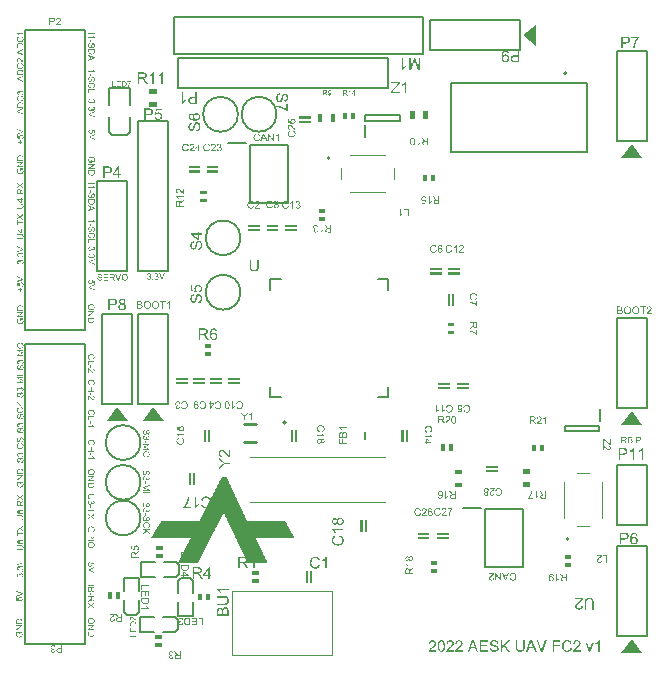
<source format=gto>
G04*
G04 #@! TF.GenerationSoftware,Altium Limited,Altium Designer,20.2.5 (213)*
G04*
G04 Layer_Color=65535*
%FSLAX25Y25*%
%MOIN*%
G70*
G04*
G04 #@! TF.SameCoordinates,36CD812C-5D22-435A-9ACA-62E3915E2B62*
G04*
G04*
G04 #@! TF.FilePolarity,Positive*
G04*
G01*
G75*
%ADD10C,0.00787*%
%ADD11C,0.00700*%
%ADD12C,0.00500*%
%ADD13C,0.00394*%
%ADD14C,0.01000*%
G36*
X18023Y215139D02*
X18052Y215136D01*
X18088Y215132D01*
X18128Y215125D01*
X18168Y215117D01*
X18263Y215092D01*
X18358Y215055D01*
X18405Y215034D01*
X18452Y215008D01*
X18496Y214975D01*
X18536Y214939D01*
X18540Y214935D01*
X18547Y214932D01*
X18554Y214917D01*
X18569Y214903D01*
X18587Y214884D01*
X18605Y214859D01*
X18623Y214833D01*
X18645Y214801D01*
X18682Y214732D01*
X18718Y214644D01*
X18733Y214600D01*
X18740Y214549D01*
X18747Y214499D01*
X18751Y214444D01*
Y214437D01*
Y214419D01*
X18747Y214389D01*
X18744Y214349D01*
X18736Y214306D01*
X18722Y214255D01*
X18707Y214200D01*
X18685Y214145D01*
X18682Y214138D01*
X18674Y214120D01*
X18660Y214091D01*
X18638Y214051D01*
X18609Y214007D01*
X18573Y213953D01*
X18529Y213898D01*
X18478Y213836D01*
X18471Y213829D01*
X18452Y213807D01*
X18434Y213789D01*
X18416Y213771D01*
X18394Y213749D01*
X18365Y213720D01*
X18336Y213690D01*
X18299Y213658D01*
X18263Y213621D01*
X18219Y213581D01*
X18172Y213541D01*
X18121Y213494D01*
X18063Y213447D01*
X18005Y213396D01*
X18001Y213392D01*
X17994Y213385D01*
X17979Y213374D01*
X17961Y213359D01*
X17939Y213337D01*
X17914Y213316D01*
X17855Y213268D01*
X17794Y213214D01*
X17735Y213159D01*
X17684Y213112D01*
X17662Y213093D01*
X17644Y213075D01*
X17641Y213072D01*
X17630Y213061D01*
X17615Y213046D01*
X17597Y213024D01*
X17579Y212999D01*
X17557Y212973D01*
X17513Y212912D01*
X18754D01*
Y212613D01*
X17084D01*
Y212617D01*
Y212631D01*
Y212653D01*
X17087Y212682D01*
X17091Y212715D01*
X17098Y212751D01*
X17106Y212788D01*
X17120Y212828D01*
Y212831D01*
X17124Y212835D01*
X17131Y212857D01*
X17146Y212890D01*
X17167Y212933D01*
X17197Y212984D01*
X17233Y213043D01*
X17273Y213101D01*
X17324Y213163D01*
Y213166D01*
X17331Y213170D01*
X17349Y213192D01*
X17382Y213225D01*
X17429Y213272D01*
X17484Y213327D01*
X17553Y213392D01*
X17637Y213465D01*
X17728Y213541D01*
X17732Y213545D01*
X17746Y213556D01*
X17768Y213574D01*
X17794Y213596D01*
X17826Y213625D01*
X17866Y213658D01*
X17906Y213694D01*
X17954Y213734D01*
X18045Y213822D01*
X18136Y213909D01*
X18179Y213953D01*
X18219Y213996D01*
X18256Y214036D01*
X18285Y214076D01*
Y214080D01*
X18292Y214084D01*
X18299Y214094D01*
X18307Y214109D01*
X18332Y214149D01*
X18361Y214196D01*
X18387Y214255D01*
X18412Y214317D01*
X18427Y214386D01*
X18434Y214451D01*
Y214455D01*
Y214458D01*
X18430Y214480D01*
X18427Y214517D01*
X18416Y214557D01*
X18401Y214608D01*
X18376Y214659D01*
X18343Y214710D01*
X18299Y214761D01*
X18292Y214768D01*
X18274Y214783D01*
X18248Y214801D01*
X18208Y214826D01*
X18158Y214848D01*
X18099Y214870D01*
X18030Y214884D01*
X17954Y214888D01*
X17932D01*
X17917Y214884D01*
X17874Y214881D01*
X17823Y214870D01*
X17768Y214855D01*
X17706Y214830D01*
X17648Y214797D01*
X17593Y214753D01*
X17586Y214746D01*
X17571Y214728D01*
X17550Y214699D01*
X17528Y214655D01*
X17502Y214604D01*
X17480Y214539D01*
X17466Y214466D01*
X17459Y214382D01*
X17142Y214415D01*
Y214419D01*
X17146Y214429D01*
Y214448D01*
X17149Y214473D01*
X17156Y214502D01*
X17164Y214535D01*
X17175Y214575D01*
X17186Y214615D01*
X17215Y214702D01*
X17258Y214790D01*
X17284Y214833D01*
X17317Y214877D01*
X17349Y214917D01*
X17386Y214954D01*
X17389Y214957D01*
X17397Y214961D01*
X17408Y214972D01*
X17426Y214983D01*
X17448Y214997D01*
X17473Y215012D01*
X17502Y215030D01*
X17539Y215048D01*
X17579Y215066D01*
X17622Y215085D01*
X17670Y215099D01*
X17721Y215114D01*
X17775Y215125D01*
X17833Y215136D01*
X17895Y215139D01*
X17961Y215143D01*
X17997D01*
X18023Y215139D01*
D02*
G37*
G36*
X15995Y215128D02*
X16057Y215125D01*
X16123Y215121D01*
X16185Y215114D01*
X16239Y215106D01*
X16247D01*
X16272Y215099D01*
X16305Y215092D01*
X16348Y215081D01*
X16396Y215063D01*
X16447Y215041D01*
X16501Y215016D01*
X16549Y214986D01*
X16556Y214983D01*
X16570Y214972D01*
X16592Y214950D01*
X16621Y214924D01*
X16654Y214892D01*
X16687Y214848D01*
X16723Y214801D01*
X16752Y214746D01*
X16756Y214739D01*
X16763Y214721D01*
X16778Y214688D01*
X16793Y214644D01*
X16803Y214593D01*
X16818Y214535D01*
X16825Y214470D01*
X16829Y214400D01*
Y214397D01*
Y214386D01*
Y214371D01*
X16825Y214346D01*
X16822Y214320D01*
X16818Y214287D01*
X16811Y214251D01*
X16803Y214211D01*
X16778Y214127D01*
X16763Y214084D01*
X16741Y214036D01*
X16716Y213989D01*
X16691Y213945D01*
X16658Y213902D01*
X16621Y213858D01*
X16618Y213854D01*
X16611Y213847D01*
X16600Y213836D01*
X16581Y213825D01*
X16559Y213807D01*
X16530Y213789D01*
X16494Y213767D01*
X16454Y213749D01*
X16407Y213727D01*
X16352Y213705D01*
X16294Y213687D01*
X16225Y213672D01*
X16152Y213658D01*
X16072Y213647D01*
X15981Y213639D01*
X15886Y213636D01*
X15242D01*
Y212613D01*
X14907D01*
Y215132D01*
X15941D01*
X15995Y215128D01*
D02*
G37*
G36*
X30067Y209755D02*
X27929D01*
Y210039D01*
X30067D01*
Y209755D01*
D02*
G37*
G36*
X6262Y209817D02*
X4591D01*
X4594Y209814D01*
X4606Y209799D01*
X4625Y209780D01*
X4646Y209749D01*
X4674Y209715D01*
X4705Y209672D01*
X4739Y209622D01*
X4773Y209567D01*
Y209564D01*
X4776Y209560D01*
X4788Y209542D01*
X4804Y209511D01*
X4822Y209474D01*
X4844Y209431D01*
X4865Y209384D01*
X4887Y209338D01*
X4906Y209292D01*
X4652D01*
Y209295D01*
X4646Y209301D01*
X4643Y209313D01*
X4634Y209329D01*
X4625Y209347D01*
X4612Y209369D01*
X4581Y209421D01*
X4547Y209483D01*
X4504Y209545D01*
X4454Y209610D01*
X4402Y209675D01*
X4399Y209678D01*
X4396Y209681D01*
X4386Y209690D01*
X4377Y209703D01*
X4346Y209731D01*
X4309Y209768D01*
X4266Y209805D01*
X4217Y209845D01*
X4167Y209879D01*
X4115Y209910D01*
Y210080D01*
X6262D01*
Y209817D01*
D02*
G37*
G36*
X29538Y209159D02*
X29545Y209153D01*
X29548Y209140D01*
X29557Y209125D01*
X29566Y209106D01*
X29579Y209085D01*
X29609Y209032D01*
X29643Y208970D01*
X29687Y208908D01*
X29736Y208843D01*
X29789Y208779D01*
X29792Y208776D01*
X29795Y208772D01*
X29804Y208763D01*
X29813Y208751D01*
X29844Y208723D01*
X29881Y208686D01*
X29925Y208649D01*
X29974Y208609D01*
X30024Y208575D01*
X30076Y208544D01*
Y208374D01*
X27929D01*
Y208636D01*
X29600D01*
X29597Y208640D01*
X29585Y208655D01*
X29566Y208674D01*
X29545Y208704D01*
X29517Y208738D01*
X29486Y208782D01*
X29452Y208831D01*
X29418Y208887D01*
Y208890D01*
X29415Y208893D01*
X29402Y208911D01*
X29387Y208942D01*
X29368Y208980D01*
X29347Y209023D01*
X29325Y209069D01*
X29304Y209116D01*
X29285Y209162D01*
X29538D01*
Y209159D01*
D02*
G37*
G36*
X5601Y208847D02*
X5619Y208841D01*
X5644Y208831D01*
X5672Y208822D01*
X5706Y208810D01*
X5743Y208794D01*
X5783Y208776D01*
X5870Y208732D01*
X5956Y208677D01*
X5999Y208643D01*
X6043Y208609D01*
X6080Y208572D01*
X6117Y208528D01*
X6120Y208525D01*
X6126Y208519D01*
X6132Y208504D01*
X6145Y208488D01*
X6160Y208464D01*
X6176Y208439D01*
X6191Y208405D01*
X6207Y208371D01*
X6225Y208331D01*
X6241Y208287D01*
X6256Y208241D01*
X6272Y208192D01*
X6284Y208139D01*
X6290Y208084D01*
X6296Y208025D01*
X6299Y207963D01*
Y207929D01*
X6296Y207904D01*
Y207876D01*
X6293Y207842D01*
X6287Y207805D01*
X6281Y207762D01*
X6265Y207673D01*
X6241Y207580D01*
X6207Y207487D01*
X6185Y207444D01*
X6160Y207401D01*
X6157Y207398D01*
X6154Y207391D01*
X6145Y207379D01*
X6132Y207367D01*
X6120Y207348D01*
X6101Y207327D01*
X6080Y207302D01*
X6055Y207277D01*
X6027Y207252D01*
X5999Y207224D01*
X5928Y207169D01*
X5845Y207116D01*
X5752Y207070D01*
X5749D01*
X5740Y207064D01*
X5725Y207061D01*
X5706Y207051D01*
X5681Y207045D01*
X5650Y207036D01*
X5616Y207024D01*
X5579Y207014D01*
X5539Y207005D01*
X5493Y206993D01*
X5397Y206977D01*
X5289Y206965D01*
X5178Y206959D01*
X5175D01*
X5162D01*
X5144D01*
X5122Y206962D01*
X5091D01*
X5060Y206965D01*
X5020Y206968D01*
X4980Y206974D01*
X4890Y206990D01*
X4791Y207011D01*
X4693Y207042D01*
X4597Y207085D01*
X4594Y207088D01*
X4584Y207092D01*
X4572Y207098D01*
X4557Y207110D01*
X4535Y207122D01*
X4510Y207138D01*
X4454Y207178D01*
X4393Y207231D01*
X4331Y207293D01*
X4269Y207364D01*
X4217Y207447D01*
X4214Y207450D01*
X4210Y207459D01*
X4204Y207472D01*
X4195Y207487D01*
X4186Y207512D01*
X4176Y207537D01*
X4164Y207568D01*
X4152Y207601D01*
X4139Y207639D01*
X4127Y207679D01*
X4108Y207765D01*
X4093Y207864D01*
X4087Y207966D01*
Y207997D01*
X4090Y208019D01*
X4093Y208046D01*
X4096Y208080D01*
X4099Y208114D01*
X4108Y208155D01*
X4127Y208238D01*
X4155Y208331D01*
X4173Y208377D01*
X4195Y208420D01*
X4223Y208464D01*
X4251Y208507D01*
X4254Y208510D01*
X4257Y208516D01*
X4266Y208528D01*
X4281Y208544D01*
X4297Y208559D01*
X4319Y208581D01*
X4343Y208603D01*
X4368Y208627D01*
X4399Y208652D01*
X4436Y208677D01*
X4473Y208705D01*
X4513Y208729D01*
X4560Y208751D01*
X4606Y208776D01*
X4655Y208794D01*
X4711Y208813D01*
X4776Y208535D01*
X4773D01*
X4767Y208532D01*
X4754Y208525D01*
X4739Y208519D01*
X4720Y208513D01*
X4696Y208504D01*
X4646Y208479D01*
X4591Y208448D01*
X4535Y208411D01*
X4482Y208365D01*
X4436Y208315D01*
X4430Y208309D01*
X4417Y208291D01*
X4402Y208260D01*
X4380Y208220D01*
X4362Y208167D01*
X4343Y208108D01*
X4331Y208037D01*
X4328Y207960D01*
Y207935D01*
X4331Y207920D01*
Y207898D01*
X4334Y207873D01*
X4343Y207815D01*
X4356Y207750D01*
X4377Y207682D01*
X4408Y207611D01*
X4448Y207546D01*
Y207543D01*
X4454Y207540D01*
X4470Y207518D01*
X4495Y207490D01*
X4532Y207456D01*
X4578Y207416D01*
X4631Y207379D01*
X4696Y207345D01*
X4767Y207314D01*
X4770D01*
X4776Y207311D01*
X4785Y207308D01*
X4801Y207305D01*
X4819Y207299D01*
X4841Y207293D01*
X4893Y207283D01*
X4955Y207271D01*
X5023Y207259D01*
X5097Y207252D01*
X5178Y207249D01*
X5181D01*
X5190D01*
X5205D01*
X5224D01*
X5246Y207252D01*
X5273D01*
X5304Y207255D01*
X5338Y207259D01*
X5412Y207268D01*
X5493Y207283D01*
X5573Y207302D01*
X5654Y207327D01*
X5657D01*
X5663Y207330D01*
X5672Y207336D01*
X5687Y207342D01*
X5725Y207360D01*
X5768Y207388D01*
X5817Y207422D01*
X5870Y207466D01*
X5916Y207515D01*
X5959Y207574D01*
Y207577D01*
X5962Y207583D01*
X5969Y207592D01*
X5975Y207605D01*
X5981Y207620D01*
X5990Y207639D01*
X6009Y207682D01*
X6027Y207737D01*
X6043Y207799D01*
X6055Y207867D01*
X6058Y207938D01*
Y207960D01*
X6055Y207979D01*
Y208000D01*
X6052Y208022D01*
X6040Y208077D01*
X6024Y208142D01*
X5999Y208207D01*
X5965Y208275D01*
X5947Y208309D01*
X5922Y208340D01*
X5919Y208343D01*
X5916Y208346D01*
X5907Y208355D01*
X5898Y208368D01*
X5882Y208380D01*
X5864Y208396D01*
X5845Y208414D01*
X5820Y208430D01*
X5793Y208448D01*
X5762Y208470D01*
X5731Y208488D01*
X5694Y208507D01*
X5654Y208522D01*
X5610Y208538D01*
X5564Y208553D01*
X5514Y208565D01*
X5585Y208850D01*
X5589D01*
X5601Y208847D01*
D02*
G37*
G36*
X28834Y206919D02*
X28571D01*
Y207731D01*
X28834D01*
Y206919D01*
D02*
G37*
G36*
X177163Y205795D02*
X172663Y209295D01*
X177163Y212795D01*
Y205795D01*
D02*
G37*
G36*
X28639Y206427D02*
X28636D01*
X28633D01*
X28624Y206424D01*
X28611D01*
X28584Y206418D01*
X28543Y206409D01*
X28503Y206396D01*
X28457Y206384D01*
X28414Y206362D01*
X28374Y206341D01*
X28370Y206337D01*
X28358Y206328D01*
X28336Y206313D01*
X28315Y206288D01*
X28287Y206257D01*
X28259Y206223D01*
X28231Y206177D01*
X28207Y206127D01*
Y206124D01*
X28203Y206121D01*
X28200Y206112D01*
X28197Y206103D01*
X28188Y206072D01*
X28176Y206032D01*
X28163Y205982D01*
X28154Y205927D01*
X28148Y205865D01*
X28145Y205797D01*
Y205769D01*
X28148Y205738D01*
X28151Y205701D01*
X28157Y205658D01*
X28163Y205608D01*
X28176Y205559D01*
X28191Y205512D01*
X28194Y205506D01*
X28200Y205491D01*
X28213Y205469D01*
X28225Y205441D01*
X28247Y205414D01*
X28268Y205383D01*
X28293Y205352D01*
X28324Y205327D01*
X28327Y205324D01*
X28339Y205318D01*
X28355Y205309D01*
X28380Y205296D01*
X28404Y205284D01*
X28435Y205275D01*
X28469Y205268D01*
X28506Y205265D01*
X28509D01*
X28525D01*
X28543Y205268D01*
X28568Y205272D01*
X28593Y205281D01*
X28624Y205290D01*
X28655Y205306D01*
X28683Y205327D01*
X28686Y205330D01*
X28695Y205340D01*
X28707Y205352D01*
X28726Y205374D01*
X28744Y205398D01*
X28766Y205432D01*
X28787Y205472D01*
X28806Y205519D01*
X28809Y205522D01*
X28812Y205537D01*
X28822Y205562D01*
X28825Y205577D01*
X28831Y205599D01*
X28840Y205621D01*
X28846Y205648D01*
X28855Y205679D01*
X28865Y205716D01*
X28874Y205753D01*
X28886Y205797D01*
X28899Y205846D01*
X28911Y205899D01*
Y205902D01*
X28914Y205911D01*
X28917Y205927D01*
X28923Y205945D01*
X28930Y205970D01*
X28936Y205998D01*
X28954Y206059D01*
X28976Y206127D01*
X28998Y206199D01*
X29019Y206260D01*
X29032Y206288D01*
X29044Y206313D01*
Y206316D01*
X29047Y206319D01*
X29059Y206337D01*
X29075Y206365D01*
X29100Y206396D01*
X29127Y206433D01*
X29161Y206470D01*
X29202Y206507D01*
X29245Y206538D01*
X29251Y206541D01*
X29267Y206551D01*
X29291Y206563D01*
X29322Y206575D01*
X29362Y206588D01*
X29409Y206600D01*
X29458Y206610D01*
X29511Y206613D01*
X29514D01*
X29517D01*
X29526D01*
X29538D01*
X29569Y206606D01*
X29609Y206600D01*
X29656Y206591D01*
X29708Y206575D01*
X29761Y206554D01*
X29813Y206523D01*
X29816D01*
X29820Y206520D01*
X29838Y206504D01*
X29863Y206483D01*
X29894Y206455D01*
X29928Y206418D01*
X29965Y206371D01*
X29999Y206316D01*
X30030Y206254D01*
Y206251D01*
X30033Y206245D01*
X30036Y206236D01*
X30042Y206223D01*
X30048Y206208D01*
X30054Y206186D01*
X30067Y206140D01*
X30079Y206081D01*
X30092Y206013D01*
X30101Y205942D01*
X30104Y205862D01*
Y205821D01*
X30101Y205800D01*
Y205778D01*
X30095Y205719D01*
X30085Y205655D01*
X30070Y205587D01*
X30051Y205512D01*
X30027Y205445D01*
Y205441D01*
X30024Y205435D01*
X30017Y205426D01*
X30011Y205414D01*
X29996Y205383D01*
X29968Y205343D01*
X29937Y205296D01*
X29897Y205250D01*
X29851Y205207D01*
X29798Y205166D01*
X29795D01*
X29792Y205163D01*
X29783Y205157D01*
X29773Y205151D01*
X29742Y205135D01*
X29702Y205117D01*
X29653Y205095D01*
X29594Y205080D01*
X29532Y205065D01*
X29464Y205058D01*
X29443Y205330D01*
X29446D01*
X29452D01*
X29461Y205333D01*
X29477Y205336D01*
X29511Y205346D01*
X29557Y205358D01*
X29606Y205377D01*
X29656Y205404D01*
X29702Y205438D01*
X29745Y205482D01*
X29748Y205488D01*
X29761Y205503D01*
X29779Y205534D01*
X29798Y205574D01*
X29816Y205627D01*
X29835Y205689D01*
X29847Y205766D01*
X29851Y205852D01*
Y205896D01*
X29847Y205914D01*
X29844Y205939D01*
X29838Y205995D01*
X29826Y206056D01*
X29810Y206118D01*
X29786Y206177D01*
X29770Y206202D01*
X29755Y206226D01*
X29752Y206233D01*
X29739Y206245D01*
X29718Y206263D01*
X29693Y206282D01*
X29659Y206304D01*
X29622Y206322D01*
X29579Y206334D01*
X29529Y206341D01*
X29523D01*
X29511D01*
X29489Y206337D01*
X29464Y206331D01*
X29433Y206322D01*
X29402Y206307D01*
X29372Y206288D01*
X29341Y206260D01*
X29337Y206257D01*
X29328Y206242D01*
X29319Y206229D01*
X29313Y206217D01*
X29304Y206199D01*
X29291Y206177D01*
X29282Y206149D01*
X29269Y206118D01*
X29257Y206084D01*
X29242Y206044D01*
X29229Y206001D01*
X29214Y205951D01*
X29202Y205896D01*
X29186Y205834D01*
Y205831D01*
X29183Y205818D01*
X29180Y205800D01*
X29174Y205778D01*
X29168Y205750D01*
X29158Y205716D01*
X29149Y205682D01*
X29140Y205645D01*
X29118Y205565D01*
X29096Y205488D01*
X29084Y205451D01*
X29072Y205417D01*
X29063Y205386D01*
X29050Y205361D01*
Y205358D01*
X29047Y205352D01*
X29041Y205343D01*
X29035Y205330D01*
X29016Y205296D01*
X28991Y205256D01*
X28958Y205210D01*
X28920Y205163D01*
X28877Y205120D01*
X28831Y205083D01*
X28825Y205080D01*
X28809Y205067D01*
X28781Y205055D01*
X28744Y205037D01*
X28701Y205021D01*
X28648Y205006D01*
X28590Y204996D01*
X28528Y204993D01*
X28525D01*
X28522D01*
X28512D01*
X28500D01*
X28466Y205000D01*
X28423Y205006D01*
X28374Y205018D01*
X28321Y205034D01*
X28265Y205058D01*
X28207Y205092D01*
X28203D01*
X28200Y205095D01*
X28182Y205111D01*
X28154Y205132D01*
X28123Y205163D01*
X28086Y205204D01*
X28046Y205253D01*
X28009Y205309D01*
X27975Y205374D01*
Y205377D01*
X27972Y205383D01*
X27969Y205392D01*
X27962Y205404D01*
X27956Y205423D01*
X27947Y205445D01*
X27935Y205494D01*
X27919Y205553D01*
X27904Y205624D01*
X27894Y205701D01*
X27891Y205784D01*
Y205834D01*
X27894Y205859D01*
Y205886D01*
X27898Y205917D01*
X27901Y205954D01*
X27913Y206032D01*
X27925Y206112D01*
X27947Y206192D01*
X27975Y206270D01*
Y206273D01*
X27978Y206279D01*
X27984Y206288D01*
X27990Y206300D01*
X28009Y206337D01*
X28037Y206381D01*
X28074Y206430D01*
X28117Y206483D01*
X28170Y206532D01*
X28228Y206579D01*
X28231D01*
X28238Y206585D01*
X28247Y206588D01*
X28259Y206597D01*
X28275Y206603D01*
X28293Y206613D01*
X28339Y206634D01*
X28398Y206656D01*
X28463Y206674D01*
X28537Y206687D01*
X28615Y206693D01*
X28639Y206427D01*
D02*
G37*
G36*
X211413Y208356D02*
X211407Y208350D01*
X211396Y208339D01*
X211374Y208317D01*
X211351Y208284D01*
X211318Y208245D01*
X211274Y208200D01*
X211229Y208145D01*
X211179Y208078D01*
X211129Y208012D01*
X211068Y207934D01*
X211007Y207845D01*
X210946Y207756D01*
X210880Y207657D01*
X210813Y207551D01*
X210747Y207435D01*
X210680Y207318D01*
X210674Y207312D01*
X210663Y207290D01*
X210647Y207257D01*
X210619Y207207D01*
X210591Y207146D01*
X210558Y207079D01*
X210519Y207002D01*
X210480Y206913D01*
X210436Y206813D01*
X210386Y206713D01*
X210341Y206602D01*
X210297Y206486D01*
X210208Y206247D01*
X210125Y205992D01*
Y205986D01*
X210119Y205969D01*
X210114Y205942D01*
X210103Y205908D01*
X210092Y205864D01*
X210081Y205808D01*
X210064Y205747D01*
X210053Y205681D01*
X210036Y205603D01*
X210019Y205520D01*
X209992Y205342D01*
X209964Y205148D01*
X209947Y204937D01*
X209465D01*
Y204943D01*
Y204959D01*
Y204981D01*
X209470Y205015D01*
Y205059D01*
X209476Y205115D01*
X209481Y205176D01*
X209487Y205242D01*
X209498Y205320D01*
X209509Y205398D01*
X209526Y205492D01*
X209542Y205586D01*
X209559Y205686D01*
X209581Y205797D01*
X209636Y206025D01*
Y206030D01*
X209642Y206053D01*
X209653Y206086D01*
X209670Y206136D01*
X209686Y206191D01*
X209709Y206258D01*
X209731Y206336D01*
X209764Y206419D01*
X209798Y206513D01*
X209831Y206608D01*
X209914Y206819D01*
X210014Y207041D01*
X210125Y207262D01*
X210131Y207268D01*
X210142Y207290D01*
X210158Y207318D01*
X210180Y207362D01*
X210208Y207412D01*
X210247Y207473D01*
X210286Y207540D01*
X210330Y207612D01*
X210436Y207773D01*
X210547Y207940D01*
X210674Y208112D01*
X210808Y208273D01*
X208926D01*
Y208728D01*
X211413D01*
Y208356D01*
D02*
G37*
G36*
X207167Y208772D02*
X207261Y208767D01*
X207361Y208761D01*
X207455Y208750D01*
X207539Y208739D01*
X207550D01*
X207589Y208728D01*
X207639Y208717D01*
X207705Y208700D01*
X207777Y208672D01*
X207855Y208639D01*
X207938Y208600D01*
X208010Y208556D01*
X208021Y208550D01*
X208044Y208533D01*
X208077Y208500D01*
X208121Y208461D01*
X208171Y208411D01*
X208221Y208345D01*
X208277Y208273D01*
X208321Y208189D01*
X208327Y208178D01*
X208338Y208151D01*
X208360Y208101D01*
X208382Y208034D01*
X208399Y207956D01*
X208421Y207867D01*
X208432Y207768D01*
X208438Y207662D01*
Y207657D01*
Y207640D01*
Y207618D01*
X208432Y207579D01*
X208427Y207540D01*
X208421Y207490D01*
X208410Y207435D01*
X208399Y207373D01*
X208360Y207246D01*
X208338Y207179D01*
X208305Y207107D01*
X208266Y207035D01*
X208227Y206968D01*
X208177Y206902D01*
X208121Y206835D01*
X208116Y206830D01*
X208105Y206819D01*
X208088Y206802D01*
X208060Y206785D01*
X208027Y206757D01*
X207983Y206730D01*
X207927Y206696D01*
X207866Y206669D01*
X207794Y206635D01*
X207711Y206602D01*
X207622Y206574D01*
X207516Y206552D01*
X207405Y206530D01*
X207283Y206513D01*
X207145Y206502D01*
X207000Y206497D01*
X206018D01*
Y204937D01*
X205507D01*
Y208778D01*
X207084D01*
X207167Y208772D01*
D02*
G37*
G36*
X5246Y206650D02*
X5270D01*
X5329Y206647D01*
X5397Y206637D01*
X5468Y206628D01*
X5542Y206613D01*
X5616Y206594D01*
X5619D01*
X5626Y206591D01*
X5635Y206588D01*
X5647Y206585D01*
X5681Y206573D01*
X5725Y206554D01*
X5774Y206535D01*
X5823Y206511D01*
X5876Y206480D01*
X5925Y206449D01*
X5932Y206446D01*
X5947Y206433D01*
X5969Y206415D01*
X5996Y206390D01*
X6027Y206362D01*
X6058Y206328D01*
X6092Y206294D01*
X6120Y206254D01*
X6123Y206248D01*
X6132Y206236D01*
X6145Y206214D01*
X6160Y206183D01*
X6179Y206146D01*
X6194Y206103D01*
X6213Y206053D01*
X6228Y205998D01*
Y205992D01*
X6231Y205982D01*
X6234Y205973D01*
X6238Y205942D01*
X6244Y205899D01*
X6250Y205849D01*
X6256Y205791D01*
X6259Y205726D01*
X6262Y205655D01*
Y204885D01*
X4124D01*
Y205707D01*
X4127Y205763D01*
X4130Y205825D01*
X4136Y205887D01*
X4146Y205948D01*
X4155Y206001D01*
Y206004D01*
X4158Y206010D01*
Y206019D01*
X4164Y206032D01*
X4173Y206066D01*
X4189Y206109D01*
X4210Y206158D01*
X4238Y206211D01*
X4269Y206263D01*
X4309Y206313D01*
X4312Y206316D01*
X4315Y206319D01*
X4325Y206328D01*
X4334Y206341D01*
X4365Y206372D01*
X4408Y206409D01*
X4461Y206449D01*
X4522Y206492D01*
X4594Y206532D01*
X4674Y206566D01*
X4677D01*
X4683Y206569D01*
X4696Y206576D01*
X4714Y206579D01*
X4736Y206588D01*
X4760Y206594D01*
X4788Y206600D01*
X4822Y206610D01*
X4856Y206619D01*
X4896Y206625D01*
X4983Y206641D01*
X5079Y206650D01*
X5184Y206653D01*
X5187D01*
X5193D01*
X5209D01*
X5224D01*
X5246Y206650D01*
D02*
G37*
G36*
X167095Y204220D02*
X167134D01*
X167179Y204215D01*
X167284Y204192D01*
X167401Y204165D01*
X167523Y204120D01*
X167645Y204059D01*
X167706Y204020D01*
X167762Y203976D01*
X167767Y203970D01*
X167773Y203965D01*
X167789Y203948D01*
X167806Y203931D01*
X167828Y203904D01*
X167856Y203871D01*
X167911Y203793D01*
X167967Y203693D01*
X168022Y203571D01*
X168067Y203432D01*
X168100Y203271D01*
X167645Y203232D01*
Y203238D01*
X167639Y203249D01*
Y203260D01*
X167634Y203282D01*
X167617Y203343D01*
X167595Y203410D01*
X167567Y203487D01*
X167528Y203565D01*
X167484Y203637D01*
X167429Y203698D01*
X167423Y203704D01*
X167401Y203721D01*
X167362Y203743D01*
X167317Y203765D01*
X167256Y203793D01*
X167184Y203815D01*
X167101Y203832D01*
X167012Y203837D01*
X166973D01*
X166935Y203832D01*
X166885Y203826D01*
X166824Y203815D01*
X166762Y203798D01*
X166696Y203776D01*
X166635Y203743D01*
X166629Y203737D01*
X166607Y203726D01*
X166574Y203704D01*
X166541Y203671D01*
X166496Y203632D01*
X166452Y203587D01*
X166407Y203538D01*
X166363Y203476D01*
X166357Y203471D01*
X166346Y203443D01*
X166324Y203404D01*
X166302Y203354D01*
X166274Y203288D01*
X166246Y203210D01*
X166219Y203121D01*
X166191Y203021D01*
Y203016D01*
X166185Y203010D01*
Y202994D01*
X166180Y202971D01*
X166169Y202916D01*
X166152Y202844D01*
X166141Y202755D01*
X166130Y202661D01*
X166124Y202555D01*
X166119Y202444D01*
Y202439D01*
Y202422D01*
Y202394D01*
Y202350D01*
X166124Y202361D01*
X166147Y202389D01*
X166180Y202428D01*
X166219Y202483D01*
X166274Y202538D01*
X166341Y202600D01*
X166418Y202661D01*
X166507Y202716D01*
X166518Y202722D01*
X166552Y202738D01*
X166602Y202761D01*
X166663Y202783D01*
X166746Y202810D01*
X166835Y202833D01*
X166935Y202849D01*
X167040Y202855D01*
X167084D01*
X167118Y202849D01*
X167162Y202844D01*
X167207Y202838D01*
X167262Y202827D01*
X167317Y202810D01*
X167445Y202772D01*
X167512Y202744D01*
X167578Y202711D01*
X167650Y202672D01*
X167717Y202622D01*
X167784Y202572D01*
X167845Y202511D01*
X167850Y202505D01*
X167861Y202494D01*
X167873Y202477D01*
X167895Y202450D01*
X167922Y202411D01*
X167950Y202372D01*
X167978Y202322D01*
X168006Y202267D01*
X168039Y202205D01*
X168067Y202139D01*
X168095Y202061D01*
X168122Y201983D01*
X168145Y201895D01*
X168156Y201800D01*
X168167Y201706D01*
X168172Y201601D01*
Y201595D01*
Y201573D01*
Y201545D01*
X168167Y201506D01*
X168161Y201456D01*
X168156Y201395D01*
X168145Y201334D01*
X168128Y201262D01*
X168089Y201118D01*
X168061Y201040D01*
X168028Y200957D01*
X167989Y200879D01*
X167939Y200807D01*
X167889Y200729D01*
X167828Y200663D01*
X167823Y200657D01*
X167812Y200646D01*
X167795Y200629D01*
X167767Y200607D01*
X167734Y200579D01*
X167689Y200546D01*
X167645Y200518D01*
X167589Y200479D01*
X167534Y200446D01*
X167467Y200418D01*
X167317Y200357D01*
X167240Y200335D01*
X167151Y200319D01*
X167062Y200307D01*
X166968Y200302D01*
X166929D01*
X166901Y200307D01*
X166874D01*
X166835Y200313D01*
X166740Y200330D01*
X166635Y200352D01*
X166518Y200391D01*
X166402Y200441D01*
X166285Y200507D01*
X166280D01*
X166274Y200518D01*
X166258Y200529D01*
X166235Y200546D01*
X166180Y200590D01*
X166108Y200652D01*
X166035Y200735D01*
X165952Y200835D01*
X165880Y200951D01*
X165814Y201084D01*
Y201090D01*
X165808Y201101D01*
X165797Y201123D01*
X165786Y201151D01*
X165775Y201190D01*
X165758Y201240D01*
X165747Y201295D01*
X165730Y201356D01*
X165714Y201429D01*
X165697Y201512D01*
X165686Y201601D01*
X165675Y201695D01*
X165664Y201800D01*
X165653Y201911D01*
X165647Y202033D01*
Y202161D01*
Y202167D01*
Y202194D01*
Y202233D01*
Y202283D01*
X165653Y202344D01*
Y202416D01*
X165658Y202500D01*
X165669Y202583D01*
X165686Y202772D01*
X165714Y202971D01*
X165752Y203160D01*
X165780Y203254D01*
X165808Y203338D01*
Y203343D01*
X165814Y203354D01*
X165825Y203377D01*
X165836Y203410D01*
X165852Y203443D01*
X165875Y203487D01*
X165930Y203582D01*
X165997Y203687D01*
X166074Y203798D01*
X166174Y203904D01*
X166285Y203998D01*
X166291D01*
X166302Y204009D01*
X166319Y204020D01*
X166341Y204031D01*
X166374Y204048D01*
X166407Y204070D01*
X166452Y204093D01*
X166496Y204109D01*
X166602Y204153D01*
X166729Y204192D01*
X166868Y204215D01*
X167023Y204226D01*
X167068D01*
X167095Y204220D01*
D02*
G37*
G36*
X30067Y203782D02*
X30064Y203727D01*
X30061Y203665D01*
X30054Y203603D01*
X30045Y203541D01*
X30036Y203489D01*
Y203485D01*
X30033Y203479D01*
Y203470D01*
X30027Y203458D01*
X30017Y203424D01*
X30002Y203380D01*
X29980Y203331D01*
X29952Y203278D01*
X29921Y203226D01*
X29881Y203176D01*
X29878Y203173D01*
X29875Y203170D01*
X29866Y203161D01*
X29857Y203149D01*
X29826Y203118D01*
X29783Y203081D01*
X29730Y203041D01*
X29668Y202997D01*
X29597Y202957D01*
X29517Y202923D01*
X29514D01*
X29507Y202920D01*
X29495Y202914D01*
X29477Y202911D01*
X29455Y202902D01*
X29430Y202895D01*
X29402Y202889D01*
X29368Y202880D01*
X29334Y202871D01*
X29294Y202864D01*
X29208Y202849D01*
X29112Y202840D01*
X29007Y202837D01*
X29004D01*
X28998D01*
X28982D01*
X28967D01*
X28945Y202840D01*
X28920D01*
X28862Y202843D01*
X28794Y202852D01*
X28723Y202861D01*
X28648Y202877D01*
X28574Y202895D01*
X28571D01*
X28565Y202898D01*
X28556Y202902D01*
X28543Y202905D01*
X28509Y202917D01*
X28466Y202935D01*
X28417Y202954D01*
X28367Y202979D01*
X28315Y203010D01*
X28265Y203041D01*
X28259Y203044D01*
X28244Y203056D01*
X28222Y203075D01*
X28194Y203099D01*
X28163Y203127D01*
X28132Y203161D01*
X28098Y203195D01*
X28071Y203235D01*
X28067Y203241D01*
X28058Y203254D01*
X28046Y203275D01*
X28030Y203306D01*
X28012Y203343D01*
X27997Y203387D01*
X27978Y203436D01*
X27962Y203492D01*
Y203498D01*
X27959Y203507D01*
X27956Y203516D01*
X27953Y203547D01*
X27947Y203590D01*
X27941Y203640D01*
X27935Y203699D01*
X27932Y203764D01*
X27929Y203835D01*
Y204604D01*
X30067D01*
Y203782D01*
D02*
G37*
G36*
X6262Y204335D02*
X5613Y204085D01*
Y203189D01*
X6262Y202957D01*
Y202658D01*
X4124Y203473D01*
Y203782D01*
X6262Y204657D01*
Y204335D01*
D02*
G37*
G36*
X30067Y201866D02*
Y201557D01*
X27929Y200683D01*
Y201004D01*
X28577Y201255D01*
Y202151D01*
X27929Y202382D01*
Y202682D01*
X30067Y201866D01*
D02*
G37*
G36*
X6262Y200155D02*
X6259D01*
X6247D01*
X6228D01*
X6204Y200158D01*
X6176Y200161D01*
X6145Y200167D01*
X6114Y200173D01*
X6080Y200186D01*
X6077D01*
X6074Y200189D01*
X6055Y200195D01*
X6027Y200207D01*
X5990Y200226D01*
X5947Y200251D01*
X5898Y200282D01*
X5848Y200315D01*
X5796Y200359D01*
X5793D01*
X5789Y200365D01*
X5771Y200380D01*
X5743Y200408D01*
X5703Y200448D01*
X5657Y200495D01*
X5601Y200553D01*
X5539Y200624D01*
X5474Y200702D01*
X5471Y200705D01*
X5462Y200717D01*
X5446Y200736D01*
X5428Y200757D01*
X5403Y200785D01*
X5375Y200819D01*
X5345Y200853D01*
X5311Y200893D01*
X5236Y200971D01*
X5162Y201048D01*
X5125Y201085D01*
X5088Y201119D01*
X5054Y201150D01*
X5020Y201174D01*
X5017D01*
X5014Y201181D01*
X5005Y201187D01*
X4992Y201193D01*
X4958Y201215D01*
X4918Y201239D01*
X4869Y201261D01*
X4816Y201283D01*
X4757Y201295D01*
X4702Y201301D01*
X4699D01*
X4696D01*
X4677Y201298D01*
X4646Y201295D01*
X4612Y201286D01*
X4569Y201273D01*
X4526Y201252D01*
X4482Y201224D01*
X4439Y201187D01*
X4433Y201181D01*
X4421Y201165D01*
X4405Y201144D01*
X4383Y201110D01*
X4365Y201066D01*
X4346Y201017D01*
X4334Y200958D01*
X4331Y200893D01*
Y200875D01*
X4334Y200862D01*
X4337Y200825D01*
X4346Y200782D01*
X4359Y200736D01*
X4380Y200683D01*
X4408Y200634D01*
X4445Y200587D01*
X4451Y200581D01*
X4467Y200569D01*
X4492Y200550D01*
X4529Y200532D01*
X4572Y200510D01*
X4628Y200492D01*
X4689Y200479D01*
X4761Y200473D01*
X4733Y200204D01*
X4730D01*
X4720Y200207D01*
X4705D01*
X4683Y200210D01*
X4659Y200217D01*
X4631Y200223D01*
X4597Y200232D01*
X4563Y200241D01*
X4488Y200266D01*
X4414Y200303D01*
X4377Y200325D01*
X4340Y200353D01*
X4306Y200380D01*
X4275Y200411D01*
X4272Y200414D01*
X4269Y200421D01*
X4260Y200430D01*
X4251Y200445D01*
X4238Y200464D01*
X4226Y200485D01*
X4210Y200510D01*
X4195Y200541D01*
X4180Y200575D01*
X4164Y200612D01*
X4152Y200652D01*
X4139Y200696D01*
X4130Y200742D01*
X4121Y200791D01*
X4118Y200844D01*
X4115Y200900D01*
Y200930D01*
X4118Y200952D01*
X4121Y200977D01*
X4124Y201008D01*
X4130Y201042D01*
X4136Y201076D01*
X4158Y201156D01*
X4189Y201236D01*
X4207Y201276D01*
X4229Y201317D01*
X4257Y201354D01*
X4288Y201388D01*
X4291Y201391D01*
X4294Y201397D01*
X4306Y201403D01*
X4319Y201416D01*
X4334Y201431D01*
X4356Y201447D01*
X4377Y201462D01*
X4405Y201480D01*
X4464Y201511D01*
X4538Y201542D01*
X4575Y201555D01*
X4618Y201561D01*
X4662Y201567D01*
X4708Y201570D01*
X4714D01*
X4730D01*
X4754Y201567D01*
X4788Y201564D01*
X4825Y201558D01*
X4869Y201545D01*
X4915Y201533D01*
X4961Y201514D01*
X4967Y201511D01*
X4983Y201505D01*
X5008Y201493D01*
X5042Y201474D01*
X5079Y201449D01*
X5125Y201419D01*
X5171Y201382D01*
X5224Y201338D01*
X5230Y201332D01*
X5249Y201317D01*
X5264Y201301D01*
X5280Y201286D01*
X5298Y201267D01*
X5323Y201242D01*
X5347Y201218D01*
X5375Y201187D01*
X5406Y201156D01*
X5440Y201119D01*
X5474Y201079D01*
X5514Y201035D01*
X5555Y200986D01*
X5598Y200937D01*
X5601Y200934D01*
X5607Y200927D01*
X5616Y200915D01*
X5629Y200900D01*
X5647Y200881D01*
X5666Y200859D01*
X5706Y200810D01*
X5752Y200757D01*
X5799Y200708D01*
X5839Y200665D01*
X5854Y200646D01*
X5870Y200631D01*
X5873Y200628D01*
X5882Y200618D01*
X5895Y200606D01*
X5913Y200590D01*
X5935Y200575D01*
X5956Y200556D01*
X6009Y200519D01*
Y201573D01*
X6262D01*
Y200155D01*
D02*
G37*
G36*
X171558Y200319D02*
X169982D01*
X169898Y200324D01*
X169804Y200330D01*
X169704Y200335D01*
X169610Y200346D01*
X169526Y200357D01*
X169515D01*
X169476Y200368D01*
X169427Y200379D01*
X169360Y200396D01*
X169288Y200424D01*
X169210Y200457D01*
X169127Y200496D01*
X169055Y200540D01*
X169044Y200546D01*
X169021Y200563D01*
X168988Y200596D01*
X168944Y200635D01*
X168894Y200685D01*
X168844Y200751D01*
X168788Y200823D01*
X168744Y200907D01*
X168738Y200918D01*
X168727Y200946D01*
X168705Y200996D01*
X168683Y201062D01*
X168666Y201140D01*
X168644Y201229D01*
X168633Y201329D01*
X168627Y201434D01*
Y201440D01*
Y201456D01*
Y201478D01*
X168633Y201517D01*
X168638Y201556D01*
X168644Y201606D01*
X168655Y201662D01*
X168666Y201723D01*
X168705Y201850D01*
X168727Y201917D01*
X168761Y201989D01*
X168799Y202061D01*
X168838Y202128D01*
X168888Y202194D01*
X168944Y202261D01*
X168949Y202267D01*
X168960Y202278D01*
X168977Y202294D01*
X169005Y202311D01*
X169038Y202339D01*
X169082Y202366D01*
X169138Y202400D01*
X169199Y202428D01*
X169271Y202461D01*
X169354Y202494D01*
X169443Y202522D01*
X169549Y202544D01*
X169660Y202566D01*
X169782Y202583D01*
X169921Y202594D01*
X170065Y202600D01*
X171047D01*
Y204159D01*
X171558D01*
Y200319D01*
D02*
G37*
G36*
X30067Y198515D02*
X27929D01*
Y198799D01*
X30067D01*
Y198515D01*
D02*
G37*
G36*
X138550Y197793D02*
X137789D01*
X136879Y200518D01*
Y200523D01*
X136874Y200534D01*
X136868Y200551D01*
X136857Y200579D01*
X136835Y200645D01*
X136807Y200729D01*
X136779Y200823D01*
X136746Y200917D01*
X136718Y201006D01*
X136696Y201084D01*
X136690Y201073D01*
X136685Y201045D01*
X136668Y200995D01*
X136646Y200928D01*
X136618Y200840D01*
X136580Y200734D01*
X136541Y200612D01*
X136491Y200468D01*
X135569Y197793D01*
X134887D01*
Y201633D01*
X135375D01*
Y198420D01*
X136496Y201633D01*
X136951D01*
X138061Y198364D01*
Y201633D01*
X138550D01*
Y197793D01*
D02*
G37*
G36*
X5601Y199948D02*
X5619Y199942D01*
X5644Y199932D01*
X5672Y199923D01*
X5706Y199911D01*
X5743Y199895D01*
X5783Y199877D01*
X5870Y199834D01*
X5956Y199778D01*
X5999Y199744D01*
X6043Y199710D01*
X6080Y199673D01*
X6117Y199629D01*
X6120Y199626D01*
X6126Y199620D01*
X6132Y199605D01*
X6145Y199589D01*
X6160Y199565D01*
X6176Y199540D01*
X6191Y199506D01*
X6207Y199472D01*
X6225Y199432D01*
X6241Y199389D01*
X6256Y199342D01*
X6272Y199293D01*
X6284Y199240D01*
X6290Y199185D01*
X6296Y199126D01*
X6299Y199064D01*
Y199030D01*
X6296Y199005D01*
Y198977D01*
X6293Y198944D01*
X6287Y198907D01*
X6281Y198863D01*
X6265Y198774D01*
X6241Y198681D01*
X6207Y198588D01*
X6185Y198545D01*
X6160Y198502D01*
X6157Y198499D01*
X6154Y198492D01*
X6145Y198480D01*
X6132Y198468D01*
X6120Y198449D01*
X6101Y198427D01*
X6080Y198403D01*
X6055Y198378D01*
X6027Y198353D01*
X5999Y198326D01*
X5928Y198270D01*
X5845Y198217D01*
X5752Y198171D01*
X5749D01*
X5740Y198165D01*
X5725Y198162D01*
X5706Y198152D01*
X5681Y198146D01*
X5650Y198137D01*
X5616Y198125D01*
X5579Y198115D01*
X5539Y198106D01*
X5493Y198094D01*
X5397Y198078D01*
X5289Y198066D01*
X5178Y198060D01*
X5175D01*
X5162D01*
X5144D01*
X5122Y198063D01*
X5091D01*
X5060Y198066D01*
X5020Y198069D01*
X4980Y198075D01*
X4890Y198091D01*
X4791Y198112D01*
X4693Y198143D01*
X4597Y198187D01*
X4594Y198190D01*
X4584Y198193D01*
X4572Y198199D01*
X4557Y198211D01*
X4535Y198224D01*
X4510Y198239D01*
X4454Y198279D01*
X4393Y198332D01*
X4331Y198393D01*
X4269Y198465D01*
X4217Y198548D01*
X4214Y198551D01*
X4210Y198560D01*
X4204Y198573D01*
X4195Y198588D01*
X4186Y198613D01*
X4176Y198638D01*
X4164Y198669D01*
X4152Y198703D01*
X4139Y198740D01*
X4127Y198780D01*
X4109Y198866D01*
X4093Y198965D01*
X4087Y199067D01*
Y199098D01*
X4090Y199120D01*
X4093Y199147D01*
X4096Y199181D01*
X4099Y199215D01*
X4109Y199256D01*
X4127Y199339D01*
X4155Y199432D01*
X4173Y199478D01*
X4195Y199521D01*
X4223Y199565D01*
X4251Y199608D01*
X4254Y199611D01*
X4257Y199617D01*
X4266Y199629D01*
X4281Y199645D01*
X4297Y199660D01*
X4319Y199682D01*
X4343Y199704D01*
X4368Y199728D01*
X4399Y199753D01*
X4436Y199778D01*
X4473Y199806D01*
X4513Y199830D01*
X4560Y199852D01*
X4606Y199877D01*
X4655Y199895D01*
X4711Y199914D01*
X4776Y199636D01*
X4773D01*
X4767Y199633D01*
X4754Y199626D01*
X4739Y199620D01*
X4720Y199614D01*
X4696Y199605D01*
X4646Y199580D01*
X4591Y199549D01*
X4535Y199512D01*
X4482Y199466D01*
X4436Y199416D01*
X4430Y199410D01*
X4417Y199392D01*
X4402Y199361D01*
X4380Y199320D01*
X4362Y199268D01*
X4343Y199209D01*
X4331Y199138D01*
X4328Y199061D01*
Y199036D01*
X4331Y199021D01*
Y198999D01*
X4334Y198975D01*
X4343Y198916D01*
X4356Y198851D01*
X4377Y198783D01*
X4408Y198712D01*
X4448Y198647D01*
Y198644D01*
X4454Y198641D01*
X4470Y198619D01*
X4495Y198591D01*
X4532Y198557D01*
X4578Y198517D01*
X4631Y198480D01*
X4696Y198446D01*
X4767Y198415D01*
X4770D01*
X4776Y198412D01*
X4785Y198409D01*
X4801Y198406D01*
X4819Y198400D01*
X4841Y198393D01*
X4893Y198384D01*
X4955Y198372D01*
X5023Y198360D01*
X5097Y198353D01*
X5178Y198350D01*
X5181D01*
X5190D01*
X5205D01*
X5224D01*
X5246Y198353D01*
X5273D01*
X5304Y198356D01*
X5338Y198360D01*
X5412Y198369D01*
X5493Y198384D01*
X5573Y198403D01*
X5654Y198427D01*
X5657D01*
X5663Y198431D01*
X5672Y198437D01*
X5687Y198443D01*
X5725Y198461D01*
X5768Y198489D01*
X5817Y198523D01*
X5870Y198567D01*
X5916Y198616D01*
X5959Y198675D01*
Y198678D01*
X5962Y198684D01*
X5969Y198693D01*
X5975Y198706D01*
X5981Y198721D01*
X5990Y198740D01*
X6009Y198783D01*
X6027Y198838D01*
X6043Y198900D01*
X6055Y198968D01*
X6058Y199039D01*
Y199061D01*
X6055Y199080D01*
Y199101D01*
X6052Y199123D01*
X6040Y199178D01*
X6024Y199243D01*
X5999Y199308D01*
X5966Y199376D01*
X5947Y199410D01*
X5922Y199441D01*
X5919Y199444D01*
X5916Y199447D01*
X5907Y199457D01*
X5898Y199469D01*
X5882Y199481D01*
X5864Y199497D01*
X5845Y199515D01*
X5820Y199531D01*
X5793Y199549D01*
X5762Y199571D01*
X5731Y199589D01*
X5694Y199608D01*
X5654Y199623D01*
X5610Y199639D01*
X5564Y199654D01*
X5514Y199667D01*
X5585Y199951D01*
X5589D01*
X5601Y199948D01*
D02*
G37*
G36*
X132950Y198631D02*
X132955Y198636D01*
X132983Y198659D01*
X133016Y198692D01*
X133072Y198731D01*
X133133Y198781D01*
X133211Y198836D01*
X133300Y198897D01*
X133399Y198958D01*
X133405D01*
X133411Y198964D01*
X133444Y198986D01*
X133499Y199014D01*
X133566Y199047D01*
X133644Y199086D01*
X133727Y199125D01*
X133810Y199164D01*
X133893Y199197D01*
Y198742D01*
X133888D01*
X133877Y198731D01*
X133854Y198725D01*
X133827Y198708D01*
X133793Y198692D01*
X133755Y198670D01*
X133660Y198614D01*
X133549Y198553D01*
X133438Y198475D01*
X133322Y198387D01*
X133205Y198292D01*
X133200Y198287D01*
X133194Y198281D01*
X133177Y198265D01*
X133155Y198248D01*
X133105Y198192D01*
X133039Y198126D01*
X132972Y198048D01*
X132900Y197959D01*
X132839Y197871D01*
X132783Y197776D01*
X132478D01*
Y201633D01*
X132950D01*
Y198631D01*
D02*
G37*
G36*
X29538Y197919D02*
X29545Y197912D01*
X29548Y197900D01*
X29557Y197885D01*
X29566Y197866D01*
X29579Y197844D01*
X29610Y197792D01*
X29643Y197730D01*
X29687Y197668D01*
X29736Y197603D01*
X29789Y197538D01*
X29792Y197535D01*
X29795Y197532D01*
X29804Y197523D01*
X29813Y197511D01*
X29844Y197483D01*
X29881Y197446D01*
X29925Y197409D01*
X29974Y197369D01*
X30024Y197335D01*
X30076Y197304D01*
Y197134D01*
X27929D01*
Y197396D01*
X29600D01*
X29597Y197399D01*
X29585Y197415D01*
X29566Y197433D01*
X29545Y197464D01*
X29517Y197498D01*
X29486Y197542D01*
X29452Y197591D01*
X29418Y197647D01*
Y197650D01*
X29415Y197653D01*
X29402Y197671D01*
X29387Y197702D01*
X29368Y197739D01*
X29347Y197783D01*
X29325Y197829D01*
X29304Y197875D01*
X29285Y197922D01*
X29538D01*
Y197919D01*
D02*
G37*
G36*
X5246Y197751D02*
X5270D01*
X5329Y197748D01*
X5397Y197739D01*
X5468Y197729D01*
X5542Y197714D01*
X5616Y197695D01*
X5619D01*
X5626Y197692D01*
X5635Y197689D01*
X5647Y197686D01*
X5681Y197674D01*
X5725Y197655D01*
X5774Y197636D01*
X5823Y197612D01*
X5876Y197581D01*
X5925Y197550D01*
X5932Y197547D01*
X5947Y197535D01*
X5969Y197516D01*
X5996Y197491D01*
X6027Y197463D01*
X6058Y197430D01*
X6092Y197396D01*
X6120Y197355D01*
X6123Y197349D01*
X6132Y197337D01*
X6145Y197315D01*
X6160Y197284D01*
X6179Y197247D01*
X6194Y197204D01*
X6213Y197154D01*
X6228Y197099D01*
Y197093D01*
X6231Y197083D01*
X6234Y197074D01*
X6238Y197043D01*
X6244Y197000D01*
X6250Y196950D01*
X6256Y196892D01*
X6259Y196827D01*
X6262Y196756D01*
Y195986D01*
X4124D01*
Y196808D01*
X4127Y196864D01*
X4130Y196926D01*
X4136Y196988D01*
X4146Y197049D01*
X4155Y197102D01*
Y197105D01*
X4158Y197111D01*
Y197120D01*
X4164Y197133D01*
X4173Y197167D01*
X4189Y197210D01*
X4210Y197259D01*
X4238Y197312D01*
X4269Y197365D01*
X4309Y197414D01*
X4312Y197417D01*
X4315Y197420D01*
X4325Y197430D01*
X4334Y197442D01*
X4365Y197473D01*
X4408Y197510D01*
X4461Y197550D01*
X4522Y197593D01*
X4594Y197633D01*
X4674Y197667D01*
X4677D01*
X4683Y197670D01*
X4696Y197677D01*
X4714Y197680D01*
X4736Y197689D01*
X4761Y197695D01*
X4788Y197701D01*
X4822Y197711D01*
X4856Y197720D01*
X4896Y197726D01*
X4983Y197742D01*
X5079Y197751D01*
X5184Y197754D01*
X5187D01*
X5193D01*
X5209D01*
X5224D01*
X5246Y197751D01*
D02*
G37*
G36*
X28834Y195678D02*
X28571D01*
Y196491D01*
X28834D01*
Y195678D01*
D02*
G37*
G36*
X28639Y195187D02*
X28636D01*
X28633D01*
X28624Y195184D01*
X28611D01*
X28584Y195178D01*
X28543Y195168D01*
X28503Y195156D01*
X28457Y195144D01*
X28414Y195122D01*
X28374Y195100D01*
X28370Y195097D01*
X28358Y195088D01*
X28336Y195073D01*
X28315Y195048D01*
X28287Y195017D01*
X28259Y194983D01*
X28231Y194937D01*
X28207Y194887D01*
Y194884D01*
X28203Y194881D01*
X28200Y194872D01*
X28197Y194863D01*
X28188Y194832D01*
X28176Y194791D01*
X28163Y194742D01*
X28154Y194686D01*
X28148Y194625D01*
X28145Y194557D01*
Y194529D01*
X28148Y194498D01*
X28151Y194461D01*
X28157Y194418D01*
X28163Y194368D01*
X28176Y194319D01*
X28191Y194272D01*
X28194Y194266D01*
X28200Y194251D01*
X28213Y194229D01*
X28225Y194201D01*
X28247Y194174D01*
X28268Y194143D01*
X28293Y194112D01*
X28324Y194087D01*
X28327Y194084D01*
X28339Y194078D01*
X28355Y194068D01*
X28380Y194056D01*
X28404Y194044D01*
X28435Y194034D01*
X28469Y194028D01*
X28506Y194025D01*
X28509D01*
X28525D01*
X28543Y194028D01*
X28568Y194031D01*
X28593Y194041D01*
X28624Y194050D01*
X28655Y194065D01*
X28683Y194087D01*
X28686Y194090D01*
X28695Y194099D01*
X28707Y194112D01*
X28726Y194133D01*
X28744Y194158D01*
X28766Y194192D01*
X28787Y194232D01*
X28806Y194279D01*
X28809Y194282D01*
X28812Y194297D01*
X28822Y194322D01*
X28825Y194337D01*
X28831Y194359D01*
X28840Y194380D01*
X28846Y194408D01*
X28855Y194439D01*
X28865Y194476D01*
X28874Y194513D01*
X28886Y194557D01*
X28899Y194606D01*
X28911Y194659D01*
Y194662D01*
X28914Y194671D01*
X28917Y194686D01*
X28923Y194705D01*
X28930Y194730D01*
X28936Y194757D01*
X28954Y194819D01*
X28976Y194887D01*
X28998Y194958D01*
X29019Y195020D01*
X29032Y195048D01*
X29044Y195073D01*
Y195076D01*
X29047Y195079D01*
X29059Y195097D01*
X29075Y195125D01*
X29100Y195156D01*
X29127Y195193D01*
X29161Y195230D01*
X29202Y195267D01*
X29245Y195298D01*
X29251Y195301D01*
X29267Y195311D01*
X29291Y195323D01*
X29322Y195335D01*
X29362Y195348D01*
X29409Y195360D01*
X29458Y195369D01*
X29511Y195372D01*
X29514D01*
X29517D01*
X29526D01*
X29538D01*
X29569Y195366D01*
X29610Y195360D01*
X29656Y195351D01*
X29708Y195335D01*
X29761Y195314D01*
X29813Y195283D01*
X29816D01*
X29820Y195280D01*
X29838Y195264D01*
X29863Y195243D01*
X29894Y195215D01*
X29928Y195178D01*
X29965Y195131D01*
X29999Y195076D01*
X30030Y195014D01*
Y195011D01*
X30033Y195005D01*
X30036Y194995D01*
X30042Y194983D01*
X30048Y194968D01*
X30054Y194946D01*
X30067Y194900D01*
X30079Y194841D01*
X30092Y194773D01*
X30101Y194702D01*
X30104Y194622D01*
Y194581D01*
X30101Y194560D01*
Y194538D01*
X30095Y194479D01*
X30085Y194414D01*
X30070Y194346D01*
X30051Y194272D01*
X30027Y194204D01*
Y194201D01*
X30024Y194195D01*
X30017Y194186D01*
X30011Y194174D01*
X29996Y194143D01*
X29968Y194102D01*
X29937Y194056D01*
X29897Y194010D01*
X29851Y193966D01*
X29798Y193926D01*
X29795D01*
X29792Y193923D01*
X29783Y193917D01*
X29773Y193911D01*
X29742Y193895D01*
X29702Y193877D01*
X29653Y193855D01*
X29594Y193840D01*
X29532Y193824D01*
X29464Y193818D01*
X29443Y194090D01*
X29446D01*
X29452D01*
X29461Y194093D01*
X29477Y194096D01*
X29511Y194106D01*
X29557Y194118D01*
X29606Y194136D01*
X29656Y194164D01*
X29702Y194198D01*
X29745Y194241D01*
X29748Y194248D01*
X29761Y194263D01*
X29779Y194294D01*
X29798Y194334D01*
X29816Y194387D01*
X29835Y194448D01*
X29847Y194526D01*
X29851Y194612D01*
Y194656D01*
X29847Y194674D01*
X29844Y194699D01*
X29838Y194754D01*
X29826Y194816D01*
X29810Y194878D01*
X29786Y194937D01*
X29770Y194961D01*
X29755Y194986D01*
X29752Y194992D01*
X29739Y195005D01*
X29718Y195023D01*
X29693Y195042D01*
X29659Y195063D01*
X29622Y195082D01*
X29579Y195094D01*
X29529Y195100D01*
X29523D01*
X29511D01*
X29489Y195097D01*
X29464Y195091D01*
X29433Y195082D01*
X29402Y195066D01*
X29372Y195048D01*
X29341Y195020D01*
X29337Y195017D01*
X29328Y195002D01*
X29319Y194989D01*
X29313Y194977D01*
X29304Y194958D01*
X29291Y194937D01*
X29282Y194909D01*
X29270Y194878D01*
X29257Y194844D01*
X29242Y194804D01*
X29229Y194761D01*
X29214Y194711D01*
X29202Y194656D01*
X29186Y194594D01*
Y194591D01*
X29183Y194578D01*
X29180Y194560D01*
X29174Y194538D01*
X29168Y194510D01*
X29158Y194476D01*
X29149Y194442D01*
X29140Y194405D01*
X29118Y194325D01*
X29096Y194248D01*
X29084Y194211D01*
X29072Y194177D01*
X29063Y194146D01*
X29050Y194121D01*
Y194118D01*
X29047Y194112D01*
X29041Y194102D01*
X29035Y194090D01*
X29016Y194056D01*
X28991Y194016D01*
X28958Y193970D01*
X28920Y193923D01*
X28877Y193880D01*
X28831Y193843D01*
X28825Y193840D01*
X28809Y193827D01*
X28781Y193815D01*
X28744Y193797D01*
X28701Y193781D01*
X28648Y193766D01*
X28590Y193756D01*
X28528Y193753D01*
X28525D01*
X28522D01*
X28512D01*
X28500D01*
X28466Y193759D01*
X28423Y193766D01*
X28374Y193778D01*
X28321Y193793D01*
X28265Y193818D01*
X28207Y193852D01*
X28203D01*
X28200Y193855D01*
X28182Y193871D01*
X28154Y193892D01*
X28123Y193923D01*
X28086Y193963D01*
X28046Y194013D01*
X28009Y194068D01*
X27975Y194133D01*
Y194136D01*
X27972Y194143D01*
X27969Y194152D01*
X27962Y194164D01*
X27956Y194183D01*
X27947Y194204D01*
X27935Y194254D01*
X27919Y194313D01*
X27904Y194384D01*
X27894Y194461D01*
X27891Y194544D01*
Y194594D01*
X27894Y194618D01*
Y194646D01*
X27898Y194677D01*
X27901Y194714D01*
X27913Y194791D01*
X27925Y194872D01*
X27947Y194952D01*
X27975Y195029D01*
Y195033D01*
X27978Y195039D01*
X27984Y195048D01*
X27990Y195060D01*
X28009Y195097D01*
X28037Y195141D01*
X28074Y195190D01*
X28117Y195243D01*
X28170Y195292D01*
X28228Y195338D01*
X28231D01*
X28238Y195345D01*
X28247Y195348D01*
X28259Y195357D01*
X28275Y195363D01*
X28293Y195372D01*
X28339Y195394D01*
X28398Y195416D01*
X28463Y195434D01*
X28537Y195447D01*
X28615Y195453D01*
X28639Y195187D01*
D02*
G37*
G36*
X6262Y195436D02*
X5613Y195186D01*
Y194290D01*
X6262Y194058D01*
Y193758D01*
X4124Y194574D01*
Y194883D01*
X6262Y195758D01*
Y195436D01*
D02*
G37*
G36*
X52742Y193052D02*
X52270D01*
Y196054D01*
X52264Y196049D01*
X52237Y196027D01*
X52203Y195993D01*
X52148Y195954D01*
X52087Y195904D01*
X52009Y195849D01*
X51920Y195788D01*
X51820Y195727D01*
X51815D01*
X51809Y195721D01*
X51776Y195699D01*
X51720Y195671D01*
X51654Y195638D01*
X51576Y195599D01*
X51493Y195560D01*
X51410Y195521D01*
X51326Y195488D01*
Y195943D01*
X51332D01*
X51343Y195954D01*
X51365Y195960D01*
X51393Y195976D01*
X51426Y195993D01*
X51465Y196015D01*
X51560Y196071D01*
X51670Y196132D01*
X51781Y196210D01*
X51898Y196298D01*
X52015Y196393D01*
X52020Y196398D01*
X52026Y196404D01*
X52042Y196421D01*
X52065Y196437D01*
X52114Y196493D01*
X52181Y196559D01*
X52248Y196637D01*
X52320Y196726D01*
X52381Y196815D01*
X52436Y196909D01*
X52742D01*
Y193052D01*
D02*
G37*
G36*
X49756D02*
X49284D01*
Y196054D01*
X49278Y196049D01*
X49251Y196027D01*
X49217Y195993D01*
X49162Y195954D01*
X49101Y195904D01*
X49023Y195849D01*
X48934Y195788D01*
X48834Y195727D01*
X48829D01*
X48823Y195721D01*
X48790Y195699D01*
X48735Y195671D01*
X48668Y195638D01*
X48590Y195599D01*
X48507Y195560D01*
X48424Y195521D01*
X48340Y195488D01*
Y195943D01*
X48346D01*
X48357Y195954D01*
X48379Y195960D01*
X48407Y195976D01*
X48440Y195993D01*
X48479Y196015D01*
X48574Y196071D01*
X48685Y196132D01*
X48796Y196210D01*
X48912Y196298D01*
X49029Y196393D01*
X49034Y196398D01*
X49040Y196404D01*
X49056Y196421D01*
X49079Y196437D01*
X49129Y196493D01*
X49195Y196559D01*
X49262Y196637D01*
X49334Y196726D01*
X49395Y196815D01*
X49450Y196909D01*
X49756D01*
Y193052D01*
D02*
G37*
G36*
X46132Y196887D02*
X46181D01*
X46298Y196881D01*
X46420Y196864D01*
X46553Y196848D01*
X46676Y196820D01*
X46736Y196803D01*
X46786Y196787D01*
X46792D01*
X46798Y196781D01*
X46831Y196765D01*
X46881Y196742D01*
X46942Y196704D01*
X47008Y196654D01*
X47081Y196587D01*
X47147Y196509D01*
X47214Y196421D01*
Y196415D01*
X47219Y196409D01*
X47242Y196376D01*
X47264Y196321D01*
X47297Y196248D01*
X47325Y196165D01*
X47353Y196065D01*
X47369Y195960D01*
X47375Y195843D01*
Y195838D01*
Y195827D01*
Y195805D01*
X47369Y195777D01*
Y195738D01*
X47364Y195699D01*
X47341Y195605D01*
X47308Y195494D01*
X47264Y195377D01*
X47197Y195261D01*
X47153Y195205D01*
X47108Y195150D01*
X47103Y195144D01*
X47097Y195139D01*
X47081Y195122D01*
X47058Y195105D01*
X47031Y195083D01*
X46997Y195061D01*
X46953Y195033D01*
X46909Y195000D01*
X46853Y194972D01*
X46792Y194944D01*
X46725Y194911D01*
X46653Y194883D01*
X46570Y194861D01*
X46487Y194833D01*
X46392Y194817D01*
X46292Y194800D01*
X46304Y194794D01*
X46326Y194783D01*
X46359Y194761D01*
X46404Y194739D01*
X46503Y194678D01*
X46553Y194639D01*
X46598Y194606D01*
X46609Y194595D01*
X46637Y194567D01*
X46681Y194522D01*
X46736Y194467D01*
X46798Y194389D01*
X46870Y194306D01*
X46942Y194206D01*
X47020Y194095D01*
X47680Y193052D01*
X47047D01*
X46542Y193851D01*
Y193856D01*
X46531Y193868D01*
X46520Y193884D01*
X46503Y193906D01*
X46465Y193967D01*
X46415Y194045D01*
X46354Y194128D01*
X46292Y194217D01*
X46231Y194300D01*
X46176Y194378D01*
X46170Y194384D01*
X46154Y194406D01*
X46126Y194439D01*
X46087Y194478D01*
X46004Y194561D01*
X45959Y194600D01*
X45915Y194633D01*
X45910Y194639D01*
X45899Y194644D01*
X45876Y194656D01*
X45843Y194672D01*
X45810Y194689D01*
X45771Y194706D01*
X45682Y194733D01*
X45676D01*
X45665Y194739D01*
X45643D01*
X45615Y194744D01*
X45577Y194750D01*
X45532D01*
X45471Y194755D01*
X44816D01*
Y193052D01*
X44306D01*
Y196892D01*
X46087D01*
X46132Y196887D01*
D02*
G37*
G36*
X42121Y193749D02*
X42119Y193746D01*
X42113Y193741D01*
X42102Y193730D01*
X42091Y193713D01*
X42075Y193694D01*
X42053Y193673D01*
X42031Y193645D01*
X42007Y193612D01*
X41982Y193580D01*
X41952Y193541D01*
X41922Y193498D01*
X41892Y193454D01*
X41859Y193405D01*
X41827Y193353D01*
X41794Y193296D01*
X41761Y193238D01*
X41758Y193236D01*
X41753Y193225D01*
X41745Y193208D01*
X41731Y193184D01*
X41717Y193154D01*
X41701Y193121D01*
X41682Y193083D01*
X41663Y193039D01*
X41641Y192990D01*
X41616Y192941D01*
X41594Y192886D01*
X41573Y192829D01*
X41529Y192711D01*
X41488Y192586D01*
Y192583D01*
X41485Y192575D01*
X41482Y192561D01*
X41477Y192545D01*
X41472Y192523D01*
X41466Y192496D01*
X41458Y192466D01*
X41453Y192433D01*
X41444Y192395D01*
X41436Y192354D01*
X41423Y192266D01*
X41409Y192171D01*
X41401Y192067D01*
X41163D01*
Y192070D01*
Y192078D01*
Y192089D01*
X41166Y192105D01*
Y192127D01*
X41169Y192155D01*
X41171Y192185D01*
X41174Y192217D01*
X41179Y192256D01*
X41185Y192294D01*
X41193Y192340D01*
X41201Y192387D01*
X41210Y192436D01*
X41220Y192490D01*
X41248Y192602D01*
Y192605D01*
X41251Y192616D01*
X41256Y192632D01*
X41264Y192657D01*
X41272Y192684D01*
X41283Y192717D01*
X41294Y192755D01*
X41311Y192796D01*
X41327Y192843D01*
X41343Y192889D01*
X41384Y192993D01*
X41433Y193102D01*
X41488Y193211D01*
X41491Y193214D01*
X41496Y193225D01*
X41504Y193238D01*
X41515Y193260D01*
X41529Y193285D01*
X41548Y193315D01*
X41567Y193348D01*
X41589Y193383D01*
X41641Y193462D01*
X41695Y193544D01*
X41758Y193629D01*
X41824Y193708D01*
X40898D01*
Y193932D01*
X42121D01*
Y193749D01*
D02*
G37*
G36*
X39847Y193954D02*
X39902Y193951D01*
X39957Y193946D01*
X40011Y193937D01*
X40058Y193929D01*
X40060D01*
X40066Y193926D01*
X40074D01*
X40085Y193921D01*
X40115Y193913D01*
X40153Y193899D01*
X40197Y193880D01*
X40243Y193855D01*
X40290Y193828D01*
X40333Y193793D01*
X40336Y193790D01*
X40339Y193787D01*
X40347Y193779D01*
X40358Y193771D01*
X40385Y193744D01*
X40418Y193705D01*
X40453Y193659D01*
X40492Y193604D01*
X40527Y193541D01*
X40557Y193471D01*
Y193468D01*
X40560Y193462D01*
X40565Y193451D01*
X40568Y193435D01*
X40576Y193416D01*
X40582Y193394D01*
X40587Y193369D01*
X40595Y193339D01*
X40604Y193309D01*
X40609Y193274D01*
X40623Y193198D01*
X40631Y193113D01*
X40633Y193020D01*
Y193017D01*
Y193012D01*
Y192998D01*
Y192984D01*
X40631Y192965D01*
Y192944D01*
X40628Y192892D01*
X40620Y192832D01*
X40612Y192769D01*
X40598Y192703D01*
X40582Y192638D01*
Y192635D01*
X40579Y192630D01*
X40576Y192621D01*
X40573Y192611D01*
X40562Y192580D01*
X40546Y192542D01*
X40530Y192499D01*
X40508Y192455D01*
X40481Y192409D01*
X40453Y192365D01*
X40451Y192359D01*
X40440Y192346D01*
X40423Y192327D01*
X40401Y192302D01*
X40377Y192275D01*
X40347Y192247D01*
X40317Y192217D01*
X40281Y192193D01*
X40276Y192190D01*
X40265Y192182D01*
X40246Y192171D01*
X40218Y192157D01*
X40186Y192141D01*
X40148Y192127D01*
X40104Y192111D01*
X40055Y192097D01*
X40049D01*
X40041Y192095D01*
X40033Y192092D01*
X40006Y192089D01*
X39967Y192084D01*
X39924Y192078D01*
X39872Y192073D01*
X39814Y192070D01*
X39752Y192067D01*
X39072D01*
Y193956D01*
X39798D01*
X39847Y193954D01*
D02*
G37*
G36*
X38682Y193733D02*
X37565D01*
Y193157D01*
X38611D01*
Y192933D01*
X37565D01*
Y192291D01*
X38725D01*
Y192067D01*
X37314D01*
Y193956D01*
X38682D01*
Y193733D01*
D02*
G37*
G36*
X36083Y192291D02*
X37014D01*
Y192067D01*
X35831D01*
Y193956D01*
X36083D01*
Y192291D01*
D02*
G37*
G36*
X29069Y193444D02*
X29100D01*
X29131Y193441D01*
X29171Y193438D01*
X29211Y193432D01*
X29300Y193416D01*
X29399Y193395D01*
X29498Y193364D01*
X29594Y193321D01*
X29597Y193318D01*
X29606Y193315D01*
X29619Y193308D01*
X29634Y193296D01*
X29656Y193284D01*
X29680Y193268D01*
X29736Y193228D01*
X29798Y193175D01*
X29860Y193114D01*
X29922Y193043D01*
X29974Y192959D01*
X29977Y192956D01*
X29980Y192947D01*
X29986Y192934D01*
X29996Y192919D01*
X30005Y192894D01*
X30014Y192869D01*
X30027Y192839D01*
X30039Y192805D01*
X30051Y192768D01*
X30064Y192727D01*
X30082Y192641D01*
X30098Y192542D01*
X30104Y192440D01*
Y192409D01*
X30101Y192387D01*
X30098Y192360D01*
X30095Y192326D01*
X30092Y192292D01*
X30082Y192252D01*
X30064Y192168D01*
X30036Y192075D01*
X30017Y192029D01*
X29996Y191986D01*
X29968Y191943D01*
X29940Y191899D01*
X29937Y191896D01*
X29934Y191890D01*
X29925Y191878D01*
X29909Y191862D01*
X29894Y191847D01*
X29872Y191825D01*
X29847Y191804D01*
X29823Y191779D01*
X29792Y191754D01*
X29755Y191729D01*
X29718Y191701D01*
X29677Y191677D01*
X29631Y191655D01*
X29585Y191630D01*
X29535Y191612D01*
X29480Y191593D01*
X29415Y191871D01*
X29418D01*
X29424Y191875D01*
X29436Y191881D01*
X29452Y191887D01*
X29470Y191893D01*
X29495Y191902D01*
X29545Y191927D01*
X29600Y191958D01*
X29656Y191995D01*
X29708Y192041D01*
X29755Y192091D01*
X29761Y192097D01*
X29773Y192116D01*
X29789Y192147D01*
X29810Y192187D01*
X29829Y192239D01*
X29847Y192298D01*
X29860Y192369D01*
X29863Y192446D01*
Y192471D01*
X29860Y192486D01*
Y192508D01*
X29857Y192533D01*
X29847Y192591D01*
X29835Y192656D01*
X29813Y192724D01*
X29783Y192795D01*
X29742Y192860D01*
Y192863D01*
X29736Y192866D01*
X29721Y192888D01*
X29696Y192916D01*
X29659Y192950D01*
X29612Y192990D01*
X29560Y193027D01*
X29495Y193061D01*
X29424Y193092D01*
X29421D01*
X29415Y193095D01*
X29406Y193098D01*
X29390Y193101D01*
X29372Y193107D01*
X29350Y193114D01*
X29297Y193123D01*
X29236Y193135D01*
X29168Y193148D01*
X29093Y193154D01*
X29013Y193157D01*
X29010D01*
X29001D01*
X28985D01*
X28967D01*
X28945Y193154D01*
X28917D01*
X28886Y193151D01*
X28852Y193148D01*
X28778Y193138D01*
X28698Y193123D01*
X28618Y193104D01*
X28537Y193080D01*
X28534D01*
X28528Y193077D01*
X28519Y193070D01*
X28503Y193064D01*
X28466Y193046D01*
X28423Y193018D01*
X28374Y192984D01*
X28321Y192941D01*
X28275Y192891D01*
X28231Y192832D01*
Y192829D01*
X28228Y192823D01*
X28222Y192814D01*
X28216Y192801D01*
X28210Y192786D01*
X28200Y192768D01*
X28182Y192724D01*
X28163Y192669D01*
X28148Y192607D01*
X28135Y192539D01*
X28132Y192468D01*
Y192446D01*
X28135Y192428D01*
Y192406D01*
X28139Y192384D01*
X28151Y192329D01*
X28166Y192264D01*
X28191Y192199D01*
X28225Y192131D01*
X28244Y192097D01*
X28268Y192066D01*
X28271Y192063D01*
X28275Y192060D01*
X28284Y192051D01*
X28293Y192038D01*
X28309Y192026D01*
X28327Y192010D01*
X28346Y191992D01*
X28370Y191976D01*
X28398Y191958D01*
X28429Y191936D01*
X28460Y191918D01*
X28497Y191899D01*
X28537Y191884D01*
X28580Y191868D01*
X28627Y191853D01*
X28676Y191841D01*
X28605Y191556D01*
X28602D01*
X28590Y191559D01*
X28571Y191566D01*
X28547Y191575D01*
X28519Y191584D01*
X28485Y191596D01*
X28448Y191612D01*
X28407Y191630D01*
X28321Y191674D01*
X28234Y191729D01*
X28191Y191763D01*
X28148Y191797D01*
X28111Y191834D01*
X28074Y191878D01*
X28071Y191881D01*
X28065Y191887D01*
X28058Y191902D01*
X28046Y191918D01*
X28030Y191943D01*
X28015Y191967D01*
X28000Y192001D01*
X27984Y192035D01*
X27966Y192075D01*
X27950Y192119D01*
X27935Y192165D01*
X27919Y192214D01*
X27907Y192267D01*
X27901Y192323D01*
X27894Y192381D01*
X27891Y192443D01*
Y192477D01*
X27894Y192502D01*
Y192530D01*
X27898Y192564D01*
X27904Y192601D01*
X27910Y192644D01*
X27925Y192734D01*
X27950Y192826D01*
X27984Y192919D01*
X28006Y192962D01*
X28030Y193006D01*
X28034Y193009D01*
X28037Y193015D01*
X28046Y193027D01*
X28058Y193040D01*
X28071Y193058D01*
X28089Y193080D01*
X28111Y193104D01*
X28135Y193129D01*
X28163Y193154D01*
X28191Y193182D01*
X28262Y193237D01*
X28346Y193290D01*
X28438Y193336D01*
X28441D01*
X28451Y193342D01*
X28466Y193345D01*
X28485Y193355D01*
X28509Y193361D01*
X28540Y193370D01*
X28574Y193382D01*
X28611Y193392D01*
X28652Y193401D01*
X28698Y193413D01*
X28794Y193429D01*
X28902Y193441D01*
X29013Y193447D01*
X29016D01*
X29028D01*
X29047D01*
X29069Y193444D01*
D02*
G37*
G36*
X5678Y190727D02*
X5703Y190724D01*
X5731Y190718D01*
X5762Y190711D01*
X5796Y190705D01*
X5870Y190681D01*
X5910Y190662D01*
X5947Y190643D01*
X5987Y190619D01*
X6027Y190591D01*
X6067Y190560D01*
X6105Y190523D01*
X6108Y190520D01*
X6114Y190514D01*
X6123Y190501D01*
X6135Y190486D01*
X6151Y190467D01*
X6166Y190443D01*
X6185Y190415D01*
X6200Y190381D01*
X6219Y190347D01*
X6238Y190307D01*
X6253Y190266D01*
X6268Y190220D01*
X6281Y190171D01*
X6290Y190118D01*
X6296Y190066D01*
X6299Y190007D01*
Y189979D01*
X6296Y189961D01*
X6293Y189936D01*
X6290Y189908D01*
X6284Y189877D01*
X6278Y189843D01*
X6259Y189769D01*
X6228Y189692D01*
X6210Y189652D01*
X6188Y189614D01*
X6160Y189577D01*
X6132Y189540D01*
X6129Y189537D01*
X6123Y189531D01*
X6114Y189522D01*
X6101Y189513D01*
X6086Y189497D01*
X6064Y189482D01*
X6043Y189463D01*
X6015Y189444D01*
X5984Y189426D01*
X5953Y189407D01*
X5879Y189373D01*
X5793Y189346D01*
X5746Y189336D01*
X5697Y189330D01*
X5663Y189593D01*
X5666D01*
X5672Y189596D01*
X5684Y189599D01*
X5700Y189602D01*
X5718Y189605D01*
X5740Y189611D01*
X5786Y189627D01*
X5842Y189648D01*
X5895Y189676D01*
X5944Y189707D01*
X5987Y189744D01*
X5990Y189750D01*
X6003Y189763D01*
X6018Y189787D01*
X6033Y189818D01*
X6052Y189856D01*
X6067Y189902D01*
X6080Y189954D01*
X6083Y190010D01*
Y190029D01*
X6080Y190041D01*
X6077Y190075D01*
X6067Y190118D01*
X6052Y190168D01*
X6030Y190220D01*
X5999Y190273D01*
X5956Y190322D01*
X5950Y190328D01*
X5932Y190344D01*
X5904Y190362D01*
X5867Y190387D01*
X5820Y190412D01*
X5768Y190430D01*
X5706Y190446D01*
X5638Y190452D01*
X5635D01*
X5629D01*
X5619D01*
X5607Y190449D01*
X5573Y190446D01*
X5533Y190436D01*
X5483Y190424D01*
X5434Y190402D01*
X5385Y190372D01*
X5338Y190331D01*
X5332Y190325D01*
X5320Y190310D01*
X5301Y190285D01*
X5280Y190251D01*
X5258Y190208D01*
X5239Y190155D01*
X5227Y190096D01*
X5221Y190032D01*
Y190004D01*
X5224Y189982D01*
X5227Y189954D01*
X5233Y189923D01*
X5239Y189886D01*
X5249Y189846D01*
X5017Y189877D01*
Y189892D01*
X5020Y189905D01*
Y189945D01*
X5014Y189979D01*
X5008Y190019D01*
X4998Y190066D01*
X4983Y190118D01*
X4961Y190168D01*
X4933Y190220D01*
Y190223D01*
X4930Y190226D01*
X4918Y190242D01*
X4896Y190263D01*
X4869Y190288D01*
X4828Y190313D01*
X4782Y190334D01*
X4730Y190350D01*
X4699Y190356D01*
X4665D01*
X4662D01*
X4659D01*
X4640D01*
X4615Y190350D01*
X4581Y190344D01*
X4544Y190331D01*
X4504Y190316D01*
X4464Y190291D01*
X4427Y190257D01*
X4424Y190254D01*
X4411Y190239D01*
X4396Y190217D01*
X4377Y190189D01*
X4362Y190152D01*
X4346Y190109D01*
X4334Y190059D01*
X4331Y190004D01*
Y189979D01*
X4337Y189951D01*
X4343Y189914D01*
X4356Y189874D01*
X4371Y189834D01*
X4396Y189791D01*
X4427Y189750D01*
X4430Y189747D01*
X4445Y189735D01*
X4467Y189716D01*
X4498Y189695D01*
X4538Y189673D01*
X4587Y189652D01*
X4646Y189633D01*
X4714Y189621D01*
X4668Y189358D01*
X4665D01*
X4655Y189361D01*
X4643Y189364D01*
X4625Y189367D01*
X4603Y189373D01*
X4578Y189383D01*
X4519Y189401D01*
X4451Y189432D01*
X4383Y189469D01*
X4319Y189516D01*
X4260Y189574D01*
X4257Y189577D01*
X4254Y189584D01*
X4248Y189593D01*
X4238Y189605D01*
X4226Y189621D01*
X4214Y189642D01*
X4201Y189664D01*
X4186Y189692D01*
X4161Y189753D01*
X4136Y189825D01*
X4121Y189908D01*
X4115Y189951D01*
Y190029D01*
X4118Y190062D01*
X4124Y190103D01*
X4133Y190152D01*
X4149Y190208D01*
X4167Y190263D01*
X4192Y190319D01*
Y190322D01*
X4195Y190325D01*
X4204Y190344D01*
X4223Y190372D01*
X4244Y190402D01*
X4275Y190439D01*
X4309Y190477D01*
X4349Y190514D01*
X4396Y190544D01*
X4402Y190548D01*
X4417Y190557D01*
X4445Y190569D01*
X4479Y190585D01*
X4519Y190600D01*
X4566Y190612D01*
X4618Y190622D01*
X4671Y190625D01*
X4677D01*
X4696D01*
X4720Y190622D01*
X4754Y190616D01*
X4794Y190606D01*
X4838Y190591D01*
X4881Y190572D01*
X4924Y190548D01*
X4930Y190544D01*
X4943Y190535D01*
X4964Y190517D01*
X4989Y190492D01*
X5017Y190461D01*
X5048Y190424D01*
X5076Y190381D01*
X5103Y190328D01*
Y190331D01*
X5107Y190338D01*
X5110Y190347D01*
X5113Y190359D01*
X5125Y190393D01*
X5144Y190436D01*
X5168Y190486D01*
X5199Y190535D01*
X5239Y190582D01*
X5286Y190625D01*
X5292Y190628D01*
X5311Y190640D01*
X5341Y190659D01*
X5381Y190677D01*
X5431Y190696D01*
X5490Y190715D01*
X5558Y190727D01*
X5632Y190730D01*
X5635D01*
X5644D01*
X5660D01*
X5678Y190727D01*
D02*
G37*
G36*
X133886Y189902D02*
X133414D01*
Y192905D01*
X133408Y192899D01*
X133380Y192877D01*
X133347Y192844D01*
X133292Y192805D01*
X133231Y192755D01*
X133153Y192699D01*
X133064Y192638D01*
X132964Y192577D01*
X132959D01*
X132953Y192572D01*
X132920Y192549D01*
X132864Y192522D01*
X132798Y192488D01*
X132720Y192449D01*
X132637Y192411D01*
X132554Y192372D01*
X132470Y192339D01*
Y192794D01*
X132476D01*
X132487Y192805D01*
X132509Y192810D01*
X132537Y192827D01*
X132570Y192844D01*
X132609Y192866D01*
X132703Y192921D01*
X132814Y192982D01*
X132925Y193060D01*
X133042Y193149D01*
X133159Y193243D01*
X133164Y193249D01*
X133170Y193254D01*
X133186Y193271D01*
X133208Y193288D01*
X133258Y193343D01*
X133325Y193410D01*
X133392Y193487D01*
X133464Y193576D01*
X133525Y193665D01*
X133580Y193759D01*
X133886D01*
Y189902D01*
D02*
G37*
G36*
X131693Y193288D02*
X129523Y190629D01*
X129296Y190357D01*
X131754D01*
Y189902D01*
X128713D01*
Y190374D01*
X130683Y192827D01*
Y192833D01*
X130694Y192838D01*
X130722Y192871D01*
X130761Y192921D01*
X130811Y192982D01*
X130872Y193054D01*
X130938Y193132D01*
X131011Y193210D01*
X131083Y193288D01*
X128935D01*
Y193743D01*
X131693D01*
Y193288D01*
D02*
G37*
G36*
X30067Y190935D02*
X28182D01*
Y189882D01*
X27929D01*
Y191219D01*
X30067D01*
Y190935D01*
D02*
G37*
G36*
X50689Y189665D02*
X48130D01*
Y191240D01*
X50689D01*
Y189665D01*
D02*
G37*
G36*
X108328Y190958D02*
X108341D01*
X108359Y190955D01*
X108402Y190948D01*
X108451Y190937D01*
X108504Y190920D01*
X108558Y190897D01*
X108611Y190866D01*
X108614D01*
X108616Y190861D01*
X108624Y190856D01*
X108634Y190848D01*
X108660Y190828D01*
X108693Y190800D01*
X108726Y190762D01*
X108764Y190716D01*
X108797Y190662D01*
X108828Y190601D01*
Y190598D01*
X108830Y190593D01*
X108836Y190583D01*
X108841Y190570D01*
X108846Y190552D01*
X108853Y190530D01*
X108859Y190504D01*
X108866Y190476D01*
X108874Y190443D01*
X108881Y190405D01*
X108887Y190364D01*
X108892Y190320D01*
X108897Y190272D01*
X108902Y190221D01*
X108905Y190165D01*
Y190106D01*
Y190104D01*
Y190091D01*
Y190073D01*
Y190050D01*
X108902Y190022D01*
Y189989D01*
X108899Y189951D01*
X108894Y189912D01*
X108887Y189826D01*
X108874Y189734D01*
X108856Y189647D01*
X108843Y189604D01*
X108830Y189566D01*
Y189563D01*
X108828Y189558D01*
X108823Y189548D01*
X108818Y189532D01*
X108810Y189517D01*
X108800Y189497D01*
X108774Y189453D01*
X108744Y189405D01*
X108708Y189354D01*
X108662Y189305D01*
X108611Y189262D01*
X108609D01*
X108604Y189257D01*
X108596Y189252D01*
X108586Y189247D01*
X108570Y189239D01*
X108555Y189229D01*
X108535Y189219D01*
X108514Y189211D01*
X108466Y189191D01*
X108407Y189173D01*
X108344Y189163D01*
X108272Y189158D01*
X108252D01*
X108239Y189160D01*
X108221D01*
X108201Y189163D01*
X108152Y189173D01*
X108099Y189186D01*
X108043Y189206D01*
X107986Y189234D01*
X107958Y189252D01*
X107933Y189272D01*
X107930Y189275D01*
X107928Y189278D01*
X107920Y189285D01*
X107913Y189293D01*
X107902Y189305D01*
X107890Y189321D01*
X107864Y189357D01*
X107839Y189402D01*
X107813Y189459D01*
X107793Y189522D01*
X107777Y189596D01*
X107986Y189614D01*
Y189611D01*
X107989Y189606D01*
Y189601D01*
X107992Y189591D01*
X107999Y189563D01*
X108009Y189532D01*
X108022Y189497D01*
X108040Y189461D01*
X108060Y189428D01*
X108086Y189400D01*
X108089Y189397D01*
X108099Y189390D01*
X108116Y189380D01*
X108137Y189369D01*
X108165Y189357D01*
X108198Y189346D01*
X108236Y189339D01*
X108277Y189336D01*
X108295D01*
X108313Y189339D01*
X108336Y189341D01*
X108364Y189346D01*
X108392Y189354D01*
X108423Y189364D01*
X108451Y189380D01*
X108453Y189382D01*
X108463Y189387D01*
X108479Y189397D01*
X108494Y189413D01*
X108514Y189430D01*
X108535Y189451D01*
X108555Y189474D01*
X108575Y189502D01*
X108578Y189504D01*
X108583Y189517D01*
X108593Y189535D01*
X108604Y189558D01*
X108616Y189589D01*
X108629Y189624D01*
X108642Y189665D01*
X108655Y189711D01*
Y189714D01*
X108657Y189716D01*
Y189724D01*
X108660Y189734D01*
X108665Y189759D01*
X108672Y189793D01*
X108677Y189833D01*
X108683Y189877D01*
X108685Y189925D01*
X108688Y189976D01*
Y189979D01*
Y189986D01*
Y189999D01*
Y190020D01*
X108685Y190014D01*
X108675Y190002D01*
X108660Y189984D01*
X108642Y189958D01*
X108616Y189933D01*
X108586Y189905D01*
X108550Y189877D01*
X108509Y189851D01*
X108504Y189849D01*
X108489Y189841D01*
X108466Y189831D01*
X108438Y189821D01*
X108400Y189808D01*
X108359Y189798D01*
X108313Y189790D01*
X108264Y189787D01*
X108244D01*
X108229Y189790D01*
X108208Y189793D01*
X108188Y189795D01*
X108162Y189800D01*
X108137Y189808D01*
X108078Y189826D01*
X108048Y189839D01*
X108017Y189854D01*
X107984Y189872D01*
X107953Y189895D01*
X107923Y189918D01*
X107895Y189946D01*
X107892Y189948D01*
X107887Y189953D01*
X107882Y189961D01*
X107872Y189974D01*
X107859Y189991D01*
X107846Y190009D01*
X107834Y190032D01*
X107821Y190058D01*
X107805Y190086D01*
X107793Y190116D01*
X107780Y190152D01*
X107767Y190188D01*
X107757Y190229D01*
X107752Y190272D01*
X107747Y190315D01*
X107744Y190364D01*
Y190366D01*
Y190376D01*
Y190389D01*
X107747Y190407D01*
X107749Y190430D01*
X107752Y190458D01*
X107757Y190486D01*
X107765Y190519D01*
X107782Y190586D01*
X107795Y190621D01*
X107810Y190660D01*
X107828Y190695D01*
X107851Y190728D01*
X107874Y190764D01*
X107902Y190795D01*
X107905Y190797D01*
X107910Y190802D01*
X107918Y190810D01*
X107930Y190820D01*
X107946Y190833D01*
X107966Y190848D01*
X107986Y190861D01*
X108012Y190879D01*
X108037Y190894D01*
X108068Y190907D01*
X108137Y190935D01*
X108173Y190945D01*
X108213Y190953D01*
X108254Y190958D01*
X108298Y190961D01*
X108315D01*
X108328Y190958D01*
D02*
G37*
G36*
X106895Y190950D02*
X106918D01*
X106972Y190948D01*
X107028Y190940D01*
X107089Y190932D01*
X107145Y190920D01*
X107173Y190912D01*
X107196Y190904D01*
X107199D01*
X107201Y190902D01*
X107216Y190894D01*
X107239Y190884D01*
X107267Y190866D01*
X107298Y190843D01*
X107331Y190813D01*
X107362Y190777D01*
X107392Y190736D01*
Y190734D01*
X107395Y190731D01*
X107405Y190716D01*
X107415Y190690D01*
X107431Y190657D01*
X107443Y190619D01*
X107456Y190573D01*
X107464Y190524D01*
X107466Y190471D01*
Y190468D01*
Y190463D01*
Y190453D01*
X107464Y190440D01*
Y190422D01*
X107461Y190405D01*
X107451Y190361D01*
X107436Y190310D01*
X107415Y190257D01*
X107385Y190203D01*
X107364Y190178D01*
X107344Y190152D01*
X107341Y190150D01*
X107339Y190147D01*
X107331Y190139D01*
X107321Y190132D01*
X107308Y190121D01*
X107293Y190111D01*
X107273Y190099D01*
X107252Y190083D01*
X107227Y190070D01*
X107199Y190058D01*
X107168Y190042D01*
X107135Y190030D01*
X107097Y190020D01*
X107058Y190007D01*
X107015Y189999D01*
X106969Y189991D01*
X106974Y189989D01*
X106984Y189984D01*
X107000Y189974D01*
X107020Y189963D01*
X107066Y189935D01*
X107089Y189918D01*
X107109Y189902D01*
X107114Y189897D01*
X107127Y189884D01*
X107148Y189864D01*
X107173Y189839D01*
X107201Y189803D01*
X107234Y189764D01*
X107267Y189719D01*
X107303Y189668D01*
X107606Y189188D01*
X107316D01*
X107084Y189555D01*
Y189558D01*
X107079Y189563D01*
X107074Y189571D01*
X107066Y189581D01*
X107048Y189609D01*
X107025Y189645D01*
X106997Y189683D01*
X106969Y189724D01*
X106941Y189762D01*
X106915Y189798D01*
X106913Y189800D01*
X106905Y189810D01*
X106893Y189826D01*
X106875Y189844D01*
X106836Y189882D01*
X106816Y189900D01*
X106796Y189915D01*
X106793Y189918D01*
X106788Y189920D01*
X106778Y189925D01*
X106763Y189933D01*
X106747Y189941D01*
X106729Y189948D01*
X106688Y189961D01*
X106686D01*
X106681Y189963D01*
X106671D01*
X106658Y189966D01*
X106640Y189969D01*
X106620D01*
X106592Y189971D01*
X106291D01*
Y189188D01*
X106056D01*
Y190953D01*
X106875D01*
X106895Y190950D01*
D02*
G37*
G36*
X116727Y189795D02*
X116967D01*
Y189596D01*
X116727D01*
Y189173D01*
X116511D01*
Y189596D01*
X115743D01*
Y189795D01*
X116552Y190937D01*
X116727D01*
Y189795D01*
D02*
G37*
G36*
X115261Y189173D02*
X115044D01*
Y190552D01*
X115042Y190550D01*
X115029Y190540D01*
X115014Y190524D01*
X114988Y190507D01*
X114960Y190484D01*
X114925Y190458D01*
X114884Y190430D01*
X114838Y190402D01*
X114835D01*
X114833Y190400D01*
X114818Y190389D01*
X114792Y190376D01*
X114761Y190361D01*
X114726Y190343D01*
X114688Y190325D01*
X114649Y190308D01*
X114611Y190292D01*
Y190501D01*
X114614D01*
X114619Y190507D01*
X114629Y190509D01*
X114642Y190517D01*
X114657Y190524D01*
X114675Y190535D01*
X114718Y190560D01*
X114769Y190588D01*
X114820Y190624D01*
X114874Y190665D01*
X114927Y190708D01*
X114930Y190711D01*
X114932Y190713D01*
X114940Y190721D01*
X114950Y190728D01*
X114973Y190754D01*
X115004Y190785D01*
X115034Y190820D01*
X115068Y190861D01*
X115095Y190902D01*
X115121Y190945D01*
X115261D01*
Y189173D01*
D02*
G37*
G36*
X113596Y190935D02*
X113619D01*
X113673Y190932D01*
X113729Y190925D01*
X113790Y190917D01*
X113846Y190904D01*
X113874Y190897D01*
X113897Y190889D01*
X113900D01*
X113902Y190886D01*
X113917Y190879D01*
X113940Y190869D01*
X113968Y190851D01*
X113999Y190828D01*
X114032Y190797D01*
X114063Y190762D01*
X114093Y190721D01*
Y190718D01*
X114096Y190716D01*
X114106Y190700D01*
X114116Y190675D01*
X114132Y190642D01*
X114144Y190603D01*
X114157Y190558D01*
X114165Y190509D01*
X114167Y190456D01*
Y190453D01*
Y190448D01*
Y190438D01*
X114165Y190425D01*
Y190407D01*
X114162Y190389D01*
X114152Y190346D01*
X114137Y190295D01*
X114116Y190241D01*
X114086Y190188D01*
X114065Y190162D01*
X114045Y190137D01*
X114042Y190134D01*
X114040Y190132D01*
X114032Y190124D01*
X114022Y190116D01*
X114009Y190106D01*
X113994Y190096D01*
X113973Y190083D01*
X113953Y190068D01*
X113928Y190055D01*
X113900Y190042D01*
X113869Y190027D01*
X113836Y190014D01*
X113798Y190004D01*
X113759Y189991D01*
X113716Y189984D01*
X113670Y189976D01*
X113675Y189974D01*
X113685Y189969D01*
X113701Y189958D01*
X113721Y189948D01*
X113767Y189920D01*
X113790Y189902D01*
X113810Y189887D01*
X113815Y189882D01*
X113828Y189869D01*
X113849Y189849D01*
X113874Y189823D01*
X113902Y189787D01*
X113935Y189749D01*
X113968Y189703D01*
X114004Y189652D01*
X114308Y189173D01*
X114017D01*
X113785Y189540D01*
Y189543D01*
X113780Y189548D01*
X113775Y189555D01*
X113767Y189566D01*
X113749Y189594D01*
X113726Y189629D01*
X113698Y189668D01*
X113670Y189708D01*
X113642Y189747D01*
X113617Y189782D01*
X113614Y189785D01*
X113606Y189795D01*
X113594Y189810D01*
X113576Y189828D01*
X113538Y189866D01*
X113517Y189884D01*
X113497Y189900D01*
X113494Y189902D01*
X113489Y189905D01*
X113479Y189910D01*
X113463Y189918D01*
X113448Y189925D01*
X113430Y189933D01*
X113390Y189946D01*
X113387D01*
X113382Y189948D01*
X113372D01*
X113359Y189951D01*
X113341Y189953D01*
X113321D01*
X113293Y189956D01*
X112992D01*
Y189173D01*
X112757D01*
Y190937D01*
X113576D01*
X113596Y190935D01*
D02*
G37*
G36*
X5601Y189083D02*
X5619Y189077D01*
X5644Y189067D01*
X5672Y189058D01*
X5706Y189046D01*
X5743Y189030D01*
X5783Y189012D01*
X5870Y188969D01*
X5956Y188913D01*
X5999Y188879D01*
X6043Y188845D01*
X6080Y188808D01*
X6117Y188765D01*
X6120Y188762D01*
X6126Y188755D01*
X6132Y188740D01*
X6145Y188725D01*
X6160Y188700D01*
X6176Y188675D01*
X6191Y188641D01*
X6207Y188607D01*
X6225Y188567D01*
X6241Y188524D01*
X6256Y188477D01*
X6272Y188428D01*
X6284Y188375D01*
X6290Y188320D01*
X6296Y188261D01*
X6299Y188199D01*
Y188165D01*
X6296Y188140D01*
Y188113D01*
X6293Y188079D01*
X6287Y188042D01*
X6281Y187998D01*
X6265Y187909D01*
X6241Y187816D01*
X6207Y187723D01*
X6185Y187680D01*
X6160Y187637D01*
X6157Y187634D01*
X6154Y187628D01*
X6145Y187615D01*
X6132Y187603D01*
X6120Y187584D01*
X6101Y187563D01*
X6080Y187538D01*
X6055Y187513D01*
X6027Y187488D01*
X5999Y187461D01*
X5928Y187405D01*
X5845Y187353D01*
X5752Y187306D01*
X5749D01*
X5740Y187300D01*
X5725Y187297D01*
X5706Y187288D01*
X5681Y187282D01*
X5650Y187272D01*
X5616Y187260D01*
X5579Y187251D01*
X5539Y187241D01*
X5493Y187229D01*
X5397Y187214D01*
X5289Y187201D01*
X5178Y187195D01*
X5175D01*
X5162D01*
X5144D01*
X5122Y187198D01*
X5091D01*
X5060Y187201D01*
X5020Y187204D01*
X4980Y187210D01*
X4890Y187226D01*
X4791Y187248D01*
X4693Y187278D01*
X4597Y187322D01*
X4594Y187325D01*
X4584Y187328D01*
X4572Y187334D01*
X4557Y187346D01*
X4535Y187359D01*
X4510Y187374D01*
X4454Y187414D01*
X4393Y187467D01*
X4331Y187529D01*
X4269Y187600D01*
X4217Y187683D01*
X4214Y187686D01*
X4210Y187696D01*
X4204Y187708D01*
X4195Y187723D01*
X4186Y187748D01*
X4176Y187773D01*
X4164Y187804D01*
X4152Y187838D01*
X4139Y187875D01*
X4127Y187915D01*
X4108Y188002D01*
X4093Y188100D01*
X4087Y188202D01*
Y188233D01*
X4090Y188255D01*
X4093Y188283D01*
X4096Y188317D01*
X4099Y188351D01*
X4108Y188391D01*
X4127Y188474D01*
X4155Y188567D01*
X4173Y188613D01*
X4195Y188656D01*
X4223Y188700D01*
X4251Y188743D01*
X4254Y188746D01*
X4257Y188752D01*
X4266Y188765D01*
X4281Y188780D01*
X4297Y188796D01*
X4319Y188817D01*
X4343Y188839D01*
X4368Y188864D01*
X4399Y188888D01*
X4436Y188913D01*
X4473Y188941D01*
X4513Y188965D01*
X4560Y188987D01*
X4606Y189012D01*
X4655Y189030D01*
X4711Y189049D01*
X4776Y188771D01*
X4773D01*
X4767Y188768D01*
X4754Y188762D01*
X4739Y188755D01*
X4720Y188749D01*
X4696Y188740D01*
X4646Y188715D01*
X4591Y188684D01*
X4535Y188647D01*
X4482Y188601D01*
X4436Y188551D01*
X4430Y188545D01*
X4417Y188527D01*
X4402Y188496D01*
X4380Y188456D01*
X4362Y188403D01*
X4343Y188345D01*
X4331Y188273D01*
X4328Y188196D01*
Y188171D01*
X4331Y188156D01*
Y188134D01*
X4334Y188110D01*
X4343Y188051D01*
X4356Y187986D01*
X4377Y187918D01*
X4408Y187847D01*
X4448Y187782D01*
Y187779D01*
X4454Y187776D01*
X4470Y187754D01*
X4495Y187726D01*
X4532Y187692D01*
X4578Y187652D01*
X4631Y187615D01*
X4696Y187581D01*
X4767Y187550D01*
X4770D01*
X4776Y187547D01*
X4785Y187544D01*
X4801Y187541D01*
X4819Y187535D01*
X4841Y187529D01*
X4893Y187519D01*
X4955Y187507D01*
X5023Y187495D01*
X5097Y187488D01*
X5178Y187485D01*
X5181D01*
X5190D01*
X5205D01*
X5224D01*
X5246Y187488D01*
X5273D01*
X5304Y187492D01*
X5338Y187495D01*
X5412Y187504D01*
X5493Y187519D01*
X5573Y187538D01*
X5654Y187563D01*
X5657D01*
X5663Y187566D01*
X5672Y187572D01*
X5687Y187578D01*
X5725Y187597D01*
X5768Y187625D01*
X5817Y187659D01*
X5870Y187702D01*
X5916Y187751D01*
X5959Y187810D01*
Y187813D01*
X5962Y187819D01*
X5969Y187828D01*
X5975Y187841D01*
X5981Y187856D01*
X5990Y187875D01*
X6009Y187918D01*
X6027Y187974D01*
X6043Y188035D01*
X6055Y188103D01*
X6058Y188174D01*
Y188196D01*
X6055Y188215D01*
Y188236D01*
X6052Y188258D01*
X6040Y188314D01*
X6024Y188378D01*
X5999Y188443D01*
X5965Y188511D01*
X5947Y188545D01*
X5922Y188576D01*
X5919Y188579D01*
X5916Y188582D01*
X5907Y188592D01*
X5898Y188604D01*
X5882Y188616D01*
X5864Y188632D01*
X5845Y188650D01*
X5820Y188666D01*
X5793Y188684D01*
X5762Y188706D01*
X5731Y188725D01*
X5694Y188743D01*
X5654Y188759D01*
X5610Y188774D01*
X5564Y188789D01*
X5514Y188802D01*
X5585Y189086D01*
X5589D01*
X5601Y189083D01*
D02*
G37*
G36*
X91837Y189498D02*
X91831D01*
X91825D01*
X91809Y189492D01*
X91787D01*
X91737Y189481D01*
X91664Y189465D01*
X91592Y189442D01*
X91509Y189420D01*
X91431Y189381D01*
X91359Y189342D01*
X91354Y189337D01*
X91331Y189320D01*
X91293Y189293D01*
X91254Y189248D01*
X91204Y189193D01*
X91154Y189132D01*
X91104Y189048D01*
X91059Y188960D01*
Y188954D01*
X91054Y188949D01*
X91048Y188932D01*
X91043Y188915D01*
X91026Y188860D01*
X91004Y188787D01*
X90982Y188699D01*
X90965Y188599D01*
X90954Y188488D01*
X90948Y188366D01*
Y188316D01*
X90954Y188260D01*
X90960Y188194D01*
X90971Y188116D01*
X90982Y188027D01*
X91004Y187938D01*
X91032Y187855D01*
X91037Y187844D01*
X91048Y187816D01*
X91071Y187777D01*
X91093Y187727D01*
X91132Y187678D01*
X91171Y187622D01*
X91215Y187566D01*
X91270Y187522D01*
X91276Y187517D01*
X91298Y187505D01*
X91326Y187489D01*
X91370Y187467D01*
X91415Y187444D01*
X91470Y187428D01*
X91531Y187417D01*
X91598Y187411D01*
X91603D01*
X91631D01*
X91664Y187417D01*
X91709Y187422D01*
X91753Y187439D01*
X91809Y187455D01*
X91864Y187483D01*
X91914Y187522D01*
X91920Y187528D01*
X91936Y187544D01*
X91959Y187566D01*
X91992Y187605D01*
X92025Y187650D01*
X92064Y187711D01*
X92103Y187783D01*
X92136Y187866D01*
X92142Y187872D01*
X92147Y187899D01*
X92164Y187944D01*
X92169Y187972D01*
X92181Y188011D01*
X92197Y188049D01*
X92208Y188099D01*
X92225Y188155D01*
X92242Y188221D01*
X92258Y188288D01*
X92281Y188366D01*
X92303Y188454D01*
X92325Y188549D01*
Y188554D01*
X92330Y188571D01*
X92336Y188599D01*
X92347Y188632D01*
X92358Y188677D01*
X92369Y188726D01*
X92403Y188838D01*
X92441Y188960D01*
X92480Y189087D01*
X92519Y189198D01*
X92541Y189248D01*
X92564Y189293D01*
Y189298D01*
X92569Y189304D01*
X92591Y189337D01*
X92619Y189387D01*
X92664Y189442D01*
X92713Y189509D01*
X92774Y189576D01*
X92847Y189642D01*
X92924Y189698D01*
X92935Y189703D01*
X92963Y189720D01*
X93008Y189742D01*
X93063Y189764D01*
X93135Y189787D01*
X93218Y189809D01*
X93307Y189825D01*
X93402Y189831D01*
X93407D01*
X93413D01*
X93429D01*
X93452D01*
X93507Y189820D01*
X93579Y189809D01*
X93663Y189792D01*
X93757Y189764D01*
X93851Y189725D01*
X93945Y189670D01*
X93951D01*
X93957Y189664D01*
X93990Y189637D01*
X94034Y189598D01*
X94090Y189548D01*
X94151Y189481D01*
X94217Y189398D01*
X94279Y189298D01*
X94334Y189187D01*
Y189182D01*
X94340Y189171D01*
X94345Y189154D01*
X94356Y189132D01*
X94367Y189104D01*
X94378Y189065D01*
X94401Y188982D01*
X94423Y188876D01*
X94445Y188754D01*
X94462Y188627D01*
X94467Y188482D01*
Y188410D01*
X94462Y188371D01*
Y188332D01*
X94451Y188227D01*
X94434Y188110D01*
X94406Y187988D01*
X94373Y187855D01*
X94328Y187733D01*
Y187727D01*
X94323Y187716D01*
X94312Y187700D01*
X94301Y187678D01*
X94273Y187622D01*
X94223Y187550D01*
X94168Y187467D01*
X94095Y187383D01*
X94012Y187306D01*
X93918Y187233D01*
X93912D01*
X93907Y187228D01*
X93890Y187217D01*
X93873Y187206D01*
X93818Y187178D01*
X93746Y187145D01*
X93657Y187106D01*
X93551Y187078D01*
X93441Y187050D01*
X93318Y187039D01*
X93279Y187528D01*
X93285D01*
X93296D01*
X93313Y187533D01*
X93341Y187539D01*
X93402Y187555D01*
X93485Y187578D01*
X93574Y187611D01*
X93663Y187661D01*
X93746Y187722D01*
X93823Y187800D01*
X93829Y187811D01*
X93851Y187838D01*
X93884Y187894D01*
X93918Y187966D01*
X93951Y188060D01*
X93984Y188172D01*
X94007Y188310D01*
X94012Y188466D01*
Y188543D01*
X94007Y188577D01*
X94001Y188621D01*
X93990Y188721D01*
X93968Y188832D01*
X93940Y188943D01*
X93896Y189048D01*
X93868Y189093D01*
X93840Y189137D01*
X93835Y189148D01*
X93812Y189171D01*
X93774Y189204D01*
X93729Y189237D01*
X93668Y189276D01*
X93601Y189309D01*
X93524Y189331D01*
X93435Y189342D01*
X93424D01*
X93402D01*
X93363Y189337D01*
X93318Y189326D01*
X93263Y189309D01*
X93207Y189281D01*
X93152Y189248D01*
X93096Y189198D01*
X93091Y189193D01*
X93074Y189165D01*
X93058Y189143D01*
X93046Y189120D01*
X93030Y189087D01*
X93008Y189048D01*
X92991Y188998D01*
X92969Y188943D01*
X92946Y188882D01*
X92919Y188810D01*
X92897Y188732D01*
X92869Y188643D01*
X92847Y188543D01*
X92819Y188432D01*
Y188427D01*
X92813Y188405D01*
X92808Y188371D01*
X92797Y188332D01*
X92786Y188283D01*
X92769Y188221D01*
X92752Y188160D01*
X92736Y188094D01*
X92697Y187950D01*
X92658Y187811D01*
X92636Y187744D01*
X92614Y187683D01*
X92597Y187628D01*
X92575Y187583D01*
Y187578D01*
X92569Y187566D01*
X92558Y187550D01*
X92547Y187528D01*
X92514Y187467D01*
X92469Y187394D01*
X92408Y187311D01*
X92342Y187228D01*
X92264Y187150D01*
X92181Y187084D01*
X92169Y187078D01*
X92142Y187056D01*
X92092Y187034D01*
X92025Y187000D01*
X91948Y186973D01*
X91853Y186945D01*
X91748Y186928D01*
X91637Y186923D01*
X91631D01*
X91626D01*
X91609D01*
X91587D01*
X91526Y186934D01*
X91448Y186945D01*
X91359Y186967D01*
X91265Y186995D01*
X91165Y187039D01*
X91059Y187100D01*
X91054D01*
X91048Y187106D01*
X91015Y187134D01*
X90965Y187172D01*
X90910Y187228D01*
X90843Y187300D01*
X90771Y187389D01*
X90704Y187489D01*
X90643Y187605D01*
Y187611D01*
X90638Y187622D01*
X90632Y187639D01*
X90621Y187661D01*
X90610Y187694D01*
X90593Y187733D01*
X90571Y187822D01*
X90543Y187927D01*
X90516Y188055D01*
X90499Y188194D01*
X90493Y188344D01*
Y188432D01*
X90499Y188477D01*
Y188527D01*
X90504Y188582D01*
X90510Y188649D01*
X90532Y188787D01*
X90554Y188932D01*
X90593Y189076D01*
X90643Y189215D01*
Y189220D01*
X90649Y189232D01*
X90660Y189248D01*
X90671Y189270D01*
X90704Y189337D01*
X90754Y189415D01*
X90821Y189504D01*
X90899Y189598D01*
X90993Y189687D01*
X91098Y189770D01*
X91104D01*
X91115Y189781D01*
X91132Y189787D01*
X91154Y189803D01*
X91182Y189814D01*
X91215Y189831D01*
X91298Y189870D01*
X91404Y189909D01*
X91520Y189942D01*
X91653Y189964D01*
X91792Y189975D01*
X91837Y189498D01*
D02*
G37*
G36*
X28556Y187672D02*
X28553D01*
X28547Y187669D01*
X28534Y187666D01*
X28519Y187662D01*
X28500Y187659D01*
X28479Y187653D01*
X28432Y187638D01*
X28376Y187616D01*
X28324Y187588D01*
X28275Y187557D01*
X28231Y187520D01*
X28228Y187514D01*
X28216Y187502D01*
X28200Y187477D01*
X28185Y187446D01*
X28166Y187409D01*
X28151Y187363D01*
X28139Y187310D01*
X28135Y187255D01*
Y187236D01*
X28139Y187224D01*
X28142Y187190D01*
X28151Y187146D01*
X28166Y187097D01*
X28188Y187045D01*
X28219Y186992D01*
X28262Y186943D01*
X28268Y186936D01*
X28287Y186921D01*
X28315Y186902D01*
X28352Y186878D01*
X28398Y186853D01*
X28451Y186834D01*
X28512Y186819D01*
X28580Y186813D01*
X28584D01*
X28590D01*
X28599D01*
X28611Y186816D01*
X28645Y186819D01*
X28686Y186828D01*
X28735Y186840D01*
X28784Y186862D01*
X28834Y186893D01*
X28880Y186933D01*
X28886Y186939D01*
X28899Y186955D01*
X28917Y186980D01*
X28939Y187014D01*
X28961Y187057D01*
X28979Y187109D01*
X28991Y187168D01*
X28998Y187233D01*
Y187261D01*
X28995Y187282D01*
X28991Y187310D01*
X28985Y187341D01*
X28979Y187378D01*
X28970Y187418D01*
X29202Y187387D01*
Y187372D01*
X29199Y187360D01*
Y187320D01*
X29205Y187285D01*
X29211Y187245D01*
X29220Y187199D01*
X29236Y187146D01*
X29257Y187097D01*
X29285Y187045D01*
Y187041D01*
X29288Y187038D01*
X29300Y187023D01*
X29322Y187001D01*
X29350Y186977D01*
X29390Y186952D01*
X29436Y186930D01*
X29489Y186915D01*
X29520Y186908D01*
X29554D01*
X29557D01*
X29560D01*
X29579D01*
X29603Y186915D01*
X29637Y186921D01*
X29674Y186933D01*
X29715Y186949D01*
X29755Y186973D01*
X29792Y187007D01*
X29795Y187011D01*
X29807Y187026D01*
X29823Y187048D01*
X29841Y187075D01*
X29857Y187112D01*
X29872Y187156D01*
X29884Y187205D01*
X29888Y187261D01*
Y187285D01*
X29881Y187313D01*
X29875Y187350D01*
X29863Y187390D01*
X29847Y187431D01*
X29823Y187474D01*
X29792Y187514D01*
X29789Y187517D01*
X29773Y187530D01*
X29752Y187548D01*
X29721Y187570D01*
X29680Y187591D01*
X29631Y187613D01*
X29572Y187632D01*
X29504Y187644D01*
X29551Y187907D01*
X29554D01*
X29563Y187903D01*
X29575Y187900D01*
X29594Y187897D01*
X29616Y187891D01*
X29640Y187882D01*
X29699Y187863D01*
X29767Y187832D01*
X29835Y187795D01*
X29900Y187749D01*
X29959Y187690D01*
X29962Y187687D01*
X29965Y187681D01*
X29971Y187672D01*
X29980Y187659D01*
X29993Y187644D01*
X30005Y187622D01*
X30017Y187601D01*
X30033Y187573D01*
X30057Y187511D01*
X30082Y187440D01*
X30098Y187356D01*
X30104Y187313D01*
Y187236D01*
X30101Y187202D01*
X30095Y187162D01*
X30085Y187112D01*
X30070Y187057D01*
X30051Y187001D01*
X30027Y186946D01*
Y186943D01*
X30024Y186939D01*
X30014Y186921D01*
X29996Y186893D01*
X29974Y186862D01*
X29943Y186825D01*
X29909Y186788D01*
X29869Y186751D01*
X29823Y186720D01*
X29816Y186717D01*
X29801Y186708D01*
X29773Y186695D01*
X29739Y186680D01*
X29699Y186664D01*
X29653Y186652D01*
X29600Y186643D01*
X29548Y186640D01*
X29542D01*
X29523D01*
X29498Y186643D01*
X29464Y186649D01*
X29424Y186658D01*
X29381Y186674D01*
X29337Y186692D01*
X29294Y186717D01*
X29288Y186720D01*
X29276Y186729D01*
X29254Y186748D01*
X29229Y186773D01*
X29202Y186803D01*
X29171Y186840D01*
X29143Y186884D01*
X29115Y186936D01*
Y186933D01*
X29112Y186927D01*
X29109Y186918D01*
X29106Y186905D01*
X29093Y186871D01*
X29075Y186828D01*
X29050Y186779D01*
X29019Y186729D01*
X28979Y186683D01*
X28933Y186640D01*
X28927Y186637D01*
X28908Y186624D01*
X28877Y186606D01*
X28837Y186587D01*
X28787Y186569D01*
X28729Y186550D01*
X28661Y186538D01*
X28587Y186535D01*
X28584D01*
X28574D01*
X28559D01*
X28540Y186538D01*
X28516Y186541D01*
X28488Y186547D01*
X28457Y186553D01*
X28423Y186559D01*
X28349Y186584D01*
X28309Y186603D01*
X28271Y186621D01*
X28231Y186646D01*
X28191Y186674D01*
X28151Y186705D01*
X28114Y186742D01*
X28111Y186745D01*
X28105Y186751D01*
X28095Y186763D01*
X28083Y186779D01*
X28067Y186797D01*
X28052Y186822D01*
X28034Y186850D01*
X28018Y186884D01*
X28000Y186918D01*
X27981Y186958D01*
X27966Y186998D01*
X27950Y187045D01*
X27938Y187094D01*
X27929Y187146D01*
X27922Y187199D01*
X27919Y187258D01*
Y187285D01*
X27922Y187304D01*
X27925Y187329D01*
X27929Y187356D01*
X27935Y187387D01*
X27941Y187421D01*
X27959Y187496D01*
X27990Y187573D01*
X28009Y187613D01*
X28030Y187650D01*
X28058Y187687D01*
X28086Y187724D01*
X28089Y187727D01*
X28095Y187733D01*
X28105Y187743D01*
X28117Y187752D01*
X28132Y187768D01*
X28154Y187783D01*
X28176Y187802D01*
X28203Y187820D01*
X28234Y187839D01*
X28265Y187857D01*
X28339Y187891D01*
X28426Y187919D01*
X28472Y187928D01*
X28522Y187934D01*
X28556Y187672D01*
D02*
G37*
G36*
X64116Y186375D02*
X62540D01*
X62457Y186381D01*
X62362Y186387D01*
X62262Y186392D01*
X62168Y186403D01*
X62085Y186414D01*
X62074D01*
X62035Y186425D01*
X61985Y186436D01*
X61918Y186453D01*
X61846Y186481D01*
X61769Y186514D01*
X61685Y186553D01*
X61613Y186597D01*
X61602Y186603D01*
X61580Y186620D01*
X61546Y186653D01*
X61502Y186692D01*
X61452Y186742D01*
X61402Y186808D01*
X61347Y186881D01*
X61302Y186964D01*
X61297Y186975D01*
X61286Y187003D01*
X61264Y187053D01*
X61241Y187119D01*
X61225Y187197D01*
X61202Y187286D01*
X61191Y187385D01*
X61186Y187491D01*
Y187496D01*
Y187513D01*
Y187535D01*
X61191Y187574D01*
X61197Y187613D01*
X61202Y187663D01*
X61213Y187718D01*
X61225Y187780D01*
X61264Y187907D01*
X61286Y187974D01*
X61319Y188046D01*
X61358Y188118D01*
X61397Y188185D01*
X61447Y188251D01*
X61502Y188318D01*
X61508Y188323D01*
X61519Y188335D01*
X61535Y188351D01*
X61563Y188368D01*
X61597Y188396D01*
X61641Y188423D01*
X61696Y188457D01*
X61757Y188484D01*
X61830Y188518D01*
X61913Y188551D01*
X62002Y188579D01*
X62107Y188601D01*
X62218Y188623D01*
X62340Y188640D01*
X62479Y188651D01*
X62623Y188656D01*
X63606D01*
Y190216D01*
X64116D01*
Y186375D01*
D02*
G37*
G36*
X59426Y187214D02*
X59432Y187219D01*
X59460Y187241D01*
X59493Y187275D01*
X59548Y187313D01*
X59610Y187363D01*
X59687Y187419D01*
X59776Y187480D01*
X59876Y187541D01*
X59882D01*
X59887Y187547D01*
X59920Y187569D01*
X59976Y187596D01*
X60043Y187630D01*
X60120Y187669D01*
X60203Y187707D01*
X60287Y187746D01*
X60370Y187780D01*
Y187325D01*
X60364D01*
X60353Y187313D01*
X60331Y187308D01*
X60303Y187291D01*
X60270Y187275D01*
X60231Y187252D01*
X60137Y187197D01*
X60026Y187136D01*
X59915Y187058D01*
X59798Y186969D01*
X59682Y186875D01*
X59676Y186869D01*
X59671Y186864D01*
X59654Y186847D01*
X59632Y186830D01*
X59582Y186775D01*
X59515Y186708D01*
X59449Y186631D01*
X59377Y186542D01*
X59315Y186453D01*
X59260Y186359D01*
X58955D01*
Y190216D01*
X59426D01*
Y187214D01*
D02*
G37*
G36*
X28256Y185827D02*
X27956D01*
Y186127D01*
X28256D01*
Y185827D01*
D02*
G37*
G36*
X50689Y185335D02*
X48130D01*
Y186909D01*
X50689D01*
Y185335D01*
D02*
G37*
G36*
X5246Y186886D02*
X5270D01*
X5329Y186883D01*
X5397Y186874D01*
X5468Y186864D01*
X5542Y186849D01*
X5616Y186830D01*
X5619D01*
X5626Y186827D01*
X5635Y186824D01*
X5647Y186821D01*
X5681Y186809D01*
X5725Y186790D01*
X5774Y186772D01*
X5823Y186747D01*
X5876Y186716D01*
X5925Y186685D01*
X5932Y186682D01*
X5947Y186670D01*
X5969Y186651D01*
X5996Y186626D01*
X6027Y186599D01*
X6058Y186565D01*
X6092Y186531D01*
X6120Y186490D01*
X6123Y186484D01*
X6132Y186472D01*
X6145Y186450D01*
X6160Y186419D01*
X6179Y186382D01*
X6194Y186339D01*
X6213Y186290D01*
X6228Y186234D01*
Y186228D01*
X6231Y186219D01*
X6234Y186209D01*
X6238Y186178D01*
X6244Y186135D01*
X6250Y186086D01*
X6256Y186027D01*
X6259Y185962D01*
X6262Y185891D01*
Y185122D01*
X4124D01*
Y185943D01*
X4127Y185999D01*
X4130Y186061D01*
X4136Y186123D01*
X4146Y186185D01*
X4155Y186237D01*
Y186240D01*
X4158Y186246D01*
Y186256D01*
X4164Y186268D01*
X4173Y186302D01*
X4189Y186345D01*
X4210Y186395D01*
X4238Y186447D01*
X4269Y186500D01*
X4309Y186549D01*
X4312Y186552D01*
X4315Y186555D01*
X4325Y186565D01*
X4334Y186577D01*
X4365Y186608D01*
X4408Y186645D01*
X4461Y186685D01*
X4522Y186728D01*
X4594Y186769D01*
X4674Y186802D01*
X4677D01*
X4683Y186806D01*
X4696Y186812D01*
X4714Y186815D01*
X4736Y186824D01*
X4760Y186830D01*
X4788Y186837D01*
X4822Y186846D01*
X4856Y186855D01*
X4896Y186861D01*
X4983Y186877D01*
X5079Y186886D01*
X5184Y186889D01*
X5187D01*
X5193D01*
X5209D01*
X5224D01*
X5246Y186886D01*
D02*
G37*
G36*
X94351Y183898D02*
X93979D01*
X93973Y183904D01*
X93962Y183915D01*
X93940Y183937D01*
X93907Y183959D01*
X93868Y183992D01*
X93823Y184037D01*
X93768Y184081D01*
X93701Y184131D01*
X93635Y184181D01*
X93557Y184242D01*
X93468Y184303D01*
X93379Y184364D01*
X93279Y184431D01*
X93174Y184497D01*
X93058Y184564D01*
X92941Y184631D01*
X92935Y184636D01*
X92913Y184647D01*
X92880Y184664D01*
X92830Y184692D01*
X92769Y184719D01*
X92702Y184753D01*
X92625Y184792D01*
X92536Y184830D01*
X92436Y184875D01*
X92336Y184925D01*
X92225Y184969D01*
X92109Y185013D01*
X91870Y185102D01*
X91615Y185186D01*
X91609D01*
X91592Y185191D01*
X91565Y185197D01*
X91531Y185208D01*
X91487Y185219D01*
X91431Y185230D01*
X91370Y185247D01*
X91304Y185258D01*
X91226Y185274D01*
X91143Y185291D01*
X90965Y185319D01*
X90771Y185346D01*
X90560Y185363D01*
Y185846D01*
X90566D01*
X90582D01*
X90604D01*
X90638Y185840D01*
X90682D01*
X90738Y185835D01*
X90799Y185829D01*
X90865Y185824D01*
X90943Y185813D01*
X91021Y185802D01*
X91115Y185785D01*
X91209Y185768D01*
X91309Y185752D01*
X91420Y185730D01*
X91648Y185674D01*
X91653D01*
X91676Y185668D01*
X91709Y185657D01*
X91759Y185641D01*
X91814Y185624D01*
X91881Y185602D01*
X91959Y185580D01*
X92042Y185546D01*
X92136Y185513D01*
X92231Y185480D01*
X92441Y185397D01*
X92664Y185297D01*
X92886Y185186D01*
X92891Y185180D01*
X92913Y185169D01*
X92941Y185152D01*
X92985Y185130D01*
X93035Y185102D01*
X93096Y185064D01*
X93163Y185025D01*
X93235Y184980D01*
X93396Y184875D01*
X93563Y184764D01*
X93735Y184636D01*
X93896Y184503D01*
Y186384D01*
X94351D01*
Y183898D01*
D02*
G37*
G36*
X28556Y185178D02*
X28553D01*
X28547Y185175D01*
X28534Y185172D01*
X28519Y185169D01*
X28500Y185166D01*
X28479Y185160D01*
X28432Y185144D01*
X28376Y185123D01*
X28324Y185095D01*
X28275Y185064D01*
X28231Y185027D01*
X28228Y185020D01*
X28216Y185008D01*
X28200Y184983D01*
X28185Y184952D01*
X28166Y184915D01*
X28151Y184869D01*
X28139Y184817D01*
X28135Y184761D01*
Y184742D01*
X28139Y184730D01*
X28142Y184696D01*
X28151Y184653D01*
X28166Y184603D01*
X28188Y184551D01*
X28219Y184498D01*
X28262Y184449D01*
X28268Y184443D01*
X28287Y184427D01*
X28315Y184409D01*
X28352Y184384D01*
X28398Y184359D01*
X28451Y184341D01*
X28512Y184325D01*
X28580Y184319D01*
X28584D01*
X28590D01*
X28599D01*
X28611Y184322D01*
X28645Y184325D01*
X28686Y184335D01*
X28735Y184347D01*
X28784Y184369D01*
X28834Y184399D01*
X28880Y184440D01*
X28886Y184446D01*
X28899Y184461D01*
X28917Y184486D01*
X28939Y184520D01*
X28961Y184563D01*
X28979Y184616D01*
X28991Y184674D01*
X28998Y184739D01*
Y184767D01*
X28995Y184789D01*
X28991Y184817D01*
X28985Y184847D01*
X28979Y184885D01*
X28970Y184925D01*
X29202Y184894D01*
Y184878D01*
X29199Y184866D01*
Y184826D01*
X29205Y184792D01*
X29211Y184752D01*
X29220Y184705D01*
X29236Y184653D01*
X29257Y184603D01*
X29285Y184551D01*
Y184548D01*
X29288Y184545D01*
X29300Y184529D01*
X29322Y184508D01*
X29350Y184483D01*
X29390Y184458D01*
X29436Y184437D01*
X29489Y184421D01*
X29520Y184415D01*
X29554D01*
X29557D01*
X29560D01*
X29579D01*
X29603Y184421D01*
X29637Y184427D01*
X29674Y184440D01*
X29715Y184455D01*
X29755Y184480D01*
X29792Y184514D01*
X29795Y184517D01*
X29807Y184532D01*
X29823Y184554D01*
X29841Y184582D01*
X29857Y184619D01*
X29872Y184662D01*
X29884Y184712D01*
X29888Y184767D01*
Y184792D01*
X29881Y184820D01*
X29875Y184857D01*
X29863Y184897D01*
X29847Y184937D01*
X29823Y184980D01*
X29792Y185020D01*
X29789Y185024D01*
X29773Y185036D01*
X29752Y185055D01*
X29721Y185076D01*
X29680Y185098D01*
X29631Y185119D01*
X29572Y185138D01*
X29504Y185150D01*
X29551Y185413D01*
X29554D01*
X29563Y185410D01*
X29575Y185407D01*
X29594Y185404D01*
X29616Y185398D01*
X29640Y185388D01*
X29699Y185370D01*
X29767Y185339D01*
X29835Y185302D01*
X29900Y185255D01*
X29959Y185197D01*
X29962Y185194D01*
X29965Y185187D01*
X29971Y185178D01*
X29980Y185166D01*
X29993Y185150D01*
X30005Y185129D01*
X30017Y185107D01*
X30033Y185079D01*
X30057Y185017D01*
X30082Y184946D01*
X30098Y184863D01*
X30104Y184820D01*
Y184742D01*
X30101Y184708D01*
X30095Y184668D01*
X30085Y184619D01*
X30070Y184563D01*
X30051Y184508D01*
X30027Y184452D01*
Y184449D01*
X30024Y184446D01*
X30014Y184427D01*
X29996Y184399D01*
X29974Y184369D01*
X29943Y184331D01*
X29909Y184294D01*
X29869Y184257D01*
X29823Y184226D01*
X29816Y184223D01*
X29801Y184214D01*
X29773Y184202D01*
X29739Y184186D01*
X29699Y184171D01*
X29653Y184158D01*
X29600Y184149D01*
X29548Y184146D01*
X29542D01*
X29523D01*
X29498Y184149D01*
X29464Y184155D01*
X29424Y184165D01*
X29381Y184180D01*
X29337Y184199D01*
X29294Y184223D01*
X29288Y184226D01*
X29276Y184236D01*
X29254Y184254D01*
X29229Y184279D01*
X29202Y184310D01*
X29171Y184347D01*
X29143Y184390D01*
X29115Y184443D01*
Y184440D01*
X29112Y184433D01*
X29109Y184424D01*
X29106Y184412D01*
X29093Y184378D01*
X29075Y184335D01*
X29050Y184285D01*
X29019Y184236D01*
X28979Y184189D01*
X28933Y184146D01*
X28927Y184143D01*
X28908Y184131D01*
X28877Y184112D01*
X28837Y184093D01*
X28787Y184075D01*
X28729Y184056D01*
X28661Y184044D01*
X28587Y184041D01*
X28584D01*
X28574D01*
X28559D01*
X28540Y184044D01*
X28516Y184047D01*
X28488Y184053D01*
X28457Y184060D01*
X28423Y184066D01*
X28349Y184090D01*
X28309Y184109D01*
X28271Y184127D01*
X28231Y184152D01*
X28191Y184180D01*
X28151Y184211D01*
X28114Y184248D01*
X28111Y184251D01*
X28105Y184257D01*
X28095Y184270D01*
X28083Y184285D01*
X28067Y184304D01*
X28052Y184328D01*
X28034Y184356D01*
X28018Y184390D01*
X28000Y184424D01*
X27981Y184464D01*
X27966Y184504D01*
X27950Y184551D01*
X27938Y184600D01*
X27929Y184653D01*
X27922Y184705D01*
X27919Y184764D01*
Y184792D01*
X27922Y184810D01*
X27925Y184835D01*
X27929Y184863D01*
X27935Y184894D01*
X27941Y184928D01*
X27959Y185002D01*
X27990Y185079D01*
X28009Y185119D01*
X28030Y185157D01*
X28058Y185194D01*
X28086Y185231D01*
X28089Y185234D01*
X28095Y185240D01*
X28105Y185249D01*
X28117Y185258D01*
X28132Y185274D01*
X28154Y185289D01*
X28176Y185308D01*
X28203Y185326D01*
X28234Y185345D01*
X28265Y185363D01*
X28339Y185398D01*
X28426Y185425D01*
X28472Y185435D01*
X28522Y185441D01*
X28556Y185178D01*
D02*
G37*
G36*
X6262Y184572D02*
X5613Y184321D01*
Y183425D01*
X6262Y183193D01*
Y182894D01*
X4124Y183709D01*
Y184019D01*
X6262Y184893D01*
Y184572D01*
D02*
G37*
G36*
X30095Y183587D02*
X28540Y183030D01*
X28537D01*
X28531Y183028D01*
X28522Y183024D01*
X28509Y183018D01*
X28491Y183015D01*
X28472Y183009D01*
X28426Y182993D01*
X28374Y182975D01*
X28315Y182956D01*
X28191Y182919D01*
X28194D01*
X28200Y182916D01*
X28210Y182913D01*
X28222Y182910D01*
X28256Y182901D01*
X28302Y182885D01*
X28355Y182870D01*
X28414Y182851D01*
X28475Y182830D01*
X28540Y182805D01*
X30095Y182224D01*
Y181937D01*
X27956Y182771D01*
Y183068D01*
X30095Y183896D01*
Y183587D01*
D02*
G37*
G36*
X102165Y181496D02*
X98228D01*
Y182185D01*
X102165D01*
Y181496D01*
D02*
G37*
G36*
X52311Y184368D02*
X50774D01*
X50568Y183330D01*
X50574Y183335D01*
X50585Y183341D01*
X50602Y183352D01*
X50629Y183369D01*
X50662Y183385D01*
X50701Y183407D01*
X50790Y183452D01*
X50901Y183496D01*
X51023Y183535D01*
X51157Y183563D01*
X51223Y183574D01*
X51345D01*
X51379Y183568D01*
X51423Y183563D01*
X51473Y183557D01*
X51528Y183546D01*
X51589Y183529D01*
X51723Y183491D01*
X51795Y183463D01*
X51867Y183424D01*
X51939Y183385D01*
X52011Y183341D01*
X52078Y183285D01*
X52144Y183224D01*
X52150Y183219D01*
X52161Y183207D01*
X52178Y183191D01*
X52200Y183163D01*
X52228Y183124D01*
X52255Y183085D01*
X52289Y183036D01*
X52322Y182980D01*
X52350Y182919D01*
X52383Y182852D01*
X52411Y182775D01*
X52438Y182697D01*
X52461Y182614D01*
X52477Y182519D01*
X52488Y182425D01*
X52494Y182325D01*
Y182319D01*
Y182303D01*
Y182275D01*
X52488Y182236D01*
X52483Y182192D01*
X52477Y182142D01*
X52466Y182081D01*
X52455Y182020D01*
X52422Y181876D01*
X52366Y181726D01*
X52333Y181648D01*
X52289Y181576D01*
X52244Y181498D01*
X52189Y181426D01*
X52183Y181420D01*
X52172Y181404D01*
X52150Y181382D01*
X52122Y181354D01*
X52083Y181321D01*
X52039Y181276D01*
X51983Y181237D01*
X51922Y181193D01*
X51856Y181149D01*
X51778Y181110D01*
X51695Y181071D01*
X51606Y181032D01*
X51512Y181004D01*
X51406Y180982D01*
X51295Y180965D01*
X51179Y180960D01*
X51129D01*
X51090Y180965D01*
X51046Y180971D01*
X50995Y180976D01*
X50934Y180982D01*
X50873Y180999D01*
X50735Y181032D01*
X50596Y181082D01*
X50524Y181115D01*
X50452Y181154D01*
X50385Y181198D01*
X50318Y181248D01*
X50313Y181254D01*
X50302Y181260D01*
X50291Y181282D01*
X50269Y181304D01*
X50241Y181332D01*
X50213Y181365D01*
X50180Y181409D01*
X50152Y181459D01*
X50119Y181509D01*
X50085Y181570D01*
X50024Y181703D01*
X49974Y181859D01*
X49958Y181942D01*
X49947Y182031D01*
X50441Y182070D01*
Y182064D01*
Y182053D01*
X50446Y182036D01*
X50452Y182009D01*
X50468Y181948D01*
X50490Y181864D01*
X50524Y181781D01*
X50568Y181687D01*
X50624Y181604D01*
X50690Y181526D01*
X50701Y181520D01*
X50724Y181498D01*
X50768Y181470D01*
X50829Y181437D01*
X50896Y181404D01*
X50979Y181376D01*
X51073Y181354D01*
X51179Y181348D01*
X51212D01*
X51234Y181354D01*
X51301Y181359D01*
X51379Y181382D01*
X51473Y181409D01*
X51567Y181454D01*
X51667Y181520D01*
X51711Y181559D01*
X51756Y181604D01*
X51761Y181609D01*
X51767Y181615D01*
X51778Y181631D01*
X51795Y181648D01*
X51834Y181709D01*
X51878Y181787D01*
X51917Y181881D01*
X51956Y181998D01*
X51983Y182136D01*
X51995Y182209D01*
Y182286D01*
Y182292D01*
Y182303D01*
Y182325D01*
X51989Y182353D01*
Y182386D01*
X51983Y182425D01*
X51967Y182514D01*
X51939Y182619D01*
X51900Y182725D01*
X51845Y182825D01*
X51767Y182919D01*
Y182924D01*
X51756Y182930D01*
X51728Y182958D01*
X51678Y182997D01*
X51612Y183041D01*
X51523Y183080D01*
X51423Y183119D01*
X51306Y183147D01*
X51240Y183158D01*
X51134D01*
X51090Y183152D01*
X51034Y183147D01*
X50968Y183130D01*
X50901Y183113D01*
X50829Y183085D01*
X50757Y183052D01*
X50751Y183047D01*
X50729Y183036D01*
X50696Y183008D01*
X50651Y182980D01*
X50607Y182941D01*
X50563Y182891D01*
X50513Y182841D01*
X50474Y182780D01*
X50030Y182841D01*
X50402Y184817D01*
X52311D01*
Y184368D01*
D02*
G37*
G36*
X141142Y181299D02*
X139567D01*
Y183858D01*
X141142D01*
Y181299D01*
D02*
G37*
G36*
X136811D02*
X135236D01*
Y183858D01*
X136811D01*
Y181299D01*
D02*
G37*
G36*
X116732D02*
X115453D01*
Y183465D01*
X116732D01*
Y181299D01*
D02*
G37*
G36*
X114075D02*
X112795D01*
Y183465D01*
X114075D01*
Y181299D01*
D02*
G37*
G36*
X64020Y183328D02*
X64053D01*
X64142Y183312D01*
X64247Y183295D01*
X64358Y183267D01*
X64480Y183229D01*
X64597Y183173D01*
X64602D01*
X64608Y183167D01*
X64624Y183156D01*
X64647Y183145D01*
X64702Y183112D01*
X64774Y183062D01*
X64852Y183001D01*
X64930Y182929D01*
X65007Y182840D01*
X65074Y182746D01*
Y182740D01*
X65079Y182735D01*
X65091Y182718D01*
X65096Y182696D01*
X65124Y182640D01*
X65152Y182568D01*
X65185Y182474D01*
X65207Y182368D01*
X65229Y182252D01*
X65235Y182124D01*
Y182096D01*
X65229Y182069D01*
Y182024D01*
X65224Y181974D01*
X65213Y181919D01*
X65196Y181852D01*
X65179Y181786D01*
X65157Y181708D01*
X65130Y181630D01*
X65096Y181552D01*
X65052Y181469D01*
X65002Y181391D01*
X64946Y181314D01*
X64880Y181236D01*
X64802Y181164D01*
X64797Y181158D01*
X64780Y181147D01*
X64758Y181131D01*
X64719Y181108D01*
X64669Y181075D01*
X64613Y181047D01*
X64541Y181014D01*
X64464Y180981D01*
X64369Y180942D01*
X64264Y180909D01*
X64147Y180881D01*
X64020Y180853D01*
X63875Y180825D01*
X63720Y180809D01*
X63553Y180798D01*
X63376Y180792D01*
X63370D01*
X63365D01*
X63348D01*
X63326D01*
X63270Y180798D01*
X63192D01*
X63104Y180803D01*
X62998Y180814D01*
X62882Y180825D01*
X62754Y180842D01*
X62626Y180864D01*
X62488Y180892D01*
X62354Y180925D01*
X62221Y180964D01*
X62094Y181014D01*
X61971Y181070D01*
X61855Y181131D01*
X61755Y181203D01*
X61750Y181208D01*
X61738Y181219D01*
X61716Y181242D01*
X61683Y181269D01*
X61650Y181303D01*
X61616Y181347D01*
X61572Y181403D01*
X61533Y181458D01*
X61494Y181525D01*
X61450Y181597D01*
X61417Y181680D01*
X61378Y181763D01*
X61350Y181858D01*
X61328Y181957D01*
X61317Y182063D01*
X61311Y182174D01*
Y182218D01*
X61317Y182252D01*
Y182290D01*
X61322Y182335D01*
X61344Y182440D01*
X61372Y182557D01*
X61417Y182679D01*
X61483Y182801D01*
X61522Y182862D01*
X61566Y182918D01*
X61572Y182923D01*
X61577Y182929D01*
X61594Y182945D01*
X61611Y182962D01*
X61638Y182990D01*
X61672Y183012D01*
X61750Y183073D01*
X61849Y183134D01*
X61971Y183190D01*
X62110Y183240D01*
X62266Y183273D01*
X62305Y182801D01*
X62299D01*
X62293Y182796D01*
X62260Y182790D01*
X62210Y182773D01*
X62149Y182751D01*
X62082Y182729D01*
X62016Y182696D01*
X61955Y182657D01*
X61905Y182618D01*
X61894Y182607D01*
X61872Y182585D01*
X61838Y182546D01*
X61800Y182490D01*
X61766Y182418D01*
X61733Y182341D01*
X61711Y182246D01*
X61700Y182146D01*
Y182107D01*
X61705Y182063D01*
X61716Y182013D01*
X61733Y181946D01*
X61755Y181880D01*
X61783Y181813D01*
X61827Y181747D01*
X61833Y181736D01*
X61855Y181708D01*
X61894Y181669D01*
X61949Y181619D01*
X62016Y181563D01*
X62094Y181502D01*
X62194Y181447D01*
X62305Y181391D01*
X62310D01*
X62321Y181386D01*
X62338Y181380D01*
X62360Y181369D01*
X62393Y181364D01*
X62432Y181353D01*
X62477Y181342D01*
X62532Y181330D01*
X62593Y181314D01*
X62660Y181303D01*
X62732Y181291D01*
X62810Y181286D01*
X62898Y181275D01*
X62987Y181269D01*
X63087Y181264D01*
X63187D01*
X63181Y181269D01*
X63148Y181291D01*
X63104Y181330D01*
X63048Y181380D01*
X62982Y181436D01*
X62921Y181508D01*
X62859Y181586D01*
X62804Y181675D01*
Y181680D01*
X62799Y181686D01*
X62782Y181719D01*
X62765Y181769D01*
X62737Y181835D01*
X62715Y181913D01*
X62699Y182002D01*
X62682Y182096D01*
X62676Y182196D01*
Y182241D01*
X62682Y182274D01*
X62687Y182318D01*
X62693Y182363D01*
X62704Y182418D01*
X62721Y182474D01*
X62760Y182601D01*
X62787Y182668D01*
X62826Y182735D01*
X62865Y182801D01*
X62910Y182873D01*
X62965Y182940D01*
X63026Y183001D01*
X63032Y183007D01*
X63043Y183018D01*
X63059Y183034D01*
X63087Y183051D01*
X63126Y183079D01*
X63165Y183106D01*
X63215Y183134D01*
X63270Y183167D01*
X63331Y183201D01*
X63398Y183229D01*
X63476Y183256D01*
X63553Y183284D01*
X63636Y183301D01*
X63731Y183317D01*
X63825Y183328D01*
X63925Y183334D01*
X63931D01*
X63942D01*
X63958D01*
X63986D01*
X64020Y183328D01*
D02*
G37*
G36*
X48221Y184861D02*
X48315Y184856D01*
X48415Y184850D01*
X48509Y184839D01*
X48592Y184828D01*
X48603D01*
X48642Y184817D01*
X48692Y184806D01*
X48759Y184789D01*
X48831Y184762D01*
X48909Y184728D01*
X48992Y184689D01*
X49064Y184645D01*
X49075Y184639D01*
X49097Y184623D01*
X49131Y184590D01*
X49175Y184551D01*
X49225Y184501D01*
X49275Y184434D01*
X49330Y184362D01*
X49375Y184279D01*
X49380Y184268D01*
X49392Y184240D01*
X49414Y184190D01*
X49436Y184123D01*
X49453Y184046D01*
X49475Y183957D01*
X49486Y183857D01*
X49492Y183751D01*
Y183746D01*
Y183729D01*
Y183707D01*
X49486Y183668D01*
X49480Y183629D01*
X49475Y183579D01*
X49464Y183524D01*
X49453Y183463D01*
X49414Y183335D01*
X49392Y183269D01*
X49358Y183196D01*
X49319Y183124D01*
X49281Y183058D01*
X49231Y182991D01*
X49175Y182924D01*
X49170Y182919D01*
X49158Y182908D01*
X49142Y182891D01*
X49114Y182875D01*
X49081Y182847D01*
X49036Y182819D01*
X48981Y182786D01*
X48920Y182758D01*
X48848Y182725D01*
X48764Y182691D01*
X48676Y182664D01*
X48570Y182641D01*
X48459Y182619D01*
X48337Y182603D01*
X48198Y182591D01*
X48054Y182586D01*
X47072D01*
Y181026D01*
X46561D01*
Y184867D01*
X48137D01*
X48221Y184861D01*
D02*
G37*
G36*
X110236Y180413D02*
X108661D01*
Y182973D01*
X110236D01*
Y180413D01*
D02*
G37*
G36*
X105905D02*
X104331D01*
Y182973D01*
X105905D01*
Y180413D01*
D02*
G37*
G36*
X96135Y181413D02*
X96164Y181410D01*
X96197Y181406D01*
X96237Y181399D01*
X96277Y181391D01*
X96372Y181369D01*
X96470Y181333D01*
X96521Y181311D01*
X96568Y181282D01*
X96619Y181253D01*
X96667Y181217D01*
X96670Y181213D01*
X96681Y181206D01*
X96696Y181191D01*
X96714Y181173D01*
X96736Y181147D01*
X96765Y181118D01*
X96790Y181082D01*
X96820Y181042D01*
X96849Y180998D01*
X96874Y180947D01*
X96900Y180893D01*
X96925Y180834D01*
X96943Y180772D01*
X96958Y180703D01*
X96969Y180631D01*
X96972Y180554D01*
Y180521D01*
X96969Y180496D01*
X96965Y180467D01*
X96961Y180434D01*
X96958Y180394D01*
X96947Y180354D01*
X96925Y180263D01*
X96892Y180172D01*
X96870Y180125D01*
X96845Y180077D01*
X96816Y180034D01*
X96783Y179990D01*
X96780Y179986D01*
X96776Y179979D01*
X96761Y179972D01*
X96747Y179957D01*
X96728Y179939D01*
X96707Y179921D01*
X96678Y179899D01*
X96645Y179881D01*
X96612Y179859D01*
X96572Y179837D01*
X96485Y179797D01*
X96383Y179764D01*
X96328Y179753D01*
X96270Y179746D01*
X96244Y180070D01*
X96248D01*
X96255D01*
X96266Y180074D01*
X96285Y180077D01*
X96324Y180088D01*
X96379Y180103D01*
X96434Y180125D01*
X96496Y180154D01*
X96550Y180190D01*
X96601Y180234D01*
X96605Y180241D01*
X96619Y180256D01*
X96637Y180285D01*
X96659Y180325D01*
X96681Y180368D01*
X96699Y180423D01*
X96714Y180485D01*
X96718Y180554D01*
Y180576D01*
X96714Y180590D01*
X96710Y180634D01*
X96696Y180685D01*
X96678Y180747D01*
X96649Y180809D01*
X96605Y180874D01*
X96579Y180904D01*
X96550Y180933D01*
X96547Y180936D01*
X96543Y180940D01*
X96532Y180947D01*
X96521Y180958D01*
X96481Y180984D01*
X96430Y181013D01*
X96368Y181038D01*
X96292Y181064D01*
X96201Y181082D01*
X96153Y181089D01*
X96102D01*
X96099D01*
X96092D01*
X96077D01*
X96059Y181086D01*
X96037D01*
X96012Y181082D01*
X95953Y181071D01*
X95884Y181053D01*
X95815Y181027D01*
X95749Y180991D01*
X95688Y180940D01*
X95684D01*
X95680Y180933D01*
X95662Y180914D01*
X95636Y180882D01*
X95607Y180838D01*
X95582Y180780D01*
X95556Y180714D01*
X95538Y180638D01*
X95531Y180594D01*
Y180525D01*
X95535Y180496D01*
X95538Y180459D01*
X95549Y180416D01*
X95560Y180372D01*
X95578Y180325D01*
X95600Y180278D01*
X95604Y180274D01*
X95611Y180259D01*
X95629Y180237D01*
X95648Y180208D01*
X95673Y180179D01*
X95706Y180150D01*
X95739Y180117D01*
X95779Y180092D01*
X95739Y179801D01*
X94443Y180044D01*
Y181297D01*
X94737D01*
Y180288D01*
X95418Y180154D01*
X95415Y180157D01*
X95411Y180165D01*
X95404Y180176D01*
X95393Y180194D01*
X95382Y180216D01*
X95367Y180241D01*
X95338Y180299D01*
X95309Y180372D01*
X95284Y180452D01*
X95265Y180540D01*
X95258Y180583D01*
Y180663D01*
X95262Y180685D01*
X95265Y180714D01*
X95269Y180747D01*
X95276Y180783D01*
X95287Y180824D01*
X95313Y180911D01*
X95331Y180958D01*
X95356Y181006D01*
X95382Y181053D01*
X95411Y181100D01*
X95447Y181144D01*
X95487Y181187D01*
X95491Y181191D01*
X95498Y181198D01*
X95509Y181209D01*
X95527Y181224D01*
X95553Y181242D01*
X95578Y181260D01*
X95611Y181282D01*
X95648Y181304D01*
X95688Y181322D01*
X95731Y181344D01*
X95782Y181362D01*
X95833Y181380D01*
X95888Y181395D01*
X95950Y181406D01*
X96012Y181413D01*
X96077Y181417D01*
X96081D01*
X96092D01*
X96110D01*
X96135Y181413D01*
D02*
G37*
G36*
X102165Y180020D02*
X98228D01*
Y180807D01*
X102165D01*
Y180020D01*
D02*
G37*
G36*
X96929Y177744D02*
X96925D01*
X96911D01*
X96889D01*
X96860Y177748D01*
X96827Y177751D01*
X96790Y177759D01*
X96754Y177766D01*
X96714Y177780D01*
X96710D01*
X96707Y177784D01*
X96685Y177791D01*
X96652Y177806D01*
X96608Y177828D01*
X96557Y177857D01*
X96499Y177893D01*
X96441Y177933D01*
X96379Y177984D01*
X96376D01*
X96372Y177992D01*
X96350Y178010D01*
X96317Y178042D01*
X96270Y178090D01*
X96215Y178144D01*
X96150Y178214D01*
X96077Y178297D01*
X96000Y178388D01*
X95997Y178392D01*
X95986Y178407D01*
X95968Y178428D01*
X95946Y178454D01*
X95917Y178487D01*
X95884Y178527D01*
X95848Y178567D01*
X95808Y178614D01*
X95720Y178705D01*
X95633Y178796D01*
X95589Y178840D01*
X95546Y178880D01*
X95505Y178916D01*
X95465Y178945D01*
X95462D01*
X95458Y178953D01*
X95447Y178960D01*
X95433Y178967D01*
X95393Y178993D01*
X95345Y179022D01*
X95287Y179047D01*
X95225Y179073D01*
X95156Y179087D01*
X95091Y179095D01*
X95087D01*
X95083D01*
X95061Y179091D01*
X95025Y179087D01*
X94985Y179076D01*
X94934Y179062D01*
X94883Y179036D01*
X94832Y179004D01*
X94781Y178960D01*
X94774Y178953D01*
X94759Y178934D01*
X94741Y178909D01*
X94716Y178869D01*
X94694Y178818D01*
X94672Y178760D01*
X94657Y178690D01*
X94654Y178614D01*
Y178592D01*
X94657Y178578D01*
X94661Y178534D01*
X94672Y178483D01*
X94687Y178428D01*
X94712Y178366D01*
X94745Y178308D01*
X94788Y178254D01*
X94796Y178246D01*
X94814Y178232D01*
X94843Y178210D01*
X94887Y178188D01*
X94938Y178163D01*
X95003Y178141D01*
X95076Y178126D01*
X95160Y178119D01*
X95127Y177802D01*
X95123D01*
X95112Y177806D01*
X95094D01*
X95069Y177810D01*
X95040Y177817D01*
X95007Y177824D01*
X94967Y177835D01*
X94927Y177846D01*
X94839Y177875D01*
X94752Y177919D01*
X94708Y177944D01*
X94665Y177977D01*
X94625Y178010D01*
X94588Y178046D01*
X94585Y178050D01*
X94581Y178057D01*
X94570Y178068D01*
X94559Y178086D01*
X94545Y178108D01*
X94530Y178133D01*
X94512Y178163D01*
X94494Y178199D01*
X94475Y178239D01*
X94457Y178283D01*
X94443Y178330D01*
X94428Y178381D01*
X94417Y178436D01*
X94406Y178494D01*
X94403Y178556D01*
X94399Y178621D01*
Y178658D01*
X94403Y178683D01*
X94406Y178712D01*
X94410Y178749D01*
X94417Y178789D01*
X94424Y178829D01*
X94450Y178923D01*
X94486Y179018D01*
X94508Y179065D01*
X94534Y179113D01*
X94566Y179156D01*
X94603Y179196D01*
X94606Y179200D01*
X94610Y179207D01*
X94625Y179215D01*
X94639Y179229D01*
X94657Y179247D01*
X94683Y179266D01*
X94708Y179284D01*
X94741Y179306D01*
X94810Y179342D01*
X94898Y179378D01*
X94941Y179393D01*
X94992Y179400D01*
X95043Y179408D01*
X95098Y179411D01*
X95105D01*
X95123D01*
X95152Y179408D01*
X95192Y179404D01*
X95236Y179397D01*
X95287Y179382D01*
X95342Y179367D01*
X95396Y179346D01*
X95404Y179342D01*
X95422Y179335D01*
X95451Y179320D01*
X95491Y179298D01*
X95535Y179269D01*
X95589Y179233D01*
X95644Y179189D01*
X95706Y179138D01*
X95713Y179131D01*
X95735Y179113D01*
X95753Y179095D01*
X95771Y179076D01*
X95793Y179054D01*
X95822Y179025D01*
X95851Y178996D01*
X95884Y178960D01*
X95920Y178923D01*
X95960Y178880D01*
X96000Y178832D01*
X96048Y178781D01*
X96095Y178723D01*
X96146Y178665D01*
X96150Y178661D01*
X96157Y178654D01*
X96168Y178639D01*
X96183Y178621D01*
X96204Y178599D01*
X96226Y178574D01*
X96273Y178516D01*
X96328Y178454D01*
X96383Y178396D01*
X96430Y178345D01*
X96448Y178323D01*
X96466Y178305D01*
X96470Y178301D01*
X96481Y178290D01*
X96496Y178276D01*
X96517Y178257D01*
X96543Y178239D01*
X96568Y178217D01*
X96630Y178174D01*
Y179415D01*
X96929D01*
Y177744D01*
D02*
G37*
G36*
X64203Y180298D02*
X64280Y180287D01*
X64369Y180265D01*
X64464Y180237D01*
X64563Y180193D01*
X64669Y180132D01*
X64674D01*
X64680Y180126D01*
X64713Y180098D01*
X64763Y180059D01*
X64819Y180004D01*
X64885Y179932D01*
X64957Y179843D01*
X65024Y179743D01*
X65085Y179627D01*
Y179621D01*
X65091Y179610D01*
X65096Y179593D01*
X65107Y179571D01*
X65118Y179538D01*
X65135Y179499D01*
X65157Y179410D01*
X65185Y179305D01*
X65213Y179177D01*
X65229Y179038D01*
X65235Y178888D01*
Y178800D01*
X65229Y178755D01*
Y178705D01*
X65224Y178650D01*
X65218Y178583D01*
X65196Y178444D01*
X65174Y178300D01*
X65135Y178156D01*
X65085Y178017D01*
Y178012D01*
X65079Y178000D01*
X65068Y177984D01*
X65057Y177962D01*
X65024Y177895D01*
X64974Y177817D01*
X64907Y177728D01*
X64830Y177634D01*
X64735Y177545D01*
X64630Y177462D01*
X64624D01*
X64613Y177451D01*
X64597Y177445D01*
X64574Y177429D01*
X64547Y177418D01*
X64513Y177401D01*
X64430Y177362D01*
X64325Y177323D01*
X64208Y177290D01*
X64075Y177268D01*
X63936Y177257D01*
X63892Y177734D01*
X63897D01*
X63903D01*
X63920Y177740D01*
X63942D01*
X63992Y177751D01*
X64064Y177767D01*
X64136Y177789D01*
X64219Y177812D01*
X64297Y177850D01*
X64369Y177889D01*
X64375Y177895D01*
X64397Y177912D01*
X64436Y177939D01*
X64475Y177984D01*
X64525Y178039D01*
X64574Y178100D01*
X64624Y178183D01*
X64669Y178272D01*
Y178278D01*
X64674Y178283D01*
X64680Y178300D01*
X64685Y178317D01*
X64702Y178372D01*
X64724Y178444D01*
X64746Y178533D01*
X64763Y178633D01*
X64774Y178744D01*
X64780Y178866D01*
Y178916D01*
X64774Y178972D01*
X64769Y179038D01*
X64758Y179116D01*
X64746Y179205D01*
X64724Y179294D01*
X64697Y179377D01*
X64691Y179388D01*
X64680Y179416D01*
X64658Y179455D01*
X64635Y179504D01*
X64597Y179554D01*
X64558Y179610D01*
X64513Y179665D01*
X64458Y179710D01*
X64452Y179715D01*
X64430Y179726D01*
X64402Y179743D01*
X64358Y179765D01*
X64314Y179788D01*
X64258Y179804D01*
X64197Y179815D01*
X64131Y179821D01*
X64125D01*
X64097D01*
X64064Y179815D01*
X64020Y179810D01*
X63975Y179793D01*
X63920Y179776D01*
X63864Y179749D01*
X63814Y179710D01*
X63809Y179704D01*
X63792Y179688D01*
X63770Y179665D01*
X63736Y179627D01*
X63703Y179582D01*
X63664Y179521D01*
X63625Y179449D01*
X63592Y179366D01*
X63587Y179360D01*
X63581Y179332D01*
X63564Y179288D01*
X63559Y179260D01*
X63548Y179221D01*
X63531Y179183D01*
X63520Y179133D01*
X63503Y179077D01*
X63487Y179010D01*
X63470Y178944D01*
X63448Y178866D01*
X63426Y178777D01*
X63403Y178683D01*
Y178677D01*
X63398Y178661D01*
X63392Y178633D01*
X63381Y178600D01*
X63370Y178555D01*
X63359Y178505D01*
X63326Y178394D01*
X63287Y178272D01*
X63248Y178145D01*
X63209Y178034D01*
X63187Y177984D01*
X63165Y177939D01*
Y177934D01*
X63159Y177928D01*
X63137Y177895D01*
X63109Y177845D01*
X63065Y177789D01*
X63015Y177723D01*
X62954Y177656D01*
X62882Y177590D01*
X62804Y177534D01*
X62793Y177529D01*
X62765Y177512D01*
X62721Y177490D01*
X62665Y177468D01*
X62593Y177445D01*
X62510Y177423D01*
X62421Y177407D01*
X62327Y177401D01*
X62321D01*
X62316D01*
X62299D01*
X62277D01*
X62221Y177412D01*
X62149Y177423D01*
X62066Y177440D01*
X61971Y177468D01*
X61877Y177506D01*
X61783Y177562D01*
X61777D01*
X61772Y177568D01*
X61738Y177595D01*
X61694Y177634D01*
X61638Y177684D01*
X61577Y177751D01*
X61511Y177834D01*
X61450Y177934D01*
X61394Y178045D01*
Y178050D01*
X61389Y178061D01*
X61383Y178078D01*
X61372Y178100D01*
X61361Y178128D01*
X61350Y178167D01*
X61328Y178250D01*
X61305Y178356D01*
X61283Y178478D01*
X61267Y178605D01*
X61261Y178750D01*
Y178822D01*
X61267Y178861D01*
Y178900D01*
X61278Y179005D01*
X61294Y179121D01*
X61322Y179244D01*
X61356Y179377D01*
X61400Y179499D01*
Y179504D01*
X61405Y179516D01*
X61417Y179532D01*
X61428Y179554D01*
X61455Y179610D01*
X61505Y179682D01*
X61561Y179765D01*
X61633Y179849D01*
X61716Y179926D01*
X61811Y179998D01*
X61816D01*
X61822Y180004D01*
X61838Y180015D01*
X61855Y180026D01*
X61910Y180054D01*
X61983Y180087D01*
X62071Y180126D01*
X62177Y180154D01*
X62288Y180182D01*
X62410Y180193D01*
X62449Y179704D01*
X62443D01*
X62432D01*
X62415Y179699D01*
X62388Y179693D01*
X62327Y179676D01*
X62243Y179654D01*
X62155Y179621D01*
X62066Y179571D01*
X61983Y179510D01*
X61905Y179432D01*
X61899Y179421D01*
X61877Y179393D01*
X61844Y179338D01*
X61811Y179266D01*
X61777Y179171D01*
X61744Y179060D01*
X61722Y178922D01*
X61716Y178766D01*
Y178689D01*
X61722Y178655D01*
X61727Y178611D01*
X61738Y178511D01*
X61761Y178400D01*
X61788Y178289D01*
X61833Y178183D01*
X61861Y178139D01*
X61888Y178095D01*
X61894Y178084D01*
X61916Y178061D01*
X61955Y178028D01*
X61999Y177995D01*
X62060Y177956D01*
X62127Y177923D01*
X62205Y177901D01*
X62293Y177889D01*
X62305D01*
X62327D01*
X62366Y177895D01*
X62410Y177906D01*
X62466Y177923D01*
X62521Y177950D01*
X62577Y177984D01*
X62632Y178034D01*
X62638Y178039D01*
X62654Y178067D01*
X62671Y178089D01*
X62682Y178111D01*
X62699Y178145D01*
X62721Y178183D01*
X62737Y178234D01*
X62760Y178289D01*
X62782Y178350D01*
X62810Y178422D01*
X62832Y178500D01*
X62859Y178589D01*
X62882Y178689D01*
X62910Y178800D01*
Y178805D01*
X62915Y178827D01*
X62921Y178861D01*
X62932Y178900D01*
X62943Y178949D01*
X62959Y179010D01*
X62976Y179071D01*
X62993Y179138D01*
X63032Y179282D01*
X63070Y179421D01*
X63093Y179488D01*
X63115Y179549D01*
X63131Y179604D01*
X63154Y179649D01*
Y179654D01*
X63159Y179665D01*
X63170Y179682D01*
X63181Y179704D01*
X63215Y179765D01*
X63259Y179837D01*
X63320Y179921D01*
X63387Y180004D01*
X63464Y180082D01*
X63548Y180148D01*
X63559Y180154D01*
X63587Y180176D01*
X63636Y180198D01*
X63703Y180231D01*
X63781Y180259D01*
X63875Y180287D01*
X63981Y180304D01*
X64092Y180309D01*
X64097D01*
X64103D01*
X64119D01*
X64142D01*
X64203Y180298D01*
D02*
G37*
G36*
X28547Y177581D02*
X28543D01*
X28537D01*
X28528Y177577D01*
X28512Y177574D01*
X28479Y177565D01*
X28432Y177553D01*
X28386Y177534D01*
X28333Y177509D01*
X28287Y177479D01*
X28244Y177442D01*
X28241Y177435D01*
X28228Y177423D01*
X28213Y177398D01*
X28194Y177364D01*
X28176Y177327D01*
X28160Y177281D01*
X28148Y177228D01*
X28145Y177170D01*
Y177151D01*
X28148Y177139D01*
X28151Y177102D01*
X28163Y177058D01*
X28179Y177006D01*
X28203Y176953D01*
X28241Y176898D01*
X28262Y176873D01*
X28287Y176848D01*
X28290Y176845D01*
X28293Y176842D01*
X28302Y176836D01*
X28312Y176827D01*
X28346Y176805D01*
X28389Y176780D01*
X28441Y176759D01*
X28506Y176737D01*
X28584Y176722D01*
X28624Y176715D01*
X28667D01*
X28670D01*
X28676D01*
X28689D01*
X28704Y176718D01*
X28723D01*
X28744Y176722D01*
X28794Y176731D01*
X28852Y176746D01*
X28911Y176768D01*
X28967Y176799D01*
X29019Y176842D01*
X29022D01*
X29026Y176848D01*
X29041Y176864D01*
X29063Y176892D01*
X29087Y176929D01*
X29109Y176978D01*
X29131Y177034D01*
X29146Y177099D01*
X29152Y177136D01*
Y177194D01*
X29149Y177219D01*
X29146Y177250D01*
X29137Y177287D01*
X29127Y177324D01*
X29112Y177364D01*
X29093Y177404D01*
X29090Y177408D01*
X29084Y177420D01*
X29069Y177438D01*
X29053Y177463D01*
X29032Y177488D01*
X29004Y177513D01*
X28976Y177541D01*
X28942Y177562D01*
X28976Y177809D01*
X30076Y177602D01*
Y176539D01*
X29826D01*
Y177395D01*
X29248Y177509D01*
X29251Y177506D01*
X29254Y177500D01*
X29260Y177491D01*
X29270Y177476D01*
X29279Y177457D01*
X29291Y177435D01*
X29316Y177386D01*
X29341Y177324D01*
X29362Y177256D01*
X29378Y177182D01*
X29384Y177145D01*
Y177077D01*
X29381Y177058D01*
X29378Y177034D01*
X29375Y177006D01*
X29368Y176975D01*
X29359Y176941D01*
X29337Y176867D01*
X29322Y176827D01*
X29300Y176786D01*
X29279Y176746D01*
X29254Y176706D01*
X29223Y176669D01*
X29189Y176632D01*
X29186Y176629D01*
X29180Y176623D01*
X29171Y176613D01*
X29155Y176601D01*
X29134Y176586D01*
X29112Y176570D01*
X29084Y176552D01*
X29053Y176533D01*
X29019Y176518D01*
X28982Y176499D01*
X28939Y176484D01*
X28896Y176468D01*
X28849Y176456D01*
X28797Y176447D01*
X28744Y176440D01*
X28689Y176437D01*
X28686D01*
X28676D01*
X28661D01*
X28639Y176440D01*
X28615Y176444D01*
X28587Y176447D01*
X28553Y176453D01*
X28519Y176459D01*
X28438Y176478D01*
X28355Y176508D01*
X28312Y176527D01*
X28271Y176552D01*
X28228Y176576D01*
X28188Y176607D01*
X28185Y176610D01*
X28176Y176617D01*
X28163Y176629D01*
X28148Y176644D01*
X28129Y176666D01*
X28105Y176691D01*
X28083Y176722D01*
X28058Y176756D01*
X28034Y176793D01*
X28012Y176836D01*
X27990Y176882D01*
X27969Y176932D01*
X27953Y176984D01*
X27941Y177043D01*
X27932Y177105D01*
X27929Y177170D01*
Y177198D01*
X27932Y177219D01*
X27935Y177244D01*
X27938Y177272D01*
X27941Y177306D01*
X27950Y177340D01*
X27969Y177417D01*
X27997Y177494D01*
X28015Y177534D01*
X28037Y177574D01*
X28061Y177611D01*
X28089Y177649D01*
X28092Y177652D01*
X28095Y177658D01*
X28108Y177664D01*
X28120Y177676D01*
X28135Y177692D01*
X28154Y177707D01*
X28179Y177726D01*
X28207Y177741D01*
X28234Y177760D01*
X28268Y177778D01*
X28343Y177812D01*
X28429Y177840D01*
X28475Y177849D01*
X28525Y177856D01*
X28547Y177581D01*
D02*
G37*
G36*
X6262Y177272D02*
Y176976D01*
X4124Y176147D01*
Y176456D01*
X5678Y177013D01*
X5681D01*
X5687Y177016D01*
X5697Y177019D01*
X5709Y177025D01*
X5728Y177028D01*
X5746Y177034D01*
X5793Y177050D01*
X5845Y177068D01*
X5904Y177087D01*
X6027Y177124D01*
X6024D01*
X6018Y177127D01*
X6009Y177130D01*
X5996Y177133D01*
X5962Y177142D01*
X5916Y177158D01*
X5864Y177173D01*
X5805Y177192D01*
X5743Y177214D01*
X5678Y177238D01*
X4124Y177819D01*
Y178106D01*
X6262Y177272D01*
D02*
G37*
G36*
X84171Y176496D02*
X84203Y176493D01*
X84244Y176489D01*
X84284Y176485D01*
X84331Y176474D01*
X84429Y176453D01*
X84538Y176420D01*
X84593Y176398D01*
X84644Y176373D01*
X84695Y176340D01*
X84746Y176307D01*
X84750Y176303D01*
X84757Y176300D01*
X84771Y176289D01*
X84790Y176271D01*
X84808Y176252D01*
X84833Y176227D01*
X84859Y176198D01*
X84888Y176169D01*
X84917Y176132D01*
X84946Y176089D01*
X84979Y176045D01*
X85008Y175998D01*
X85034Y175943D01*
X85063Y175888D01*
X85084Y175830D01*
X85106Y175765D01*
X84779Y175688D01*
Y175692D01*
X84775Y175699D01*
X84768Y175714D01*
X84760Y175732D01*
X84753Y175754D01*
X84742Y175783D01*
X84713Y175841D01*
X84677Y175907D01*
X84633Y175972D01*
X84579Y176034D01*
X84520Y176089D01*
X84513Y176096D01*
X84491Y176110D01*
X84455Y176129D01*
X84407Y176154D01*
X84346Y176176D01*
X84276Y176198D01*
X84193Y176212D01*
X84102Y176216D01*
X84073D01*
X84054Y176212D01*
X84029D01*
X84000Y176209D01*
X83930Y176198D01*
X83854Y176183D01*
X83774Y176158D01*
X83690Y176121D01*
X83614Y176074D01*
X83610D01*
X83607Y176067D01*
X83581Y176049D01*
X83548Y176020D01*
X83508Y175976D01*
X83461Y175921D01*
X83417Y175859D01*
X83377Y175783D01*
X83341Y175699D01*
Y175696D01*
X83337Y175688D01*
X83334Y175677D01*
X83330Y175659D01*
X83323Y175637D01*
X83315Y175612D01*
X83305Y175550D01*
X83290Y175477D01*
X83275Y175397D01*
X83268Y175310D01*
X83264Y175215D01*
Y175211D01*
Y175200D01*
Y175182D01*
Y175160D01*
X83268Y175135D01*
Y175102D01*
X83272Y175066D01*
X83275Y175026D01*
X83286Y174938D01*
X83305Y174844D01*
X83326Y174749D01*
X83355Y174654D01*
Y174651D01*
X83359Y174644D01*
X83366Y174633D01*
X83374Y174615D01*
X83395Y174571D01*
X83428Y174520D01*
X83468Y174462D01*
X83519Y174400D01*
X83578Y174345D01*
X83647Y174294D01*
X83650D01*
X83657Y174291D01*
X83669Y174283D01*
X83683Y174276D01*
X83701Y174269D01*
X83723Y174258D01*
X83774Y174236D01*
X83839Y174214D01*
X83912Y174196D01*
X83992Y174181D01*
X84076Y174178D01*
X84102D01*
X84123Y174181D01*
X84149D01*
X84174Y174185D01*
X84240Y174199D01*
X84316Y174218D01*
X84393Y174247D01*
X84473Y174287D01*
X84513Y174309D01*
X84549Y174338D01*
X84553Y174341D01*
X84557Y174345D01*
X84567Y174356D01*
X84582Y174367D01*
X84597Y174385D01*
X84615Y174407D01*
X84637Y174429D01*
X84655Y174458D01*
X84677Y174491D01*
X84702Y174527D01*
X84724Y174564D01*
X84746Y174607D01*
X84764Y174654D01*
X84782Y174705D01*
X84800Y174760D01*
X84815Y174818D01*
X85150Y174735D01*
Y174731D01*
X85146Y174716D01*
X85139Y174695D01*
X85128Y174665D01*
X85117Y174633D01*
X85103Y174593D01*
X85084Y174549D01*
X85063Y174502D01*
X85012Y174400D01*
X84946Y174298D01*
X84906Y174247D01*
X84866Y174196D01*
X84822Y174152D01*
X84771Y174109D01*
X84768Y174105D01*
X84760Y174098D01*
X84742Y174090D01*
X84724Y174076D01*
X84695Y174057D01*
X84666Y174039D01*
X84626Y174021D01*
X84586Y174003D01*
X84538Y173981D01*
X84487Y173963D01*
X84433Y173945D01*
X84375Y173926D01*
X84313Y173912D01*
X84247Y173905D01*
X84178Y173897D01*
X84105Y173894D01*
X84065D01*
X84036Y173897D01*
X84003D01*
X83963Y173901D01*
X83920Y173908D01*
X83869Y173916D01*
X83763Y173934D01*
X83654Y173963D01*
X83545Y174003D01*
X83494Y174028D01*
X83443Y174057D01*
X83439Y174061D01*
X83432Y174065D01*
X83417Y174076D01*
X83403Y174090D01*
X83381Y174105D01*
X83355Y174127D01*
X83326Y174152D01*
X83297Y174181D01*
X83268Y174214D01*
X83235Y174247D01*
X83170Y174330D01*
X83108Y174429D01*
X83053Y174538D01*
Y174542D01*
X83046Y174553D01*
X83042Y174571D01*
X83031Y174593D01*
X83024Y174622D01*
X83013Y174658D01*
X82999Y174698D01*
X82988Y174742D01*
X82977Y174789D01*
X82962Y174844D01*
X82944Y174957D01*
X82929Y175084D01*
X82922Y175215D01*
Y175219D01*
Y175233D01*
Y175255D01*
X82926Y175281D01*
Y175317D01*
X82929Y175353D01*
X82933Y175401D01*
X82941Y175448D01*
X82959Y175554D01*
X82984Y175670D01*
X83021Y175786D01*
X83072Y175899D01*
X83075Y175903D01*
X83079Y175914D01*
X83086Y175928D01*
X83101Y175947D01*
X83115Y175972D01*
X83133Y176001D01*
X83181Y176067D01*
X83243Y176140D01*
X83315Y176212D01*
X83399Y176285D01*
X83497Y176347D01*
X83501Y176351D01*
X83512Y176354D01*
X83526Y176362D01*
X83545Y176373D01*
X83574Y176383D01*
X83603Y176394D01*
X83639Y176409D01*
X83679Y176424D01*
X83723Y176438D01*
X83770Y176453D01*
X83872Y176474D01*
X83989Y176493D01*
X84109Y176500D01*
X84145D01*
X84171Y176496D01*
D02*
G37*
G36*
X96150Y177500D02*
X96172Y177493D01*
X96201Y177482D01*
X96233Y177471D01*
X96273Y177456D01*
X96317Y177438D01*
X96364Y177416D01*
X96466Y177366D01*
X96568Y177300D01*
X96619Y177260D01*
X96670Y177220D01*
X96714Y177176D01*
X96758Y177125D01*
X96761Y177122D01*
X96769Y177114D01*
X96776Y177096D01*
X96790Y177078D01*
X96809Y177049D01*
X96827Y177020D01*
X96845Y176980D01*
X96863Y176940D01*
X96885Y176892D01*
X96903Y176841D01*
X96921Y176787D01*
X96940Y176728D01*
X96954Y176667D01*
X96961Y176601D01*
X96969Y176532D01*
X96972Y176459D01*
Y176419D01*
X96969Y176390D01*
Y176357D01*
X96965Y176317D01*
X96958Y176274D01*
X96951Y176223D01*
X96932Y176117D01*
X96903Y176008D01*
X96863Y175899D01*
X96838Y175848D01*
X96809Y175797D01*
X96805Y175793D01*
X96801Y175786D01*
X96790Y175771D01*
X96776Y175757D01*
X96761Y175735D01*
X96739Y175709D01*
X96714Y175680D01*
X96685Y175651D01*
X96652Y175622D01*
X96619Y175589D01*
X96536Y175524D01*
X96437Y175462D01*
X96328Y175407D01*
X96324D01*
X96314Y175400D01*
X96295Y175396D01*
X96273Y175385D01*
X96244Y175378D01*
X96208Y175367D01*
X96168Y175353D01*
X96124Y175342D01*
X96077Y175331D01*
X96022Y175316D01*
X95910Y175298D01*
X95782Y175283D01*
X95651Y175276D01*
X95648D01*
X95633D01*
X95611D01*
X95586Y175280D01*
X95549D01*
X95513Y175283D01*
X95465Y175287D01*
X95418Y175294D01*
X95313Y175312D01*
X95196Y175338D01*
X95080Y175374D01*
X94967Y175425D01*
X94963Y175429D01*
X94952Y175433D01*
X94938Y175440D01*
X94919Y175454D01*
X94894Y175469D01*
X94865Y175487D01*
X94799Y175535D01*
X94727Y175596D01*
X94654Y175669D01*
X94581Y175753D01*
X94519Y175851D01*
X94515Y175855D01*
X94512Y175866D01*
X94504Y175880D01*
X94494Y175899D01*
X94483Y175928D01*
X94472Y175957D01*
X94457Y175993D01*
X94443Y176033D01*
X94428Y176077D01*
X94414Y176124D01*
X94392Y176226D01*
X94374Y176343D01*
X94366Y176463D01*
Y176499D01*
X94370Y176525D01*
X94374Y176557D01*
X94377Y176597D01*
X94381Y176637D01*
X94392Y176685D01*
X94414Y176783D01*
X94446Y176892D01*
X94468Y176947D01*
X94494Y176998D01*
X94526Y177049D01*
X94559Y177100D01*
X94563Y177103D01*
X94566Y177111D01*
X94577Y177125D01*
X94595Y177143D01*
X94614Y177162D01*
X94639Y177187D01*
X94668Y177213D01*
X94697Y177242D01*
X94734Y177271D01*
X94778Y177300D01*
X94821Y177333D01*
X94868Y177362D01*
X94923Y177387D01*
X94978Y177416D01*
X95036Y177438D01*
X95101Y177460D01*
X95178Y177132D01*
X95174D01*
X95167Y177129D01*
X95152Y177122D01*
X95134Y177114D01*
X95112Y177107D01*
X95083Y177096D01*
X95025Y177067D01*
X94959Y177031D01*
X94894Y176987D01*
X94832Y176932D01*
X94778Y176874D01*
X94770Y176867D01*
X94756Y176845D01*
X94737Y176809D01*
X94712Y176761D01*
X94690Y176699D01*
X94668Y176630D01*
X94654Y176547D01*
X94650Y176455D01*
Y176426D01*
X94654Y176408D01*
Y176383D01*
X94657Y176354D01*
X94668Y176284D01*
X94683Y176208D01*
X94708Y176128D01*
X94745Y176044D01*
X94792Y175968D01*
Y175964D01*
X94799Y175960D01*
X94818Y175935D01*
X94847Y175902D01*
X94890Y175862D01*
X94945Y175815D01*
X95007Y175771D01*
X95083Y175731D01*
X95167Y175695D01*
X95171D01*
X95178Y175691D01*
X95189Y175687D01*
X95207Y175684D01*
X95229Y175677D01*
X95254Y175669D01*
X95316Y175658D01*
X95389Y175644D01*
X95469Y175629D01*
X95556Y175622D01*
X95651Y175618D01*
X95655D01*
X95666D01*
X95684D01*
X95706D01*
X95731Y175622D01*
X95764D01*
X95800Y175626D01*
X95840Y175629D01*
X95928Y175640D01*
X96022Y175658D01*
X96117Y175680D01*
X96212Y175709D01*
X96215D01*
X96223Y175713D01*
X96233Y175720D01*
X96252Y175727D01*
X96295Y175749D01*
X96346Y175782D01*
X96405Y175822D01*
X96466Y175873D01*
X96521Y175931D01*
X96572Y176000D01*
Y176004D01*
X96576Y176011D01*
X96583Y176022D01*
X96590Y176037D01*
X96597Y176055D01*
X96608Y176077D01*
X96630Y176128D01*
X96652Y176193D01*
X96670Y176266D01*
X96685Y176346D01*
X96688Y176430D01*
Y176455D01*
X96685Y176477D01*
Y176503D01*
X96681Y176528D01*
X96667Y176594D01*
X96649Y176670D01*
X96619Y176747D01*
X96579Y176827D01*
X96557Y176867D01*
X96528Y176903D01*
X96525Y176907D01*
X96521Y176910D01*
X96510Y176921D01*
X96499Y176936D01*
X96481Y176951D01*
X96459Y176969D01*
X96437Y176991D01*
X96408Y177009D01*
X96376Y177031D01*
X96339Y177056D01*
X96303Y177078D01*
X96259Y177100D01*
X96212Y177118D01*
X96161Y177136D01*
X96106Y177154D01*
X96048Y177169D01*
X96132Y177504D01*
X96135D01*
X96150Y177500D01*
D02*
G37*
G36*
X5589Y176015D02*
X5613Y176012D01*
X5641Y176008D01*
X5675Y176002D01*
X5709Y175996D01*
X5789Y175978D01*
X5873Y175947D01*
X5916Y175928D01*
X5956Y175903D01*
X5999Y175879D01*
X6040Y175848D01*
X6043Y175845D01*
X6052Y175838D01*
X6064Y175826D01*
X6080Y175811D01*
X6098Y175789D01*
X6123Y175764D01*
X6145Y175733D01*
X6169Y175699D01*
X6194Y175662D01*
X6216Y175619D01*
X6238Y175573D01*
X6259Y175523D01*
X6274Y175471D01*
X6287Y175412D01*
X6296Y175350D01*
X6299Y175285D01*
Y175258D01*
X6296Y175236D01*
X6293Y175211D01*
X6290Y175183D01*
X6287Y175149D01*
X6278Y175115D01*
X6259Y175038D01*
X6231Y174961D01*
X6213Y174921D01*
X6191Y174881D01*
X6166Y174844D01*
X6139Y174806D01*
X6135Y174803D01*
X6132Y174797D01*
X6120Y174791D01*
X6108Y174779D01*
X6092Y174763D01*
X6074Y174748D01*
X6049Y174729D01*
X6021Y174714D01*
X5993Y174695D01*
X5959Y174677D01*
X5885Y174643D01*
X5799Y174615D01*
X5752Y174606D01*
X5703Y174599D01*
X5681Y174874D01*
X5684D01*
X5691D01*
X5700Y174878D01*
X5715Y174881D01*
X5749Y174890D01*
X5796Y174902D01*
X5842Y174921D01*
X5895Y174945D01*
X5941Y174976D01*
X5984Y175013D01*
X5987Y175020D01*
X5999Y175032D01*
X6015Y175057D01*
X6033Y175091D01*
X6052Y175128D01*
X6067Y175174D01*
X6080Y175227D01*
X6083Y175285D01*
Y175304D01*
X6080Y175316D01*
X6077Y175353D01*
X6064Y175397D01*
X6049Y175449D01*
X6024Y175502D01*
X5987Y175557D01*
X5965Y175582D01*
X5941Y175607D01*
X5938Y175610D01*
X5935Y175613D01*
X5925Y175619D01*
X5916Y175628D01*
X5882Y175650D01*
X5839Y175675D01*
X5786Y175696D01*
X5721Y175718D01*
X5644Y175733D01*
X5604Y175740D01*
X5561D01*
X5558D01*
X5551D01*
X5539D01*
X5524Y175736D01*
X5505D01*
X5483Y175733D01*
X5434Y175724D01*
X5375Y175709D01*
X5317Y175687D01*
X5261Y175656D01*
X5209Y175613D01*
X5205D01*
X5202Y175607D01*
X5187Y175591D01*
X5165Y175563D01*
X5141Y175526D01*
X5119Y175477D01*
X5097Y175421D01*
X5082Y175356D01*
X5076Y175319D01*
Y175261D01*
X5079Y175236D01*
X5082Y175205D01*
X5091Y175168D01*
X5100Y175131D01*
X5116Y175091D01*
X5134Y175050D01*
X5137Y175047D01*
X5144Y175035D01*
X5159Y175016D01*
X5175Y174992D01*
X5196Y174967D01*
X5224Y174942D01*
X5252Y174915D01*
X5286Y174893D01*
X5252Y174646D01*
X4152Y174853D01*
Y175916D01*
X4402D01*
Y175060D01*
X4980Y174945D01*
X4977Y174949D01*
X4974Y174955D01*
X4967Y174964D01*
X4958Y174979D01*
X4949Y174998D01*
X4937Y175020D01*
X4912Y175069D01*
X4887Y175131D01*
X4865Y175199D01*
X4850Y175273D01*
X4844Y175310D01*
Y175378D01*
X4847Y175397D01*
X4850Y175421D01*
X4853Y175449D01*
X4859Y175480D01*
X4869Y175514D01*
X4890Y175588D01*
X4906Y175628D01*
X4927Y175669D01*
X4949Y175709D01*
X4974Y175749D01*
X5004Y175786D01*
X5038Y175823D01*
X5042Y175826D01*
X5048Y175832D01*
X5057Y175842D01*
X5073Y175854D01*
X5094Y175869D01*
X5116Y175885D01*
X5144Y175903D01*
X5175Y175922D01*
X5209Y175937D01*
X5246Y175956D01*
X5289Y175971D01*
X5332Y175987D01*
X5378Y175999D01*
X5431Y176008D01*
X5483Y176015D01*
X5539Y176018D01*
X5542D01*
X5551D01*
X5567D01*
X5589Y176015D01*
D02*
G37*
G36*
X89889Y173937D02*
X89543D01*
X88226Y175914D01*
Y173937D01*
X87905D01*
Y176456D01*
X88248D01*
X89569Y174476D01*
Y176456D01*
X89889D01*
Y173937D01*
D02*
G37*
G36*
X30104Y175998D02*
X28550Y175442D01*
X28547D01*
X28540Y175439D01*
X28531Y175436D01*
X28519Y175430D01*
X28500Y175427D01*
X28482Y175421D01*
X28435Y175405D01*
X28383Y175387D01*
X28324Y175368D01*
X28200Y175331D01*
X28203D01*
X28210Y175328D01*
X28219Y175325D01*
X28231Y175322D01*
X28265Y175313D01*
X28312Y175297D01*
X28364Y175282D01*
X28423Y175263D01*
X28485Y175241D01*
X28550Y175217D01*
X30104Y174636D01*
Y174348D01*
X27966Y175183D01*
Y175479D01*
X30104Y176307D01*
Y175998D01*
D02*
G37*
G36*
X141196Y172543D02*
X140027D01*
X139998Y172547D01*
X139965D01*
X139889Y172550D01*
X139809Y172561D01*
X139721Y172572D01*
X139641Y172590D01*
X139601Y172601D01*
X139568Y172612D01*
X139565D01*
X139561Y172616D01*
X139539Y172627D01*
X139507Y172641D01*
X139467Y172667D01*
X139423Y172700D01*
X139376Y172743D01*
X139332Y172794D01*
X139288Y172853D01*
Y172856D01*
X139285Y172860D01*
X139270Y172882D01*
X139255Y172918D01*
X139234Y172965D01*
X139215Y173020D01*
X139197Y173085D01*
X139186Y173155D01*
X139183Y173231D01*
Y173235D01*
Y173242D01*
Y173257D01*
X139186Y173275D01*
Y173300D01*
X139190Y173326D01*
X139205Y173388D01*
X139226Y173460D01*
X139255Y173537D01*
X139299Y173613D01*
X139328Y173650D01*
X139357Y173686D01*
X139361Y173690D01*
X139365Y173693D01*
X139376Y173704D01*
X139390Y173715D01*
X139408Y173730D01*
X139430Y173744D01*
X139459Y173763D01*
X139488Y173784D01*
X139525Y173802D01*
X139565Y173821D01*
X139609Y173843D01*
X139656Y173861D01*
X139710Y173875D01*
X139765Y173893D01*
X139827Y173904D01*
X139892Y173915D01*
X139885Y173919D01*
X139871Y173926D01*
X139849Y173941D01*
X139820Y173955D01*
X139754Y173995D01*
X139721Y174021D01*
X139692Y174043D01*
X139685Y174050D01*
X139667Y174068D01*
X139638Y174097D01*
X139601Y174134D01*
X139561Y174185D01*
X139514Y174239D01*
X139467Y174305D01*
X139416Y174378D01*
X138982Y175062D01*
X139397D01*
X139729Y174538D01*
Y174534D01*
X139736Y174527D01*
X139743Y174516D01*
X139754Y174501D01*
X139780Y174461D01*
X139812Y174410D01*
X139852Y174356D01*
X139892Y174298D01*
X139933Y174243D01*
X139969Y174192D01*
X139973Y174188D01*
X139983Y174174D01*
X140002Y174152D01*
X140027Y174127D01*
X140082Y174072D01*
X140111Y174046D01*
X140140Y174025D01*
X140144Y174021D01*
X140151Y174017D01*
X140165Y174010D01*
X140187Y173999D01*
X140209Y173988D01*
X140235Y173977D01*
X140293Y173959D01*
X140296D01*
X140304Y173955D01*
X140318D01*
X140337Y173952D01*
X140362Y173948D01*
X140391D01*
X140431Y173944D01*
X140861D01*
Y175062D01*
X141196D01*
Y172543D01*
D02*
G37*
G36*
X91487Y173937D02*
X91178D01*
Y175907D01*
X91174Y175903D01*
X91156Y175888D01*
X91134Y175867D01*
X91098Y175841D01*
X91058Y175808D01*
X91007Y175772D01*
X90948Y175732D01*
X90883Y175692D01*
X90879D01*
X90876Y175688D01*
X90854Y175674D01*
X90817Y175655D01*
X90774Y175634D01*
X90723Y175608D01*
X90668Y175583D01*
X90614Y175557D01*
X90559Y175535D01*
Y175834D01*
X90563D01*
X90570Y175841D01*
X90584Y175845D01*
X90603Y175856D01*
X90624Y175867D01*
X90650Y175881D01*
X90712Y175918D01*
X90785Y175958D01*
X90857Y176009D01*
X90934Y176067D01*
X91010Y176129D01*
X91014Y176132D01*
X91018Y176136D01*
X91028Y176147D01*
X91043Y176158D01*
X91076Y176194D01*
X91119Y176238D01*
X91163Y176289D01*
X91211Y176347D01*
X91251Y176405D01*
X91287Y176467D01*
X91487D01*
Y173937D01*
D02*
G37*
G36*
X87640D02*
X87261D01*
X86966Y174702D01*
X85911D01*
X85638Y173937D01*
X85285D01*
X86246Y176456D01*
X86610D01*
X87640Y173937D01*
D02*
G37*
G36*
X5329Y173722D02*
X5916D01*
Y173475D01*
X5329D01*
Y172894D01*
X5085D01*
Y173475D01*
X4504D01*
Y173722D01*
X5085D01*
Y174303D01*
X5329D01*
Y173722D01*
D02*
G37*
G36*
X137931Y173093D02*
X137934Y173096D01*
X137952Y173111D01*
X137974Y173133D01*
X138011Y173158D01*
X138051Y173191D01*
X138102Y173227D01*
X138160Y173267D01*
X138225Y173308D01*
X138229D01*
X138233Y173311D01*
X138254Y173326D01*
X138291Y173344D01*
X138335Y173366D01*
X138385Y173391D01*
X138440Y173417D01*
X138495Y173442D01*
X138549Y173464D01*
Y173166D01*
X138546D01*
X138538Y173158D01*
X138524Y173155D01*
X138506Y173144D01*
X138484Y173133D01*
X138458Y173118D01*
X138396Y173082D01*
X138324Y173042D01*
X138251Y172991D01*
X138174Y172933D01*
X138098Y172871D01*
X138094Y172867D01*
X138091Y172863D01*
X138080Y172853D01*
X138065Y172842D01*
X138032Y172805D01*
X137989Y172761D01*
X137945Y172711D01*
X137898Y172652D01*
X137858Y172594D01*
X137821Y172532D01*
X137621D01*
Y175062D01*
X137931D01*
Y173093D01*
D02*
G37*
G36*
X136067Y175102D02*
X136096Y175098D01*
X136132Y175091D01*
X136172Y175084D01*
X136216Y175073D01*
X136260Y175058D01*
X136307Y175044D01*
X136354Y175022D01*
X136402Y174996D01*
X136449Y174967D01*
X136496Y174931D01*
X136540Y174891D01*
X136580Y174847D01*
X136584Y174844D01*
X136591Y174833D01*
X136602Y174814D01*
X136620Y174785D01*
X136638Y174753D01*
X136656Y174709D01*
X136682Y174658D01*
X136704Y174600D01*
X136726Y174534D01*
X136748Y174458D01*
X136769Y174374D01*
X136788Y174279D01*
X136806Y174177D01*
X136817Y174068D01*
X136824Y173948D01*
X136828Y173821D01*
Y173817D01*
Y173802D01*
Y173777D01*
Y173748D01*
X136824Y173708D01*
Y173664D01*
X136820Y173617D01*
X136817Y173562D01*
X136806Y173449D01*
X136788Y173329D01*
X136766Y173209D01*
X136751Y173155D01*
X136737Y173100D01*
Y173096D01*
X136733Y173089D01*
X136726Y173074D01*
X136718Y173056D01*
X136711Y173031D01*
X136697Y173005D01*
X136667Y172943D01*
X136631Y172878D01*
X136584Y172809D01*
X136529Y172740D01*
X136464Y172681D01*
X136460D01*
X136456Y172674D01*
X136445Y172667D01*
X136431Y172660D01*
X136413Y172645D01*
X136391Y172634D01*
X136336Y172605D01*
X136271Y172580D01*
X136194Y172554D01*
X136103Y172539D01*
X136005Y172532D01*
X135972D01*
X135932Y172536D01*
X135885Y172543D01*
X135830Y172554D01*
X135772Y172569D01*
X135710Y172587D01*
X135652Y172616D01*
X135648D01*
X135645Y172619D01*
X135626Y172630D01*
X135597Y172649D01*
X135561Y172674D01*
X135521Y172711D01*
X135477Y172751D01*
X135437Y172798D01*
X135397Y172853D01*
X135393Y172860D01*
X135379Y172878D01*
X135364Y172911D01*
X135339Y172958D01*
X135317Y173013D01*
X135288Y173074D01*
X135262Y173147D01*
X135241Y173227D01*
Y173231D01*
X135237Y173238D01*
X135233Y173249D01*
X135230Y173267D01*
X135226Y173289D01*
X135222Y173315D01*
X135215Y173347D01*
X135211Y173384D01*
X135204Y173424D01*
X135201Y173468D01*
X135197Y173519D01*
X135190Y173570D01*
X135186Y173628D01*
Y173686D01*
X135182Y173752D01*
Y173821D01*
Y173824D01*
Y173839D01*
Y173864D01*
Y173893D01*
X135186Y173934D01*
Y173977D01*
X135190Y174025D01*
X135193Y174075D01*
X135204Y174192D01*
X135222Y174312D01*
X135244Y174429D01*
X135259Y174483D01*
X135277Y174538D01*
Y174541D01*
X135281Y174549D01*
X135288Y174563D01*
X135295Y174582D01*
X135302Y174607D01*
X135317Y174632D01*
X135346Y174694D01*
X135382Y174760D01*
X135430Y174833D01*
X135484Y174898D01*
X135550Y174960D01*
X135554D01*
X135557Y174967D01*
X135568Y174975D01*
X135583Y174982D01*
X135601Y174993D01*
X135619Y175007D01*
X135674Y175033D01*
X135739Y175058D01*
X135816Y175084D01*
X135907Y175098D01*
X136005Y175106D01*
X136041D01*
X136067Y175102D01*
D02*
G37*
G36*
X67479Y173170D02*
X67511Y173166D01*
X67551Y173162D01*
X67592Y173159D01*
X67639Y173148D01*
X67737Y173126D01*
X67846Y173093D01*
X67901Y173071D01*
X67952Y173046D01*
X68003Y173013D01*
X68054Y172980D01*
X68057Y172977D01*
X68065Y172973D01*
X68079Y172962D01*
X68097Y172944D01*
X68116Y172926D01*
X68141Y172900D01*
X68167Y172871D01*
X68196Y172842D01*
X68225Y172806D01*
X68254Y172762D01*
X68287Y172718D01*
X68316Y172671D01*
X68341Y172616D01*
X68370Y172562D01*
X68392Y172503D01*
X68414Y172438D01*
X68086Y172362D01*
Y172365D01*
X68083Y172372D01*
X68076Y172387D01*
X68068Y172405D01*
X68061Y172427D01*
X68050Y172456D01*
X68021Y172514D01*
X67985Y172580D01*
X67941Y172645D01*
X67886Y172707D01*
X67828Y172762D01*
X67821Y172769D01*
X67799Y172784D01*
X67763Y172802D01*
X67715Y172827D01*
X67653Y172849D01*
X67584Y172871D01*
X67501Y172886D01*
X67409Y172889D01*
X67380D01*
X67362Y172886D01*
X67337D01*
X67308Y172882D01*
X67238Y172871D01*
X67162Y172856D01*
X67082Y172831D01*
X66998Y172795D01*
X66922Y172747D01*
X66918D01*
X66914Y172740D01*
X66889Y172722D01*
X66856Y172693D01*
X66816Y172649D01*
X66769Y172594D01*
X66725Y172533D01*
X66685Y172456D01*
X66649Y172372D01*
Y172369D01*
X66645Y172362D01*
X66641Y172351D01*
X66638Y172332D01*
X66631Y172310D01*
X66623Y172285D01*
X66612Y172223D01*
X66598Y172150D01*
X66583Y172070D01*
X66576Y171983D01*
X66572Y171888D01*
Y171885D01*
Y171874D01*
Y171855D01*
Y171834D01*
X66576Y171808D01*
Y171775D01*
X66580Y171739D01*
X66583Y171699D01*
X66594Y171612D01*
X66612Y171517D01*
X66634Y171422D01*
X66663Y171328D01*
Y171324D01*
X66667Y171317D01*
X66674Y171306D01*
X66681Y171288D01*
X66703Y171244D01*
X66736Y171193D01*
X66776Y171135D01*
X66827Y171073D01*
X66885Y171018D01*
X66954Y170967D01*
X66958D01*
X66965Y170964D01*
X66976Y170956D01*
X66991Y170949D01*
X67009Y170942D01*
X67031Y170931D01*
X67082Y170909D01*
X67147Y170887D01*
X67220Y170869D01*
X67300Y170854D01*
X67384Y170851D01*
X67409D01*
X67431Y170854D01*
X67457D01*
X67482Y170858D01*
X67548Y170873D01*
X67624Y170891D01*
X67701Y170920D01*
X67781Y170960D01*
X67821Y170982D01*
X67857Y171011D01*
X67861Y171015D01*
X67865Y171018D01*
X67875Y171029D01*
X67890Y171040D01*
X67905Y171058D01*
X67923Y171080D01*
X67945Y171102D01*
X67963Y171131D01*
X67985Y171164D01*
X68010Y171200D01*
X68032Y171237D01*
X68054Y171280D01*
X68072Y171328D01*
X68090Y171379D01*
X68108Y171433D01*
X68123Y171492D01*
X68458Y171408D01*
Y171404D01*
X68454Y171390D01*
X68447Y171368D01*
X68436Y171339D01*
X68425Y171306D01*
X68410Y171266D01*
X68392Y171222D01*
X68370Y171175D01*
X68319Y171073D01*
X68254Y170971D01*
X68214Y170920D01*
X68174Y170869D01*
X68130Y170825D01*
X68079Y170782D01*
X68076Y170778D01*
X68068Y170771D01*
X68050Y170764D01*
X68032Y170749D01*
X68003Y170731D01*
X67974Y170713D01*
X67934Y170694D01*
X67894Y170676D01*
X67846Y170654D01*
X67795Y170636D01*
X67741Y170618D01*
X67682Y170600D01*
X67621Y170585D01*
X67555Y170578D01*
X67486Y170571D01*
X67413Y170567D01*
X67373D01*
X67344Y170571D01*
X67311D01*
X67271Y170574D01*
X67228Y170581D01*
X67177Y170589D01*
X67071Y170607D01*
X66962Y170636D01*
X66852Y170676D01*
X66802Y170702D01*
X66751Y170731D01*
X66747Y170734D01*
X66740Y170738D01*
X66725Y170749D01*
X66711Y170764D01*
X66689Y170778D01*
X66663Y170800D01*
X66634Y170825D01*
X66605Y170854D01*
X66576Y170887D01*
X66543Y170920D01*
X66478Y171004D01*
X66416Y171102D01*
X66361Y171211D01*
Y171215D01*
X66354Y171226D01*
X66350Y171244D01*
X66339Y171266D01*
X66332Y171295D01*
X66321Y171331D01*
X66307Y171371D01*
X66296Y171415D01*
X66285Y171462D01*
X66270Y171517D01*
X66252Y171630D01*
X66237Y171757D01*
X66230Y171888D01*
Y171892D01*
Y171906D01*
Y171928D01*
X66234Y171954D01*
Y171990D01*
X66237Y172027D01*
X66241Y172074D01*
X66248Y172121D01*
X66267Y172227D01*
X66292Y172343D01*
X66328Y172460D01*
X66379Y172573D01*
X66383Y172576D01*
X66387Y172587D01*
X66394Y172602D01*
X66408Y172620D01*
X66423Y172645D01*
X66441Y172675D01*
X66488Y172740D01*
X66550Y172813D01*
X66623Y172886D01*
X66707Y172958D01*
X66805Y173020D01*
X66809Y173024D01*
X66820Y173028D01*
X66834Y173035D01*
X66852Y173046D01*
X66882Y173057D01*
X66911Y173068D01*
X66947Y173082D01*
X66987Y173097D01*
X67031Y173111D01*
X67078Y173126D01*
X67180Y173148D01*
X67297Y173166D01*
X67417Y173173D01*
X67453D01*
X67479Y173170D01*
D02*
G37*
G36*
X60397D02*
X60430Y173166D01*
X60470Y173162D01*
X60510Y173159D01*
X60558Y173148D01*
X60656Y173126D01*
X60765Y173093D01*
X60820Y173071D01*
X60871Y173046D01*
X60922Y173013D01*
X60973Y172980D01*
X60976Y172977D01*
X60984Y172973D01*
X60998Y172962D01*
X61016Y172944D01*
X61035Y172926D01*
X61060Y172900D01*
X61085Y172871D01*
X61115Y172842D01*
X61144Y172806D01*
X61173Y172762D01*
X61206Y172718D01*
X61235Y172671D01*
X61260Y172616D01*
X61289Y172562D01*
X61311Y172503D01*
X61333Y172438D01*
X61005Y172362D01*
Y172365D01*
X61002Y172372D01*
X60994Y172387D01*
X60987Y172405D01*
X60980Y172427D01*
X60969Y172456D01*
X60940Y172514D01*
X60903Y172580D01*
X60860Y172645D01*
X60805Y172707D01*
X60747Y172762D01*
X60740Y172769D01*
X60718Y172784D01*
X60681Y172802D01*
X60634Y172827D01*
X60572Y172849D01*
X60503Y172871D01*
X60419Y172886D01*
X60328Y172889D01*
X60299D01*
X60281Y172886D01*
X60255D01*
X60226Y172882D01*
X60157Y172871D01*
X60081Y172856D01*
X60001Y172831D01*
X59917Y172795D01*
X59841Y172747D01*
X59837D01*
X59833Y172740D01*
X59808Y172722D01*
X59775Y172693D01*
X59735Y172649D01*
X59688Y172594D01*
X59644Y172533D01*
X59604Y172456D01*
X59567Y172372D01*
Y172369D01*
X59564Y172362D01*
X59560Y172351D01*
X59557Y172332D01*
X59549Y172310D01*
X59542Y172285D01*
X59531Y172223D01*
X59517Y172150D01*
X59502Y172070D01*
X59495Y171983D01*
X59491Y171888D01*
Y171885D01*
Y171874D01*
Y171855D01*
Y171834D01*
X59495Y171808D01*
Y171775D01*
X59498Y171739D01*
X59502Y171699D01*
X59513Y171612D01*
X59531Y171517D01*
X59553Y171422D01*
X59582Y171328D01*
Y171324D01*
X59586Y171317D01*
X59593Y171306D01*
X59600Y171288D01*
X59622Y171244D01*
X59655Y171193D01*
X59695Y171135D01*
X59746Y171073D01*
X59804Y171018D01*
X59873Y170967D01*
X59877D01*
X59884Y170964D01*
X59895Y170956D01*
X59910Y170949D01*
X59928Y170942D01*
X59950Y170931D01*
X60001Y170909D01*
X60066Y170887D01*
X60139Y170869D01*
X60219Y170854D01*
X60303Y170851D01*
X60328D01*
X60350Y170854D01*
X60376D01*
X60401Y170858D01*
X60467Y170873D01*
X60543Y170891D01*
X60619Y170920D01*
X60700Y170960D01*
X60740Y170982D01*
X60776Y171011D01*
X60780Y171015D01*
X60783Y171018D01*
X60794Y171029D01*
X60809Y171040D01*
X60823Y171058D01*
X60842Y171080D01*
X60863Y171102D01*
X60882Y171131D01*
X60903Y171164D01*
X60929Y171200D01*
X60951Y171237D01*
X60973Y171280D01*
X60991Y171328D01*
X61009Y171379D01*
X61027Y171433D01*
X61042Y171492D01*
X61377Y171408D01*
Y171404D01*
X61373Y171390D01*
X61366Y171368D01*
X61355Y171339D01*
X61344Y171306D01*
X61329Y171266D01*
X61311Y171222D01*
X61289Y171175D01*
X61238Y171073D01*
X61173Y170971D01*
X61133Y170920D01*
X61093Y170869D01*
X61049Y170825D01*
X60998Y170782D01*
X60994Y170778D01*
X60987Y170771D01*
X60969Y170764D01*
X60951Y170749D01*
X60922Y170731D01*
X60892Y170713D01*
X60852Y170694D01*
X60812Y170676D01*
X60765Y170654D01*
X60714Y170636D01*
X60659Y170618D01*
X60601Y170600D01*
X60539Y170585D01*
X60474Y170578D01*
X60405Y170571D01*
X60332Y170567D01*
X60292D01*
X60263Y170571D01*
X60230D01*
X60190Y170574D01*
X60146Y170581D01*
X60095Y170589D01*
X59990Y170607D01*
X59881Y170636D01*
X59771Y170676D01*
X59720Y170702D01*
X59669Y170731D01*
X59666Y170734D01*
X59658Y170738D01*
X59644Y170749D01*
X59629Y170764D01*
X59608Y170778D01*
X59582Y170800D01*
X59553Y170825D01*
X59524Y170854D01*
X59495Y170887D01*
X59462Y170920D01*
X59396Y171004D01*
X59335Y171102D01*
X59280Y171211D01*
Y171215D01*
X59273Y171226D01*
X59269Y171244D01*
X59258Y171266D01*
X59251Y171295D01*
X59240Y171331D01*
X59225Y171371D01*
X59214Y171415D01*
X59203Y171462D01*
X59189Y171517D01*
X59171Y171630D01*
X59156Y171757D01*
X59149Y171888D01*
Y171892D01*
Y171906D01*
Y171928D01*
X59153Y171954D01*
Y171990D01*
X59156Y172027D01*
X59160Y172074D01*
X59167Y172121D01*
X59185Y172227D01*
X59211Y172343D01*
X59247Y172460D01*
X59298Y172573D01*
X59302Y172576D01*
X59305Y172587D01*
X59313Y172602D01*
X59327Y172620D01*
X59342Y172645D01*
X59360Y172675D01*
X59407Y172740D01*
X59469Y172813D01*
X59542Y172886D01*
X59626Y172958D01*
X59724Y173020D01*
X59728Y173024D01*
X59739Y173028D01*
X59753Y173035D01*
X59771Y173046D01*
X59800Y173057D01*
X59830Y173068D01*
X59866Y173082D01*
X59906Y173097D01*
X59950Y173111D01*
X59997Y173126D01*
X60099Y173148D01*
X60215Y173166D01*
X60336Y173173D01*
X60372D01*
X60397Y173170D01*
D02*
G37*
G36*
X71566Y173137D02*
X71614Y173129D01*
X71672Y173119D01*
X71737Y173100D01*
X71803Y173079D01*
X71868Y173049D01*
X71872D01*
X71876Y173046D01*
X71898Y173035D01*
X71930Y173013D01*
X71967Y172988D01*
X72010Y172951D01*
X72054Y172911D01*
X72098Y172864D01*
X72134Y172809D01*
X72138Y172802D01*
X72149Y172784D01*
X72163Y172751D01*
X72181Y172711D01*
X72200Y172664D01*
X72214Y172609D01*
X72225Y172547D01*
X72229Y172485D01*
Y172478D01*
Y172456D01*
X72225Y172427D01*
X72218Y172387D01*
X72207Y172340D01*
X72189Y172289D01*
X72167Y172238D01*
X72138Y172187D01*
X72134Y172179D01*
X72123Y172165D01*
X72101Y172140D01*
X72072Y172110D01*
X72036Y172078D01*
X71992Y172041D01*
X71941Y172008D01*
X71879Y171976D01*
X71883D01*
X71890Y171972D01*
X71901Y171968D01*
X71916Y171965D01*
X71956Y171950D01*
X72007Y171928D01*
X72065Y171899D01*
X72123Y171863D01*
X72178Y171816D01*
X72229Y171761D01*
X72233Y171754D01*
X72247Y171732D01*
X72269Y171695D01*
X72291Y171648D01*
X72312Y171590D01*
X72334Y171521D01*
X72349Y171441D01*
X72353Y171353D01*
Y171350D01*
Y171339D01*
Y171320D01*
X72349Y171299D01*
X72345Y171270D01*
X72338Y171237D01*
X72331Y171200D01*
X72324Y171160D01*
X72294Y171073D01*
X72272Y171026D01*
X72251Y170982D01*
X72221Y170935D01*
X72189Y170887D01*
X72152Y170840D01*
X72109Y170796D01*
X72105Y170793D01*
X72098Y170785D01*
X72083Y170774D01*
X72065Y170760D01*
X72043Y170742D01*
X72014Y170723D01*
X71981Y170702D01*
X71941Y170683D01*
X71901Y170662D01*
X71854Y170640D01*
X71807Y170622D01*
X71752Y170603D01*
X71694Y170589D01*
X71632Y170578D01*
X71570Y170571D01*
X71501Y170567D01*
X71468D01*
X71446Y170571D01*
X71417Y170574D01*
X71384Y170578D01*
X71348Y170585D01*
X71308Y170592D01*
X71220Y170614D01*
X71130Y170651D01*
X71082Y170673D01*
X71039Y170698D01*
X70995Y170731D01*
X70951Y170764D01*
X70947Y170767D01*
X70940Y170774D01*
X70929Y170785D01*
X70918Y170800D01*
X70900Y170818D01*
X70882Y170844D01*
X70860Y170869D01*
X70838Y170902D01*
X70816Y170938D01*
X70795Y170975D01*
X70755Y171062D01*
X70722Y171164D01*
X70711Y171219D01*
X70704Y171277D01*
X71013Y171317D01*
Y171313D01*
X71017Y171306D01*
X71020Y171291D01*
X71024Y171273D01*
X71028Y171251D01*
X71035Y171226D01*
X71053Y171171D01*
X71079Y171106D01*
X71111Y171044D01*
X71148Y170986D01*
X71191Y170935D01*
X71199Y170931D01*
X71213Y170916D01*
X71242Y170898D01*
X71279Y170880D01*
X71323Y170858D01*
X71377Y170840D01*
X71439Y170825D01*
X71504Y170822D01*
X71526D01*
X71541Y170825D01*
X71581Y170829D01*
X71632Y170840D01*
X71690Y170858D01*
X71752Y170884D01*
X71814Y170920D01*
X71872Y170971D01*
X71879Y170978D01*
X71898Y171000D01*
X71919Y171033D01*
X71948Y171077D01*
X71978Y171131D01*
X72000Y171193D01*
X72018Y171266D01*
X72025Y171346D01*
Y171350D01*
Y171357D01*
Y171368D01*
X72021Y171382D01*
X72018Y171422D01*
X72007Y171470D01*
X71992Y171528D01*
X71967Y171586D01*
X71930Y171644D01*
X71883Y171699D01*
X71876Y171706D01*
X71858Y171721D01*
X71828Y171743D01*
X71788Y171768D01*
X71737Y171794D01*
X71675Y171816D01*
X71606Y171830D01*
X71530Y171837D01*
X71497D01*
X71472Y171834D01*
X71439Y171830D01*
X71403Y171823D01*
X71359Y171816D01*
X71311Y171805D01*
X71348Y172078D01*
X71366D01*
X71381Y172074D01*
X71428D01*
X71468Y172081D01*
X71515Y172089D01*
X71570Y172099D01*
X71632Y172118D01*
X71690Y172143D01*
X71752Y172176D01*
X71756D01*
X71759Y172179D01*
X71777Y172194D01*
X71803Y172220D01*
X71832Y172252D01*
X71861Y172300D01*
X71887Y172354D01*
X71905Y172416D01*
X71912Y172452D01*
Y172493D01*
Y172496D01*
Y172500D01*
Y172522D01*
X71905Y172551D01*
X71898Y172591D01*
X71883Y172634D01*
X71865Y172682D01*
X71836Y172729D01*
X71796Y172773D01*
X71792Y172776D01*
X71774Y172791D01*
X71748Y172809D01*
X71716Y172831D01*
X71672Y172849D01*
X71621Y172868D01*
X71563Y172882D01*
X71497Y172886D01*
X71468D01*
X71435Y172878D01*
X71392Y172871D01*
X71344Y172856D01*
X71297Y172838D01*
X71246Y172809D01*
X71199Y172773D01*
X71195Y172769D01*
X71180Y172751D01*
X71159Y172725D01*
X71133Y172689D01*
X71108Y172642D01*
X71082Y172583D01*
X71060Y172514D01*
X71046Y172434D01*
X70736Y172489D01*
Y172493D01*
X70740Y172503D01*
X70744Y172518D01*
X70747Y172540D01*
X70755Y172565D01*
X70766Y172594D01*
X70787Y172664D01*
X70824Y172744D01*
X70868Y172824D01*
X70922Y172900D01*
X70991Y172969D01*
X70995Y172973D01*
X71002Y172977D01*
X71013Y172984D01*
X71028Y172995D01*
X71046Y173009D01*
X71071Y173024D01*
X71097Y173038D01*
X71130Y173057D01*
X71202Y173086D01*
X71286Y173115D01*
X71384Y173133D01*
X71435Y173141D01*
X71526D01*
X71566Y173137D01*
D02*
G37*
G36*
X69637D02*
X69666Y173133D01*
X69703Y173129D01*
X69743Y173122D01*
X69783Y173115D01*
X69877Y173090D01*
X69972Y173053D01*
X70019Y173031D01*
X70067Y173006D01*
X70110Y172973D01*
X70150Y172937D01*
X70154Y172933D01*
X70161Y172929D01*
X70169Y172915D01*
X70183Y172900D01*
X70201Y172882D01*
X70219Y172856D01*
X70238Y172831D01*
X70260Y172798D01*
X70296Y172729D01*
X70332Y172642D01*
X70347Y172598D01*
X70354Y172547D01*
X70362Y172496D01*
X70365Y172442D01*
Y172434D01*
Y172416D01*
X70362Y172387D01*
X70358Y172347D01*
X70351Y172303D01*
X70336Y172252D01*
X70322Y172198D01*
X70300Y172143D01*
X70296Y172136D01*
X70289Y172118D01*
X70274Y172089D01*
X70252Y172048D01*
X70223Y172005D01*
X70187Y171950D01*
X70143Y171896D01*
X70092Y171834D01*
X70085Y171826D01*
X70067Y171805D01*
X70048Y171786D01*
X70030Y171768D01*
X70008Y171746D01*
X69979Y171717D01*
X69950Y171688D01*
X69914Y171655D01*
X69877Y171619D01*
X69834Y171579D01*
X69786Y171539D01*
X69735Y171492D01*
X69677Y171444D01*
X69619Y171393D01*
X69615Y171390D01*
X69608Y171382D01*
X69594Y171371D01*
X69575Y171357D01*
X69553Y171335D01*
X69528Y171313D01*
X69470Y171266D01*
X69408Y171211D01*
X69350Y171157D01*
X69299Y171109D01*
X69277Y171091D01*
X69259Y171073D01*
X69255Y171069D01*
X69244Y171058D01*
X69230Y171044D01*
X69211Y171022D01*
X69193Y170996D01*
X69171Y170971D01*
X69128Y170909D01*
X70369D01*
Y170611D01*
X68698D01*
Y170614D01*
Y170629D01*
Y170651D01*
X68702Y170680D01*
X68705Y170713D01*
X68713Y170749D01*
X68720Y170785D01*
X68734Y170825D01*
Y170829D01*
X68738Y170833D01*
X68745Y170854D01*
X68760Y170887D01*
X68782Y170931D01*
X68811Y170982D01*
X68847Y171040D01*
X68887Y171098D01*
X68938Y171160D01*
Y171164D01*
X68945Y171168D01*
X68964Y171189D01*
X68997Y171222D01*
X69044Y171270D01*
X69098Y171324D01*
X69168Y171390D01*
X69251Y171462D01*
X69342Y171539D01*
X69346Y171543D01*
X69361Y171553D01*
X69382Y171572D01*
X69408Y171593D01*
X69441Y171623D01*
X69481Y171655D01*
X69521Y171692D01*
X69568Y171732D01*
X69659Y171819D01*
X69750Y171906D01*
X69794Y171950D01*
X69834Y171994D01*
X69870Y172034D01*
X69899Y172074D01*
Y172078D01*
X69907Y172081D01*
X69914Y172092D01*
X69921Y172107D01*
X69946Y172147D01*
X69976Y172194D01*
X70001Y172252D01*
X70027Y172314D01*
X70041Y172383D01*
X70048Y172449D01*
Y172452D01*
Y172456D01*
X70045Y172478D01*
X70041Y172514D01*
X70030Y172554D01*
X70016Y172605D01*
X69990Y172656D01*
X69958Y172707D01*
X69914Y172758D01*
X69907Y172766D01*
X69888Y172780D01*
X69863Y172798D01*
X69823Y172824D01*
X69772Y172846D01*
X69714Y172868D01*
X69644Y172882D01*
X69568Y172886D01*
X69546D01*
X69532Y172882D01*
X69488Y172878D01*
X69437Y172868D01*
X69382Y172853D01*
X69320Y172827D01*
X69262Y172795D01*
X69208Y172751D01*
X69200Y172744D01*
X69186Y172725D01*
X69164Y172696D01*
X69142Y172653D01*
X69117Y172602D01*
X69095Y172536D01*
X69080Y172463D01*
X69073Y172380D01*
X68756Y172412D01*
Y172416D01*
X68760Y172427D01*
Y172445D01*
X68764Y172471D01*
X68771Y172500D01*
X68778Y172533D01*
X68789Y172573D01*
X68800Y172613D01*
X68829Y172700D01*
X68873Y172787D01*
X68898Y172831D01*
X68931Y172875D01*
X68964Y172915D01*
X69000Y172951D01*
X69004Y172955D01*
X69011Y172958D01*
X69022Y172969D01*
X69040Y172980D01*
X69062Y172995D01*
X69087Y173009D01*
X69117Y173028D01*
X69153Y173046D01*
X69193Y173064D01*
X69237Y173082D01*
X69284Y173097D01*
X69335Y173111D01*
X69390Y173122D01*
X69448Y173133D01*
X69510Y173137D01*
X69575Y173141D01*
X69612D01*
X69637Y173137D01*
D02*
G37*
G36*
X64918Y171499D02*
X65260D01*
Y171215D01*
X64918D01*
Y170611D01*
X64609D01*
Y171215D01*
X63513D01*
Y171499D01*
X64667Y173129D01*
X64918D01*
Y171499D01*
D02*
G37*
G36*
X62556Y173137D02*
X62585Y173133D01*
X62621Y173129D01*
X62661Y173122D01*
X62702Y173115D01*
X62796Y173090D01*
X62891Y173053D01*
X62938Y173031D01*
X62985Y173006D01*
X63029Y172973D01*
X63069Y172937D01*
X63073Y172933D01*
X63080Y172929D01*
X63087Y172915D01*
X63102Y172900D01*
X63120Y172882D01*
X63138Y172856D01*
X63157Y172831D01*
X63178Y172798D01*
X63215Y172729D01*
X63251Y172642D01*
X63266Y172598D01*
X63273Y172547D01*
X63280Y172496D01*
X63284Y172442D01*
Y172434D01*
Y172416D01*
X63280Y172387D01*
X63277Y172347D01*
X63269Y172303D01*
X63255Y172252D01*
X63240Y172198D01*
X63218Y172143D01*
X63215Y172136D01*
X63208Y172118D01*
X63193Y172089D01*
X63171Y172048D01*
X63142Y172005D01*
X63106Y171950D01*
X63062Y171896D01*
X63011Y171834D01*
X63004Y171826D01*
X62985Y171805D01*
X62967Y171786D01*
X62949Y171768D01*
X62927Y171746D01*
X62898Y171717D01*
X62869Y171688D01*
X62833Y171655D01*
X62796Y171619D01*
X62752Y171579D01*
X62705Y171539D01*
X62654Y171492D01*
X62596Y171444D01*
X62538Y171393D01*
X62534Y171390D01*
X62527Y171382D01*
X62512Y171371D01*
X62494Y171357D01*
X62472Y171335D01*
X62447Y171313D01*
X62388Y171266D01*
X62327Y171211D01*
X62268Y171157D01*
X62217Y171109D01*
X62196Y171091D01*
X62177Y171073D01*
X62174Y171069D01*
X62163Y171058D01*
X62148Y171044D01*
X62130Y171022D01*
X62112Y170996D01*
X62090Y170971D01*
X62046Y170909D01*
X63288D01*
Y170611D01*
X61617D01*
Y170614D01*
Y170629D01*
Y170651D01*
X61620Y170680D01*
X61624Y170713D01*
X61631Y170749D01*
X61639Y170785D01*
X61653Y170825D01*
Y170829D01*
X61657Y170833D01*
X61664Y170854D01*
X61679Y170887D01*
X61701Y170931D01*
X61730Y170982D01*
X61766Y171040D01*
X61806Y171098D01*
X61857Y171160D01*
Y171164D01*
X61864Y171168D01*
X61883Y171189D01*
X61915Y171222D01*
X61963Y171270D01*
X62017Y171324D01*
X62086Y171390D01*
X62170Y171462D01*
X62261Y171539D01*
X62265Y171543D01*
X62279Y171553D01*
X62301Y171572D01*
X62327Y171593D01*
X62359Y171623D01*
X62400Y171655D01*
X62440Y171692D01*
X62487Y171732D01*
X62578Y171819D01*
X62669Y171906D01*
X62713Y171950D01*
X62752Y171994D01*
X62789Y172034D01*
X62818Y172074D01*
Y172078D01*
X62825Y172081D01*
X62833Y172092D01*
X62840Y172107D01*
X62865Y172147D01*
X62894Y172194D01*
X62920Y172252D01*
X62945Y172314D01*
X62960Y172383D01*
X62967Y172449D01*
Y172452D01*
Y172456D01*
X62964Y172478D01*
X62960Y172514D01*
X62949Y172554D01*
X62934Y172605D01*
X62909Y172656D01*
X62876Y172707D01*
X62833Y172758D01*
X62825Y172766D01*
X62807Y172780D01*
X62782Y172798D01*
X62742Y172824D01*
X62691Y172846D01*
X62632Y172868D01*
X62563Y172882D01*
X62487Y172886D01*
X62465D01*
X62450Y172882D01*
X62407Y172878D01*
X62356Y172868D01*
X62301Y172853D01*
X62239Y172827D01*
X62181Y172795D01*
X62126Y172751D01*
X62119Y172744D01*
X62105Y172725D01*
X62083Y172696D01*
X62061Y172653D01*
X62036Y172602D01*
X62014Y172536D01*
X61999Y172463D01*
X61992Y172380D01*
X61675Y172412D01*
Y172416D01*
X61679Y172427D01*
Y172445D01*
X61682Y172471D01*
X61690Y172500D01*
X61697Y172533D01*
X61708Y172573D01*
X61719Y172613D01*
X61748Y172700D01*
X61792Y172787D01*
X61817Y172831D01*
X61850Y172875D01*
X61883Y172915D01*
X61919Y172951D01*
X61923Y172955D01*
X61930Y172958D01*
X61941Y172969D01*
X61959Y172980D01*
X61981Y172995D01*
X62006Y173009D01*
X62036Y173028D01*
X62072Y173046D01*
X62112Y173064D01*
X62156Y173082D01*
X62203Y173097D01*
X62254Y173111D01*
X62309Y173122D01*
X62367Y173133D01*
X62429Y173137D01*
X62494Y173141D01*
X62530D01*
X62556Y173137D01*
D02*
G37*
G36*
X212608Y168476D02*
X205608D01*
X209108Y172976D01*
X212608Y168476D01*
D02*
G37*
G36*
X5246Y169213D02*
X5270D01*
X5329Y169210D01*
X5397Y169200D01*
X5468Y169191D01*
X5542Y169176D01*
X5616Y169157D01*
X5619D01*
X5626Y169154D01*
X5635Y169151D01*
X5647Y169148D01*
X5681Y169135D01*
X5725Y169117D01*
X5774Y169098D01*
X5823Y169074D01*
X5876Y169043D01*
X5925Y169012D01*
X5932Y169009D01*
X5947Y168996D01*
X5969Y168978D01*
X5996Y168953D01*
X6027Y168925D01*
X6058Y168891D01*
X6092Y168857D01*
X6120Y168817D01*
X6123Y168811D01*
X6132Y168799D01*
X6145Y168777D01*
X6160Y168746D01*
X6179Y168709D01*
X6194Y168666D01*
X6213Y168616D01*
X6228Y168561D01*
Y168555D01*
X6231Y168545D01*
X6234Y168536D01*
X6238Y168505D01*
X6244Y168462D01*
X6250Y168412D01*
X6256Y168354D01*
X6259Y168289D01*
X6262Y168218D01*
Y167448D01*
X4124D01*
Y168270D01*
X4127Y168326D01*
X4130Y168388D01*
X4136Y168449D01*
X4146Y168511D01*
X4155Y168564D01*
Y168567D01*
X4158Y168573D01*
Y168582D01*
X4164Y168595D01*
X4173Y168629D01*
X4189Y168672D01*
X4210Y168721D01*
X4238Y168774D01*
X4269Y168826D01*
X4309Y168876D01*
X4312Y168879D01*
X4315Y168882D01*
X4325Y168891D01*
X4334Y168904D01*
X4365Y168935D01*
X4408Y168972D01*
X4461Y169012D01*
X4522Y169055D01*
X4594Y169095D01*
X4674Y169129D01*
X4677D01*
X4683Y169132D01*
X4696Y169139D01*
X4714Y169142D01*
X4736Y169151D01*
X4760Y169157D01*
X4788Y169163D01*
X4822Y169173D01*
X4856Y169182D01*
X4896Y169188D01*
X4983Y169203D01*
X5079Y169213D01*
X5184Y169216D01*
X5187D01*
X5193D01*
X5209D01*
X5224D01*
X5246Y169213D01*
D02*
G37*
G36*
X29038Y168796D02*
X29066D01*
X29100Y168793D01*
X29134Y168787D01*
X29174Y168784D01*
X29217Y168774D01*
X29263Y168768D01*
X29362Y168744D01*
X29464Y168713D01*
X29566Y168669D01*
X29569Y168666D01*
X29579Y168663D01*
X29591Y168657D01*
X29610Y168645D01*
X29634Y168632D01*
X29659Y168617D01*
X29718Y168574D01*
X29786Y168521D01*
X29851Y168456D01*
X29915Y168382D01*
X29943Y168339D01*
X29971Y168296D01*
X29974Y168292D01*
X29977Y168283D01*
X29983Y168271D01*
X29993Y168252D01*
X30002Y168228D01*
X30014Y168200D01*
X30027Y168169D01*
X30039Y168132D01*
X30051Y168092D01*
X30061Y168048D01*
X30073Y168002D01*
X30082Y167953D01*
X30098Y167844D01*
X30104Y167789D01*
Y167690D01*
X30101Y167671D01*
Y167647D01*
X30095Y167588D01*
X30085Y167523D01*
X30070Y167455D01*
X30051Y167381D01*
X30027Y167310D01*
Y167307D01*
X30024Y167300D01*
X30020Y167291D01*
X30014Y167279D01*
X29996Y167245D01*
X29974Y167202D01*
X29943Y167155D01*
X29906Y167106D01*
X29866Y167060D01*
X29816Y167016D01*
X29810Y167010D01*
X29792Y166998D01*
X29764Y166979D01*
X29724Y166955D01*
X29674Y166930D01*
X29612Y166902D01*
X29545Y166874D01*
X29467Y166852D01*
X29399Y167109D01*
X29402D01*
X29406Y167112D01*
X29415Y167115D01*
X29427Y167118D01*
X29455Y167128D01*
X29492Y167140D01*
X29535Y167158D01*
X29575Y167180D01*
X29619Y167202D01*
X29656Y167229D01*
X29659Y167233D01*
X29671Y167242D01*
X29687Y167260D01*
X29708Y167282D01*
X29733Y167310D01*
X29758Y167347D01*
X29783Y167387D01*
X29804Y167433D01*
X29807Y167440D01*
X29813Y167455D01*
X29823Y167483D01*
X29835Y167520D01*
X29844Y167563D01*
X29854Y167613D01*
X29860Y167668D01*
X29863Y167727D01*
Y167761D01*
X29860Y167776D01*
Y167795D01*
X29857Y167841D01*
X29847Y167894D01*
X29838Y167953D01*
X29823Y168008D01*
X29801Y168064D01*
X29798Y168070D01*
X29792Y168088D01*
X29776Y168113D01*
X29761Y168144D01*
X29736Y168181D01*
X29711Y168221D01*
X29680Y168258D01*
X29647Y168292D01*
X29643Y168296D01*
X29631Y168308D01*
X29610Y168323D01*
X29585Y168342D01*
X29554Y168363D01*
X29517Y168385D01*
X29477Y168407D01*
X29433Y168428D01*
X29430D01*
X29424Y168431D01*
X29415Y168435D01*
X29399Y168441D01*
X29381Y168447D01*
X29359Y168453D01*
X29334Y168462D01*
X29307Y168469D01*
X29242Y168484D01*
X29168Y168496D01*
X29090Y168506D01*
X29004Y168509D01*
X29001D01*
X28991D01*
X28976D01*
X28958Y168506D01*
X28933D01*
X28902Y168503D01*
X28871Y168500D01*
X28837Y168496D01*
X28760Y168484D01*
X28679Y168469D01*
X28599Y168444D01*
X28522Y168413D01*
X28519D01*
X28512Y168407D01*
X28503Y168404D01*
X28491Y168394D01*
X28457Y168373D01*
X28414Y168339D01*
X28367Y168299D01*
X28321Y168249D01*
X28278Y168191D01*
X28238Y168126D01*
Y168122D01*
X28234Y168116D01*
X28228Y168107D01*
X28222Y168092D01*
X28216Y168076D01*
X28210Y168054D01*
X28191Y168005D01*
X28176Y167943D01*
X28160Y167875D01*
X28148Y167801D01*
X28145Y167724D01*
Y167693D01*
X28148Y167674D01*
Y167656D01*
X28154Y167610D01*
X28160Y167554D01*
X28173Y167495D01*
X28191Y167430D01*
X28213Y167365D01*
Y167362D01*
X28216Y167356D01*
X28219Y167350D01*
X28225Y167338D01*
X28241Y167304D01*
X28259Y167267D01*
X28281Y167223D01*
X28306Y167177D01*
X28333Y167134D01*
X28364Y167097D01*
X28766D01*
Y167727D01*
X29019D01*
Y166818D01*
X28225D01*
X28222Y166822D01*
X28219Y166828D01*
X28210Y166840D01*
X28197Y166856D01*
X28185Y166874D01*
X28170Y166896D01*
X28151Y166924D01*
X28132Y166951D01*
X28092Y167016D01*
X28049Y167090D01*
X28009Y167168D01*
X27975Y167251D01*
Y167254D01*
X27972Y167260D01*
X27969Y167273D01*
X27962Y167288D01*
X27956Y167310D01*
X27947Y167334D01*
X27941Y167362D01*
X27935Y167390D01*
X27919Y167458D01*
X27904Y167535D01*
X27894Y167619D01*
X27891Y167705D01*
Y167736D01*
X27894Y167758D01*
Y167786D01*
X27898Y167820D01*
X27904Y167857D01*
X27907Y167897D01*
X27925Y167987D01*
X27947Y168082D01*
X27981Y168181D01*
X28000Y168231D01*
X28024Y168280D01*
X28027Y168283D01*
X28030Y168292D01*
X28040Y168305D01*
X28049Y168323D01*
X28065Y168345D01*
X28080Y168367D01*
X28123Y168425D01*
X28179Y168487D01*
X28247Y168552D01*
X28324Y168614D01*
X28414Y168669D01*
X28417D01*
X28426Y168676D01*
X28438Y168682D01*
X28460Y168691D01*
X28482Y168700D01*
X28512Y168710D01*
X28543Y168722D01*
X28580Y168734D01*
X28621Y168747D01*
X28667Y168759D01*
X28713Y168768D01*
X28763Y168778D01*
X28871Y168793D01*
X28985Y168799D01*
X28988D01*
X29001D01*
X29016D01*
X29038Y168796D01*
D02*
G37*
G36*
X6262Y166679D02*
X4584Y165560D01*
X6262D01*
Y165288D01*
X4124D01*
Y165579D01*
X5805Y166701D01*
X4124D01*
Y166972D01*
X6262D01*
Y166679D01*
D02*
G37*
G36*
X71260Y164892D02*
X67323D01*
Y165581D01*
X71260D01*
Y164892D01*
D02*
G37*
G36*
X65256D02*
X61319D01*
Y165581D01*
X65256D01*
Y164892D01*
D02*
G37*
G36*
X30067Y166114D02*
X28386Y164992D01*
X30067D01*
Y164720D01*
X27929D01*
Y165014D01*
X29606Y166132D01*
X27929D01*
Y166404D01*
X30067D01*
Y166114D01*
D02*
G37*
G36*
X71260Y163416D02*
X67323D01*
Y164203D01*
X71260D01*
Y163416D01*
D02*
G37*
G36*
X65256D02*
X61319D01*
Y164203D01*
X65256D01*
Y163416D01*
D02*
G37*
G36*
X5969Y164871D02*
X5972Y164865D01*
X5981Y164853D01*
X5993Y164837D01*
X6006Y164819D01*
X6021Y164797D01*
X6040Y164769D01*
X6058Y164742D01*
X6098Y164677D01*
X6142Y164602D01*
X6182Y164525D01*
X6216Y164442D01*
Y164439D01*
X6219Y164433D01*
X6222Y164420D01*
X6228Y164405D01*
X6234Y164383D01*
X6244Y164358D01*
X6250Y164330D01*
X6256Y164303D01*
X6272Y164235D01*
X6287Y164157D01*
X6296Y164074D01*
X6299Y163988D01*
Y163957D01*
X6296Y163935D01*
Y163907D01*
X6293Y163873D01*
X6287Y163836D01*
X6284Y163796D01*
X6265Y163706D01*
X6244Y163611D01*
X6210Y163512D01*
X6191Y163462D01*
X6166Y163413D01*
X6163Y163410D01*
X6160Y163400D01*
X6151Y163388D01*
X6142Y163370D01*
X6126Y163348D01*
X6111Y163326D01*
X6067Y163268D01*
X6012Y163206D01*
X5944Y163141D01*
X5867Y163079D01*
X5777Y163023D01*
X5774D01*
X5765Y163017D01*
X5752Y163011D01*
X5731Y163002D01*
X5709Y162993D01*
X5678Y162983D01*
X5647Y162971D01*
X5610Y162959D01*
X5570Y162946D01*
X5524Y162934D01*
X5477Y162925D01*
X5428Y162915D01*
X5320Y162900D01*
X5205Y162894D01*
X5202D01*
X5190D01*
X5175D01*
X5153Y162897D01*
X5125D01*
X5091Y162900D01*
X5057Y162906D01*
X5017Y162909D01*
X4974Y162918D01*
X4927Y162925D01*
X4828Y162949D01*
X4726Y162980D01*
X4625Y163023D01*
X4621Y163027D01*
X4612Y163030D01*
X4600Y163036D01*
X4581Y163048D01*
X4557Y163060D01*
X4532Y163076D01*
X4473Y163119D01*
X4405Y163172D01*
X4340Y163237D01*
X4275Y163311D01*
X4248Y163354D01*
X4220Y163397D01*
X4217Y163400D01*
X4214Y163410D01*
X4207Y163422D01*
X4198Y163441D01*
X4189Y163465D01*
X4176Y163493D01*
X4164Y163524D01*
X4152Y163561D01*
X4139Y163601D01*
X4130Y163645D01*
X4118Y163691D01*
X4108Y163740D01*
X4093Y163848D01*
X4087Y163904D01*
Y164003D01*
X4090Y164022D01*
Y164046D01*
X4096Y164105D01*
X4105Y164170D01*
X4121Y164238D01*
X4139Y164312D01*
X4164Y164383D01*
Y164386D01*
X4167Y164392D01*
X4170Y164402D01*
X4176Y164414D01*
X4195Y164448D01*
X4217Y164491D01*
X4248Y164538D01*
X4285Y164587D01*
X4325Y164633D01*
X4374Y164677D01*
X4380Y164683D01*
X4399Y164695D01*
X4427Y164714D01*
X4467Y164738D01*
X4516Y164763D01*
X4578Y164791D01*
X4646Y164819D01*
X4723Y164840D01*
X4791Y164584D01*
X4788D01*
X4785Y164581D01*
X4776Y164578D01*
X4764Y164575D01*
X4736Y164565D01*
X4699Y164553D01*
X4655Y164534D01*
X4615Y164513D01*
X4572Y164491D01*
X4535Y164463D01*
X4532Y164460D01*
X4519Y164451D01*
X4504Y164433D01*
X4482Y164411D01*
X4458Y164383D01*
X4433Y164346D01*
X4408Y164306D01*
X4386Y164260D01*
X4383Y164253D01*
X4377Y164238D01*
X4368Y164210D01*
X4356Y164173D01*
X4346Y164130D01*
X4337Y164080D01*
X4331Y164025D01*
X4328Y163966D01*
Y163932D01*
X4331Y163917D01*
Y163898D01*
X4334Y163852D01*
X4343Y163799D01*
X4353Y163740D01*
X4368Y163685D01*
X4390Y163629D01*
X4393Y163623D01*
X4399Y163604D01*
X4414Y163580D01*
X4430Y163549D01*
X4454Y163512D01*
X4479Y163471D01*
X4510Y163434D01*
X4544Y163400D01*
X4547Y163397D01*
X4560Y163385D01*
X4581Y163370D01*
X4606Y163351D01*
X4637Y163329D01*
X4674Y163308D01*
X4714Y163286D01*
X4757Y163265D01*
X4760D01*
X4767Y163261D01*
X4776Y163258D01*
X4791Y163252D01*
X4810Y163246D01*
X4831Y163240D01*
X4856Y163231D01*
X4884Y163224D01*
X4949Y163209D01*
X5023Y163197D01*
X5100Y163187D01*
X5187Y163184D01*
X5190D01*
X5199D01*
X5215D01*
X5233Y163187D01*
X5258D01*
X5289Y163190D01*
X5320Y163193D01*
X5354Y163197D01*
X5431Y163209D01*
X5511Y163224D01*
X5592Y163249D01*
X5669Y163280D01*
X5672D01*
X5678Y163286D01*
X5687Y163289D01*
X5700Y163298D01*
X5734Y163320D01*
X5777Y163354D01*
X5823Y163394D01*
X5870Y163444D01*
X5913Y163502D01*
X5953Y163567D01*
Y163570D01*
X5956Y163577D01*
X5962Y163586D01*
X5969Y163601D01*
X5975Y163617D01*
X5981Y163638D01*
X5999Y163688D01*
X6015Y163750D01*
X6030Y163818D01*
X6043Y163892D01*
X6046Y163969D01*
Y164000D01*
X6043Y164018D01*
Y164037D01*
X6037Y164083D01*
X6030Y164139D01*
X6018Y164198D01*
X5999Y164263D01*
X5978Y164327D01*
Y164330D01*
X5975Y164337D01*
X5972Y164343D01*
X5965Y164355D01*
X5950Y164389D01*
X5932Y164426D01*
X5910Y164470D01*
X5885Y164516D01*
X5857Y164559D01*
X5827Y164596D01*
X5425D01*
Y163966D01*
X5171D01*
Y164874D01*
X5965D01*
X5969Y164871D01*
D02*
G37*
G36*
X30067Y163423D02*
X30064Y163367D01*
X30061Y163305D01*
X30054Y163243D01*
X30045Y163182D01*
X30036Y163129D01*
Y163126D01*
X30033Y163120D01*
Y163110D01*
X30027Y163098D01*
X30017Y163064D01*
X30002Y163021D01*
X29980Y162971D01*
X29952Y162919D01*
X29922Y162866D01*
X29881Y162817D01*
X29878Y162814D01*
X29875Y162811D01*
X29866Y162802D01*
X29857Y162789D01*
X29826Y162758D01*
X29783Y162721D01*
X29730Y162681D01*
X29668Y162638D01*
X29597Y162598D01*
X29517Y162564D01*
X29514D01*
X29507Y162560D01*
X29495Y162554D01*
X29477Y162551D01*
X29455Y162542D01*
X29430Y162536D01*
X29402Y162530D01*
X29368Y162520D01*
X29334Y162511D01*
X29294Y162505D01*
X29208Y162489D01*
X29112Y162480D01*
X29007Y162477D01*
X29004D01*
X28998D01*
X28982D01*
X28967D01*
X28945Y162480D01*
X28920D01*
X28862Y162483D01*
X28794Y162493D01*
X28723Y162502D01*
X28648Y162517D01*
X28574Y162536D01*
X28571D01*
X28565Y162539D01*
X28556Y162542D01*
X28543Y162545D01*
X28509Y162557D01*
X28466Y162576D01*
X28417Y162594D01*
X28367Y162619D01*
X28315Y162650D01*
X28265Y162681D01*
X28259Y162684D01*
X28244Y162697D01*
X28222Y162715D01*
X28194Y162740D01*
X28163Y162768D01*
X28132Y162802D01*
X28098Y162836D01*
X28071Y162876D01*
X28067Y162882D01*
X28058Y162894D01*
X28046Y162916D01*
X28030Y162947D01*
X28012Y162984D01*
X27997Y163027D01*
X27978Y163076D01*
X27962Y163132D01*
Y163138D01*
X27959Y163148D01*
X27956Y163157D01*
X27953Y163188D01*
X27947Y163231D01*
X27941Y163280D01*
X27935Y163339D01*
X27932Y163404D01*
X27929Y163475D01*
Y164244D01*
X30067D01*
Y163423D01*
D02*
G37*
G36*
X38210Y163055D02*
X38732D01*
Y162622D01*
X38210D01*
Y161700D01*
X37738D01*
Y162622D01*
X36068D01*
Y163055D01*
X37827Y165541D01*
X38210D01*
Y163055D01*
D02*
G37*
G36*
X34503Y165535D02*
X34597Y165530D01*
X34697Y165524D01*
X34791Y165513D01*
X34874Y165502D01*
X34885D01*
X34924Y165491D01*
X34974Y165480D01*
X35041Y165463D01*
X35113Y165436D01*
X35191Y165402D01*
X35274Y165363D01*
X35346Y165319D01*
X35357Y165313D01*
X35379Y165297D01*
X35413Y165263D01*
X35457Y165225D01*
X35507Y165175D01*
X35557Y165108D01*
X35613Y165036D01*
X35657Y164953D01*
X35662Y164942D01*
X35674Y164914D01*
X35696Y164864D01*
X35718Y164797D01*
X35735Y164720D01*
X35757Y164631D01*
X35768Y164531D01*
X35774Y164426D01*
Y164420D01*
Y164403D01*
Y164381D01*
X35768Y164342D01*
X35762Y164303D01*
X35757Y164253D01*
X35746Y164198D01*
X35735Y164137D01*
X35696Y164009D01*
X35674Y163943D01*
X35640Y163871D01*
X35601Y163798D01*
X35563Y163732D01*
X35513Y163665D01*
X35457Y163599D01*
X35452Y163593D01*
X35440Y163582D01*
X35424Y163565D01*
X35396Y163549D01*
X35363Y163521D01*
X35318Y163493D01*
X35263Y163460D01*
X35202Y163432D01*
X35130Y163399D01*
X35046Y163365D01*
X34958Y163338D01*
X34852Y163315D01*
X34741Y163293D01*
X34619Y163277D01*
X34480Y163266D01*
X34336Y163260D01*
X33354D01*
Y161700D01*
X32843D01*
Y165541D01*
X34419D01*
X34503Y165535D01*
D02*
G37*
G36*
X143307Y160630D02*
X142028D01*
Y162795D01*
X143307D01*
Y160630D01*
D02*
G37*
G36*
X140650D02*
X139370D01*
Y162795D01*
X140650D01*
Y160630D01*
D02*
G37*
G36*
X30067Y159676D02*
X27929D01*
Y159961D01*
X30067D01*
Y159676D01*
D02*
G37*
G36*
X6262Y159835D02*
X5502Y159294D01*
X5499Y159291D01*
X5490Y159285D01*
X5477Y159279D01*
X5462Y159266D01*
X5419Y159238D01*
X5372Y159207D01*
X5375Y159204D01*
X5388Y159195D01*
X5406Y159183D01*
X5431Y159167D01*
X5480Y159133D01*
X5502Y159118D01*
X5521Y159106D01*
X6262Y158565D01*
Y158225D01*
X5156Y159050D01*
X4124Y158321D01*
Y158658D01*
X4674Y159047D01*
X4677D01*
X4680Y159053D01*
X4689Y159059D01*
X4702Y159069D01*
X4733Y159087D01*
X4770Y159115D01*
X4813Y159143D01*
X4856Y159170D01*
X4896Y159195D01*
X4933Y159217D01*
X4927Y159220D01*
X4915Y159229D01*
X4890Y159245D01*
X4859Y159266D01*
X4825Y159291D01*
X4782Y159322D01*
X4739Y159353D01*
X4693Y159390D01*
X4124Y159816D01*
Y160125D01*
X5141Y159384D01*
X6262Y160184D01*
Y159835D01*
D02*
G37*
G36*
X29538Y159080D02*
X29545Y159074D01*
X29548Y159061D01*
X29557Y159046D01*
X29566Y159027D01*
X29579Y159006D01*
X29609Y158953D01*
X29643Y158891D01*
X29687Y158830D01*
X29736Y158765D01*
X29789Y158700D01*
X29792Y158697D01*
X29795Y158694D01*
X29804Y158684D01*
X29813Y158672D01*
X29844Y158644D01*
X29881Y158607D01*
X29925Y158570D01*
X29974Y158530D01*
X30024Y158496D01*
X30076Y158465D01*
Y158295D01*
X27929D01*
Y158558D01*
X29600D01*
X29597Y158561D01*
X29585Y158576D01*
X29566Y158595D01*
X29545Y158626D01*
X29517Y158660D01*
X29486Y158703D01*
X29452Y158752D01*
X29418Y158808D01*
Y158811D01*
X29415Y158814D01*
X29402Y158833D01*
X29387Y158864D01*
X29368Y158901D01*
X29347Y158944D01*
X29325Y158990D01*
X29304Y159037D01*
X29285Y159083D01*
X29538D01*
Y159080D01*
D02*
G37*
G36*
X6262Y157817D02*
X5817Y157536D01*
X5814D01*
X5808Y157530D01*
X5799Y157524D01*
X5786Y157514D01*
X5752Y157493D01*
X5709Y157465D01*
X5663Y157431D01*
X5613Y157397D01*
X5567Y157363D01*
X5524Y157332D01*
X5521Y157329D01*
X5508Y157320D01*
X5490Y157304D01*
X5468Y157282D01*
X5422Y157236D01*
X5400Y157211D01*
X5381Y157187D01*
X5378Y157184D01*
X5375Y157177D01*
X5369Y157165D01*
X5360Y157147D01*
X5351Y157128D01*
X5341Y157106D01*
X5326Y157057D01*
Y157054D01*
X5323Y157048D01*
Y157035D01*
X5320Y157020D01*
X5317Y156998D01*
Y156974D01*
X5314Y156939D01*
Y156575D01*
X6262D01*
Y156291D01*
X4124D01*
Y157282D01*
X4127Y157307D01*
Y157335D01*
X4130Y157400D01*
X4139Y157468D01*
X4149Y157542D01*
X4164Y157610D01*
X4173Y157644D01*
X4183Y157672D01*
Y157675D01*
X4186Y157678D01*
X4195Y157696D01*
X4207Y157724D01*
X4229Y157758D01*
X4257Y157795D01*
X4294Y157836D01*
X4337Y157873D01*
X4386Y157910D01*
X4390D01*
X4393Y157913D01*
X4411Y157925D01*
X4442Y157938D01*
X4482Y157956D01*
X4529Y157972D01*
X4584Y157987D01*
X4643Y157996D01*
X4708Y157999D01*
X4711D01*
X4717D01*
X4730D01*
X4745Y157996D01*
X4767D01*
X4788Y157993D01*
X4841Y157981D01*
X4903Y157962D01*
X4967Y157938D01*
X5032Y157901D01*
X5063Y157876D01*
X5094Y157851D01*
X5097Y157848D01*
X5100Y157845D01*
X5110Y157836D01*
X5119Y157823D01*
X5131Y157808D01*
X5144Y157789D01*
X5159Y157764D01*
X5178Y157740D01*
X5193Y157709D01*
X5209Y157675D01*
X5227Y157638D01*
X5243Y157598D01*
X5255Y157551D01*
X5270Y157505D01*
X5280Y157452D01*
X5289Y157397D01*
X5292Y157403D01*
X5298Y157415D01*
X5311Y157434D01*
X5323Y157459D01*
X5357Y157514D01*
X5378Y157542D01*
X5397Y157567D01*
X5403Y157573D01*
X5419Y157588D01*
X5443Y157613D01*
X5474Y157644D01*
X5517Y157678D01*
X5564Y157718D01*
X5619Y157758D01*
X5681Y157802D01*
X6262Y158169D01*
Y157817D01*
D02*
G37*
G36*
X59631Y156445D02*
X59627D01*
X59613D01*
X59591D01*
X59562Y156448D01*
X59529Y156452D01*
X59493Y156459D01*
X59456Y156467D01*
X59416Y156481D01*
X59413D01*
X59409Y156485D01*
X59387Y156492D01*
X59354Y156507D01*
X59311Y156529D01*
X59260Y156558D01*
X59202Y156594D01*
X59143Y156634D01*
X59081Y156685D01*
X59078D01*
X59074Y156692D01*
X59052Y156711D01*
X59020Y156743D01*
X58972Y156791D01*
X58918Y156845D01*
X58852Y156914D01*
X58779Y156998D01*
X58703Y157089D01*
X58699Y157093D01*
X58688Y157107D01*
X58670Y157129D01*
X58648Y157155D01*
X58619Y157187D01*
X58586Y157228D01*
X58550Y157267D01*
X58510Y157315D01*
X58423Y157406D01*
X58335Y157497D01*
X58292Y157541D01*
X58248Y157581D01*
X58208Y157617D01*
X58168Y157646D01*
X58164D01*
X58161Y157653D01*
X58150Y157661D01*
X58135Y157668D01*
X58095Y157693D01*
X58048Y157722D01*
X57989Y157748D01*
X57928Y157773D01*
X57858Y157788D01*
X57793Y157795D01*
X57789D01*
X57786D01*
X57764Y157792D01*
X57727Y157788D01*
X57687Y157777D01*
X57636Y157763D01*
X57585Y157737D01*
X57534Y157704D01*
X57483Y157661D01*
X57476Y157653D01*
X57462Y157635D01*
X57443Y157610D01*
X57418Y157570D01*
X57396Y157519D01*
X57374Y157460D01*
X57360Y157391D01*
X57356Y157315D01*
Y157293D01*
X57360Y157279D01*
X57363Y157235D01*
X57374Y157184D01*
X57389Y157129D01*
X57414Y157067D01*
X57447Y157009D01*
X57491Y156955D01*
X57498Y156947D01*
X57516Y156933D01*
X57545Y156911D01*
X57589Y156889D01*
X57640Y156863D01*
X57705Y156842D01*
X57778Y156827D01*
X57862Y156820D01*
X57829Y156503D01*
X57826D01*
X57815Y156507D01*
X57797D01*
X57771Y156510D01*
X57742Y156518D01*
X57709Y156525D01*
X57669Y156536D01*
X57629Y156547D01*
X57542Y156576D01*
X57454Y156620D01*
X57411Y156645D01*
X57367Y156678D01*
X57327Y156711D01*
X57291Y156747D01*
X57287Y156751D01*
X57283Y156758D01*
X57272Y156769D01*
X57261Y156787D01*
X57247Y156809D01*
X57232Y156834D01*
X57214Y156863D01*
X57196Y156900D01*
X57178Y156940D01*
X57160Y156984D01*
X57145Y157031D01*
X57130Y157082D01*
X57119Y157136D01*
X57108Y157195D01*
X57105Y157257D01*
X57101Y157322D01*
Y157359D01*
X57105Y157384D01*
X57108Y157413D01*
X57112Y157449D01*
X57119Y157490D01*
X57127Y157530D01*
X57152Y157624D01*
X57189Y157719D01*
X57210Y157766D01*
X57236Y157814D01*
X57269Y157857D01*
X57305Y157897D01*
X57309Y157901D01*
X57312Y157908D01*
X57327Y157915D01*
X57341Y157930D01*
X57360Y157948D01*
X57385Y157966D01*
X57411Y157985D01*
X57443Y158007D01*
X57513Y158043D01*
X57600Y158079D01*
X57644Y158094D01*
X57695Y158101D01*
X57745Y158108D01*
X57800Y158112D01*
X57807D01*
X57826D01*
X57855Y158108D01*
X57895Y158105D01*
X57938Y158098D01*
X57989Y158083D01*
X58044Y158068D01*
X58099Y158046D01*
X58106Y158043D01*
X58124Y158036D01*
X58153Y158021D01*
X58193Y157999D01*
X58237Y157970D01*
X58292Y157934D01*
X58346Y157890D01*
X58408Y157839D01*
X58415Y157832D01*
X58437Y157814D01*
X58455Y157795D01*
X58473Y157777D01*
X58495Y157755D01*
X58525Y157726D01*
X58554Y157697D01*
X58586Y157661D01*
X58623Y157624D01*
X58663Y157581D01*
X58703Y157533D01*
X58750Y157482D01*
X58798Y157424D01*
X58848Y157366D01*
X58852Y157362D01*
X58859Y157355D01*
X58870Y157340D01*
X58885Y157322D01*
X58907Y157300D01*
X58929Y157275D01*
X58976Y157217D01*
X59030Y157155D01*
X59085Y157097D01*
X59132Y157045D01*
X59151Y157024D01*
X59169Y157006D01*
X59172Y157002D01*
X59183Y156991D01*
X59198Y156976D01*
X59220Y156958D01*
X59245Y156940D01*
X59271Y156918D01*
X59333Y156874D01*
Y158116D01*
X59631D01*
Y156445D01*
D02*
G37*
G36*
X28834Y156840D02*
X28571D01*
Y157652D01*
X28834D01*
Y156840D01*
D02*
G37*
G36*
X67323Y156201D02*
X65158D01*
Y157480D01*
X67323D01*
Y156201D01*
D02*
G37*
G36*
X5619Y155154D02*
X5357D01*
Y155966D01*
X5619D01*
Y155154D01*
D02*
G37*
G36*
X28639Y156348D02*
X28636D01*
X28633D01*
X28624Y156345D01*
X28611D01*
X28584Y156339D01*
X28543Y156330D01*
X28503Y156317D01*
X28457Y156305D01*
X28414Y156283D01*
X28374Y156262D01*
X28370Y156259D01*
X28358Y156249D01*
X28336Y156234D01*
X28315Y156209D01*
X28287Y156178D01*
X28259Y156144D01*
X28231Y156098D01*
X28207Y156049D01*
Y156046D01*
X28203Y156043D01*
X28200Y156033D01*
X28197Y156024D01*
X28188Y155993D01*
X28176Y155953D01*
X28163Y155903D01*
X28154Y155848D01*
X28148Y155786D01*
X28145Y155718D01*
Y155690D01*
X28148Y155659D01*
X28151Y155622D01*
X28157Y155579D01*
X28163Y155530D01*
X28176Y155480D01*
X28191Y155434D01*
X28194Y155428D01*
X28200Y155412D01*
X28213Y155391D01*
X28225Y155363D01*
X28247Y155335D01*
X28268Y155304D01*
X28293Y155273D01*
X28324Y155248D01*
X28327Y155245D01*
X28339Y155239D01*
X28355Y155230D01*
X28380Y155218D01*
X28404Y155205D01*
X28435Y155196D01*
X28469Y155190D01*
X28506Y155187D01*
X28509D01*
X28525D01*
X28543Y155190D01*
X28568Y155193D01*
X28593Y155202D01*
X28624Y155211D01*
X28655Y155227D01*
X28683Y155248D01*
X28686Y155252D01*
X28695Y155261D01*
X28707Y155273D01*
X28726Y155295D01*
X28744Y155319D01*
X28766Y155353D01*
X28787Y155394D01*
X28806Y155440D01*
X28809Y155443D01*
X28812Y155458D01*
X28822Y155483D01*
X28825Y155499D01*
X28831Y155520D01*
X28840Y155542D01*
X28846Y155570D01*
X28855Y155601D01*
X28865Y155638D01*
X28874Y155675D01*
X28886Y155718D01*
X28899Y155768D01*
X28911Y155820D01*
Y155823D01*
X28914Y155832D01*
X28917Y155848D01*
X28923Y155866D01*
X28930Y155891D01*
X28936Y155919D01*
X28954Y155981D01*
X28976Y156049D01*
X28998Y156120D01*
X29019Y156182D01*
X29032Y156209D01*
X29044Y156234D01*
Y156237D01*
X29047Y156240D01*
X29059Y156259D01*
X29075Y156287D01*
X29100Y156317D01*
X29127Y156355D01*
X29161Y156392D01*
X29202Y156429D01*
X29245Y156460D01*
X29251Y156463D01*
X29267Y156472D01*
X29291Y156484D01*
X29322Y156497D01*
X29362Y156509D01*
X29409Y156521D01*
X29458Y156531D01*
X29511Y156534D01*
X29514D01*
X29517D01*
X29526D01*
X29538D01*
X29569Y156528D01*
X29609Y156521D01*
X29656Y156512D01*
X29708Y156497D01*
X29761Y156475D01*
X29813Y156444D01*
X29816D01*
X29820Y156441D01*
X29838Y156426D01*
X29863Y156404D01*
X29894Y156376D01*
X29928Y156339D01*
X29965Y156293D01*
X29999Y156237D01*
X30030Y156175D01*
Y156172D01*
X30033Y156166D01*
X30036Y156157D01*
X30042Y156144D01*
X30048Y156129D01*
X30054Y156107D01*
X30067Y156061D01*
X30079Y156002D01*
X30092Y155934D01*
X30101Y155863D01*
X30104Y155783D01*
Y155743D01*
X30101Y155721D01*
Y155700D01*
X30095Y155641D01*
X30085Y155576D01*
X30070Y155508D01*
X30051Y155434D01*
X30027Y155366D01*
Y155363D01*
X30024Y155357D01*
X30017Y155347D01*
X30011Y155335D01*
X29996Y155304D01*
X29968Y155264D01*
X29937Y155218D01*
X29897Y155171D01*
X29851Y155128D01*
X29798Y155088D01*
X29795D01*
X29792Y155085D01*
X29783Y155078D01*
X29773Y155072D01*
X29742Y155057D01*
X29702Y155038D01*
X29653Y155017D01*
X29594Y155001D01*
X29532Y154986D01*
X29464Y154980D01*
X29443Y155252D01*
X29446D01*
X29452D01*
X29461Y155254D01*
X29477Y155258D01*
X29511Y155267D01*
X29557Y155279D01*
X29606Y155298D01*
X29656Y155326D01*
X29702Y155360D01*
X29745Y155403D01*
X29748Y155409D01*
X29761Y155424D01*
X29779Y155455D01*
X29798Y155496D01*
X29816Y155548D01*
X29835Y155610D01*
X29847Y155687D01*
X29851Y155774D01*
Y155817D01*
X29847Y155835D01*
X29844Y155860D01*
X29838Y155916D01*
X29826Y155978D01*
X29810Y156039D01*
X29786Y156098D01*
X29770Y156123D01*
X29755Y156148D01*
X29752Y156154D01*
X29739Y156166D01*
X29718Y156185D01*
X29693Y156203D01*
X29659Y156225D01*
X29622Y156243D01*
X29579Y156256D01*
X29529Y156262D01*
X29523D01*
X29511D01*
X29489Y156259D01*
X29464Y156253D01*
X29433Y156243D01*
X29402Y156228D01*
X29372Y156209D01*
X29341Y156182D01*
X29337Y156178D01*
X29328Y156163D01*
X29319Y156151D01*
X29313Y156138D01*
X29304Y156120D01*
X29291Y156098D01*
X29282Y156070D01*
X29269Y156039D01*
X29257Y156005D01*
X29242Y155965D01*
X29229Y155922D01*
X29214Y155873D01*
X29202Y155817D01*
X29186Y155755D01*
Y155752D01*
X29183Y155740D01*
X29180Y155721D01*
X29174Y155700D01*
X29168Y155672D01*
X29158Y155638D01*
X29149Y155604D01*
X29140Y155567D01*
X29118Y155486D01*
X29096Y155409D01*
X29084Y155372D01*
X29072Y155338D01*
X29063Y155307D01*
X29050Y155282D01*
Y155279D01*
X29047Y155273D01*
X29041Y155264D01*
X29035Y155252D01*
X29016Y155218D01*
X28991Y155177D01*
X28958Y155131D01*
X28920Y155085D01*
X28877Y155041D01*
X28831Y155004D01*
X28825Y155001D01*
X28809Y154989D01*
X28781Y154976D01*
X28744Y154958D01*
X28701Y154943D01*
X28648Y154927D01*
X28590Y154918D01*
X28528Y154915D01*
X28525D01*
X28522D01*
X28512D01*
X28500D01*
X28466Y154921D01*
X28423Y154927D01*
X28374Y154939D01*
X28321Y154955D01*
X28265Y154980D01*
X28207Y155014D01*
X28203D01*
X28200Y155017D01*
X28182Y155032D01*
X28154Y155054D01*
X28123Y155085D01*
X28086Y155125D01*
X28046Y155174D01*
X28009Y155230D01*
X27975Y155295D01*
Y155298D01*
X27972Y155304D01*
X27969Y155313D01*
X27962Y155326D01*
X27956Y155344D01*
X27947Y155366D01*
X27935Y155415D01*
X27919Y155474D01*
X27904Y155545D01*
X27894Y155622D01*
X27891Y155706D01*
Y155755D01*
X27894Y155780D01*
Y155808D01*
X27898Y155839D01*
X27901Y155876D01*
X27913Y155953D01*
X27925Y156033D01*
X27947Y156114D01*
X27975Y156191D01*
Y156194D01*
X27978Y156200D01*
X27984Y156209D01*
X27990Y156222D01*
X28009Y156259D01*
X28037Y156302D01*
X28074Y156351D01*
X28117Y156404D01*
X28170Y156454D01*
X28228Y156500D01*
X28231D01*
X28238Y156506D01*
X28247Y156509D01*
X28259Y156518D01*
X28275Y156525D01*
X28293Y156534D01*
X28339Y156555D01*
X28398Y156577D01*
X28463Y156596D01*
X28537Y156608D01*
X28615Y156614D01*
X28639Y156348D01*
D02*
G37*
G36*
X139831Y155614D02*
X139860Y155610D01*
X139892Y155606D01*
X139933Y155603D01*
X139973Y155592D01*
X140064Y155570D01*
X140155Y155537D01*
X140202Y155516D01*
X140249Y155490D01*
X140293Y155461D01*
X140337Y155428D01*
X140340Y155424D01*
X140348Y155421D01*
X140355Y155406D01*
X140369Y155392D01*
X140388Y155374D01*
X140406Y155352D01*
X140428Y155323D01*
X140446Y155290D01*
X140468Y155257D01*
X140489Y155217D01*
X140530Y155130D01*
X140562Y155028D01*
X140573Y154973D01*
X140580Y154915D01*
X140257Y154889D01*
Y154893D01*
Y154900D01*
X140253Y154911D01*
X140249Y154929D01*
X140238Y154970D01*
X140224Y155024D01*
X140202Y155079D01*
X140173Y155141D01*
X140136Y155195D01*
X140093Y155246D01*
X140085Y155250D01*
X140071Y155264D01*
X140042Y155282D01*
X140002Y155304D01*
X139958Y155326D01*
X139903Y155344D01*
X139842Y155359D01*
X139772Y155363D01*
X139751D01*
X139736Y155359D01*
X139692Y155355D01*
X139641Y155341D01*
X139579Y155323D01*
X139518Y155294D01*
X139452Y155250D01*
X139423Y155224D01*
X139394Y155195D01*
X139390Y155192D01*
X139387Y155188D01*
X139379Y155177D01*
X139368Y155166D01*
X139343Y155126D01*
X139314Y155075D01*
X139288Y155013D01*
X139263Y154937D01*
X139245Y154846D01*
X139237Y154798D01*
Y154747D01*
Y154744D01*
Y154737D01*
Y154722D01*
X139241Y154704D01*
Y154682D01*
X139245Y154657D01*
X139255Y154598D01*
X139274Y154529D01*
X139299Y154460D01*
X139336Y154394D01*
X139387Y154332D01*
Y154329D01*
X139394Y154325D01*
X139412Y154307D01*
X139445Y154281D01*
X139488Y154252D01*
X139547Y154227D01*
X139612Y154201D01*
X139689Y154183D01*
X139732Y154176D01*
X139802D01*
X139831Y154180D01*
X139867Y154183D01*
X139911Y154194D01*
X139954Y154205D01*
X140002Y154223D01*
X140049Y154245D01*
X140053Y154249D01*
X140067Y154256D01*
X140089Y154274D01*
X140118Y154293D01*
X140147Y154318D01*
X140176Y154351D01*
X140209Y154384D01*
X140235Y154423D01*
X140526Y154384D01*
X140282Y153088D01*
X139030D01*
Y153383D01*
X140038D01*
X140173Y154063D01*
X140169Y154060D01*
X140162Y154056D01*
X140151Y154049D01*
X140133Y154038D01*
X140111Y154027D01*
X140085Y154012D01*
X140027Y153983D01*
X139954Y153954D01*
X139874Y153928D01*
X139787Y153910D01*
X139743Y153903D01*
X139663D01*
X139641Y153907D01*
X139612Y153910D01*
X139579Y153914D01*
X139543Y153921D01*
X139503Y153932D01*
X139416Y153958D01*
X139368Y153976D01*
X139321Y154001D01*
X139274Y154027D01*
X139226Y154056D01*
X139183Y154092D01*
X139139Y154132D01*
X139135Y154136D01*
X139128Y154143D01*
X139117Y154154D01*
X139103Y154172D01*
X139084Y154198D01*
X139066Y154223D01*
X139044Y154256D01*
X139023Y154293D01*
X139004Y154332D01*
X138982Y154376D01*
X138964Y154427D01*
X138946Y154478D01*
X138932Y154533D01*
X138921Y154595D01*
X138913Y154657D01*
X138910Y154722D01*
Y154726D01*
Y154737D01*
Y154755D01*
X138913Y154780D01*
X138917Y154809D01*
X138921Y154842D01*
X138928Y154882D01*
X138935Y154922D01*
X138957Y155017D01*
X138994Y155115D01*
X139015Y155166D01*
X139044Y155213D01*
X139074Y155264D01*
X139110Y155312D01*
X139114Y155315D01*
X139121Y155326D01*
X139135Y155341D01*
X139154Y155359D01*
X139179Y155381D01*
X139208Y155410D01*
X139245Y155435D01*
X139285Y155465D01*
X139328Y155494D01*
X139379Y155519D01*
X139434Y155545D01*
X139492Y155570D01*
X139554Y155588D01*
X139623Y155603D01*
X139696Y155614D01*
X139772Y155617D01*
X139805D01*
X139831Y155614D01*
D02*
G37*
G36*
X59631Y155386D02*
X57662D01*
X57665Y155382D01*
X57680Y155364D01*
X57702Y155342D01*
X57727Y155306D01*
X57760Y155265D01*
X57797Y155215D01*
X57837Y155156D01*
X57877Y155091D01*
Y155087D01*
X57880Y155084D01*
X57895Y155062D01*
X57913Y155025D01*
X57935Y154982D01*
X57960Y154931D01*
X57986Y154876D01*
X58011Y154822D01*
X58033Y154767D01*
X57735D01*
Y154771D01*
X57727Y154778D01*
X57724Y154792D01*
X57713Y154811D01*
X57702Y154832D01*
X57687Y154858D01*
X57651Y154920D01*
X57611Y154992D01*
X57560Y155065D01*
X57502Y155142D01*
X57440Y155218D01*
X57436Y155222D01*
X57433Y155226D01*
X57422Y155236D01*
X57411Y155251D01*
X57374Y155284D01*
X57331Y155327D01*
X57280Y155371D01*
X57221Y155418D01*
X57163Y155458D01*
X57101Y155495D01*
Y155695D01*
X59631D01*
Y155386D01*
D02*
G37*
G36*
X144948Y153055D02*
X143780D01*
X143751Y153059D01*
X143718D01*
X143642Y153062D01*
X143562Y153073D01*
X143474Y153084D01*
X143394Y153102D01*
X143354Y153113D01*
X143321Y153124D01*
X143318D01*
X143314Y153128D01*
X143292Y153139D01*
X143260Y153153D01*
X143219Y153179D01*
X143176Y153211D01*
X143129Y153255D01*
X143085Y153306D01*
X143041Y153364D01*
Y153368D01*
X143037Y153372D01*
X143023Y153393D01*
X143008Y153430D01*
X142987Y153477D01*
X142968Y153532D01*
X142950Y153597D01*
X142939Y153666D01*
X142936Y153743D01*
Y153746D01*
Y153754D01*
Y153768D01*
X142939Y153787D01*
Y153812D01*
X142943Y153838D01*
X142957Y153899D01*
X142979Y153972D01*
X143008Y154049D01*
X143052Y154125D01*
X143081Y154161D01*
X143110Y154198D01*
X143114Y154201D01*
X143118Y154205D01*
X143129Y154216D01*
X143143Y154227D01*
X143161Y154242D01*
X143183Y154256D01*
X143212Y154274D01*
X143241Y154296D01*
X143278Y154314D01*
X143318Y154332D01*
X143361Y154354D01*
X143409Y154373D01*
X143463Y154387D01*
X143518Y154405D01*
X143580Y154416D01*
X143645Y154427D01*
X143638Y154431D01*
X143623Y154438D01*
X143602Y154453D01*
X143573Y154467D01*
X143507Y154507D01*
X143474Y154533D01*
X143445Y154554D01*
X143438Y154562D01*
X143420Y154580D01*
X143391Y154609D01*
X143354Y154646D01*
X143314Y154697D01*
X143267Y154751D01*
X143219Y154817D01*
X143168Y154889D01*
X142735Y155574D01*
X143150D01*
X143482Y155050D01*
Y155046D01*
X143489Y155039D01*
X143496Y155028D01*
X143507Y155013D01*
X143533Y154973D01*
X143565Y154922D01*
X143605Y154868D01*
X143645Y154809D01*
X143685Y154755D01*
X143722Y154704D01*
X143726Y154700D01*
X143736Y154686D01*
X143755Y154664D01*
X143780Y154638D01*
X143835Y154584D01*
X143864Y154558D01*
X143893Y154536D01*
X143896Y154533D01*
X143904Y154529D01*
X143918Y154522D01*
X143940Y154511D01*
X143962Y154500D01*
X143988Y154489D01*
X144046Y154471D01*
X144049D01*
X144057Y154467D01*
X144071D01*
X144089Y154464D01*
X144115Y154460D01*
X144144D01*
X144184Y154456D01*
X144614D01*
Y155574D01*
X144948D01*
Y153055D01*
D02*
G37*
G36*
X67323Y153543D02*
X65158D01*
Y154823D01*
X67323D01*
Y153543D01*
D02*
G37*
G36*
X5749Y154625D02*
X6262D01*
Y154362D01*
X5749D01*
Y153432D01*
X5508D01*
X4124Y154412D01*
Y154625D01*
X5508D01*
Y154915D01*
X5749D01*
Y154625D01*
D02*
G37*
G36*
X59631Y153919D02*
X59107Y153587D01*
X59103D01*
X59096Y153580D01*
X59085Y153573D01*
X59070Y153562D01*
X59030Y153536D01*
X58979Y153504D01*
X58925Y153464D01*
X58867Y153424D01*
X58812Y153384D01*
X58761Y153347D01*
X58757Y153344D01*
X58743Y153333D01*
X58721Y153314D01*
X58696Y153289D01*
X58641Y153234D01*
X58615Y153205D01*
X58594Y153176D01*
X58590Y153173D01*
X58586Y153165D01*
X58579Y153151D01*
X58568Y153129D01*
X58557Y153107D01*
X58546Y153082D01*
X58528Y153023D01*
Y153020D01*
X58525Y153012D01*
Y152998D01*
X58521Y152980D01*
X58517Y152954D01*
Y152925D01*
X58514Y152885D01*
Y152455D01*
X59631D01*
Y152121D01*
X57112D01*
Y153289D01*
X57116Y153318D01*
Y153351D01*
X57119Y153427D01*
X57130Y153507D01*
X57141Y153595D01*
X57160Y153675D01*
X57170Y153715D01*
X57181Y153748D01*
Y153751D01*
X57185Y153755D01*
X57196Y153777D01*
X57210Y153809D01*
X57236Y153850D01*
X57269Y153893D01*
X57312Y153941D01*
X57363Y153984D01*
X57422Y154028D01*
X57425D01*
X57429Y154032D01*
X57451Y154046D01*
X57487Y154061D01*
X57534Y154083D01*
X57589Y154101D01*
X57655Y154119D01*
X57724Y154130D01*
X57800Y154133D01*
X57804D01*
X57811D01*
X57826D01*
X57844Y154130D01*
X57869D01*
X57895Y154126D01*
X57957Y154112D01*
X58029Y154090D01*
X58106Y154061D01*
X58182Y154017D01*
X58219Y153988D01*
X58255Y153959D01*
X58259Y153955D01*
X58262Y153952D01*
X58273Y153941D01*
X58284Y153926D01*
X58299Y153908D01*
X58313Y153886D01*
X58332Y153857D01*
X58353Y153828D01*
X58372Y153791D01*
X58390Y153751D01*
X58412Y153708D01*
X58430Y153660D01*
X58444Y153606D01*
X58463Y153551D01*
X58473Y153489D01*
X58484Y153424D01*
X58488Y153431D01*
X58495Y153445D01*
X58510Y153467D01*
X58525Y153497D01*
X58565Y153562D01*
X58590Y153595D01*
X58612Y153624D01*
X58619Y153631D01*
X58637Y153649D01*
X58666Y153679D01*
X58703Y153715D01*
X58754Y153755D01*
X58808Y153802D01*
X58874Y153850D01*
X58947Y153901D01*
X59631Y154334D01*
Y153919D01*
D02*
G37*
G36*
X141683Y153604D02*
X141687Y153608D01*
X141705Y153623D01*
X141727Y153645D01*
X141763Y153670D01*
X141804Y153703D01*
X141855Y153739D01*
X141913Y153779D01*
X141978Y153819D01*
X141982D01*
X141985Y153823D01*
X142007Y153838D01*
X142044Y153856D01*
X142087Y153877D01*
X142138Y153903D01*
X142193Y153928D01*
X142248Y153954D01*
X142302Y153976D01*
Y153677D01*
X142299D01*
X142291Y153670D01*
X142277Y153666D01*
X142259Y153656D01*
X142237Y153645D01*
X142211Y153630D01*
X142149Y153594D01*
X142077Y153553D01*
X142004Y153503D01*
X141927Y153444D01*
X141851Y153383D01*
X141847Y153379D01*
X141844Y153375D01*
X141833Y153364D01*
X141818Y153353D01*
X141785Y153317D01*
X141742Y153273D01*
X141698Y153222D01*
X141651Y153164D01*
X141611Y153106D01*
X141574Y153044D01*
X141374D01*
Y155574D01*
X141683D01*
Y153604D01*
D02*
G37*
G36*
X30067Y153703D02*
X30064Y153648D01*
X30061Y153586D01*
X30054Y153524D01*
X30045Y153462D01*
X30036Y153410D01*
Y153407D01*
X30033Y153401D01*
Y153391D01*
X30027Y153379D01*
X30017Y153345D01*
X30002Y153302D01*
X29980Y153252D01*
X29952Y153200D01*
X29921Y153147D01*
X29881Y153098D01*
X29878Y153095D01*
X29875Y153092D01*
X29866Y153082D01*
X29857Y153070D01*
X29826Y153039D01*
X29783Y153002D01*
X29730Y152962D01*
X29668Y152919D01*
X29597Y152878D01*
X29517Y152844D01*
X29514D01*
X29507Y152841D01*
X29495Y152835D01*
X29477Y152832D01*
X29455Y152823D01*
X29430Y152816D01*
X29402Y152810D01*
X29368Y152801D01*
X29334Y152792D01*
X29294Y152786D01*
X29208Y152770D01*
X29112Y152761D01*
X29007Y152758D01*
X29004D01*
X28998D01*
X28982D01*
X28967D01*
X28945Y152761D01*
X28920D01*
X28862Y152764D01*
X28794Y152773D01*
X28723Y152782D01*
X28648Y152798D01*
X28574Y152816D01*
X28571D01*
X28565Y152820D01*
X28556Y152823D01*
X28543Y152826D01*
X28509Y152838D01*
X28466Y152857D01*
X28417Y152875D01*
X28367Y152900D01*
X28315Y152931D01*
X28265Y152962D01*
X28259Y152965D01*
X28244Y152977D01*
X28222Y152996D01*
X28194Y153021D01*
X28163Y153048D01*
X28132Y153082D01*
X28098Y153116D01*
X28071Y153156D01*
X28067Y153163D01*
X28058Y153175D01*
X28046Y153197D01*
X28030Y153227D01*
X28012Y153265D01*
X27997Y153308D01*
X27978Y153357D01*
X27962Y153413D01*
Y153419D01*
X27959Y153428D01*
X27956Y153438D01*
X27953Y153469D01*
X27947Y153512D01*
X27941Y153561D01*
X27935Y153620D01*
X27932Y153685D01*
X27929Y153756D01*
Y154525D01*
X30067D01*
Y153703D01*
D02*
G37*
G36*
X5440Y153154D02*
X5471D01*
X5508Y153151D01*
X5545Y153148D01*
X5629Y153139D01*
X5715Y153126D01*
X5799Y153108D01*
X5839Y153095D01*
X5876Y153083D01*
X5879D01*
X5885Y153080D01*
X5895Y153074D01*
X5907Y153068D01*
X5941Y153049D01*
X5984Y153021D01*
X6033Y152984D01*
X6083Y152941D01*
X6135Y152885D01*
X6182Y152817D01*
Y152814D01*
X6188Y152808D01*
X6191Y152799D01*
X6200Y152783D01*
X6210Y152765D01*
X6219Y152740D01*
X6228Y152716D01*
X6241Y152685D01*
X6253Y152651D01*
X6262Y152613D01*
X6272Y152573D01*
X6281Y152527D01*
X6287Y152481D01*
X6293Y152431D01*
X6299Y152320D01*
Y152292D01*
X6296Y152270D01*
Y152246D01*
X6293Y152215D01*
X6290Y152181D01*
X6287Y152147D01*
X6274Y152070D01*
X6256Y151986D01*
X6231Y151906D01*
X6197Y151829D01*
Y151825D01*
X6191Y151819D01*
X6185Y151810D01*
X6179Y151798D01*
X6154Y151764D01*
X6120Y151724D01*
X6077Y151677D01*
X6027Y151634D01*
X5965Y151591D01*
X5898Y151557D01*
X5895D01*
X5888Y151554D01*
X5876Y151550D01*
X5861Y151544D01*
X5842Y151538D01*
X5817Y151532D01*
X5789Y151523D01*
X5755Y151516D01*
X5718Y151510D01*
X5678Y151501D01*
X5635Y151495D01*
X5589Y151489D01*
X5536Y151482D01*
X5480Y151479D01*
X5422Y151476D01*
X5360D01*
X4124D01*
Y151761D01*
X5360D01*
X5363D01*
X5372D01*
X5388D01*
X5406D01*
X5428Y151764D01*
X5456D01*
X5514Y151767D01*
X5582Y151773D01*
X5650Y151782D01*
X5715Y151795D01*
X5743Y151801D01*
X5771Y151810D01*
X5777Y151813D01*
X5793Y151819D01*
X5814Y151835D01*
X5845Y151853D01*
X5876Y151875D01*
X5910Y151906D01*
X5944Y151943D01*
X5972Y151986D01*
X5975Y151992D01*
X5984Y152008D01*
X5993Y152036D01*
X6006Y152073D01*
X6021Y152116D01*
X6030Y152172D01*
X6040Y152230D01*
X6043Y152295D01*
Y152326D01*
X6040Y152345D01*
Y152373D01*
X6037Y152400D01*
X6024Y152468D01*
X6009Y152542D01*
X5984Y152613D01*
X5950Y152682D01*
X5928Y152712D01*
X5904Y152740D01*
X5901Y152743D01*
X5898Y152746D01*
X5888Y152752D01*
X5876Y152762D01*
X5857Y152771D01*
X5839Y152783D01*
X5811Y152796D01*
X5783Y152808D01*
X5749Y152821D01*
X5709Y152830D01*
X5663Y152842D01*
X5613Y152851D01*
X5558Y152861D01*
X5499Y152867D01*
X5431Y152873D01*
X5360D01*
X4124D01*
Y153157D01*
X5360D01*
X5363D01*
X5375D01*
X5391D01*
X5412D01*
X5440Y153154D01*
D02*
G37*
G36*
X30067Y151788D02*
Y151479D01*
X27929Y150604D01*
Y150926D01*
X28577Y151176D01*
Y152072D01*
X27929Y152304D01*
Y152603D01*
X30067Y151788D01*
D02*
G37*
G36*
X106949Y150000D02*
X104783D01*
Y151279D01*
X106949D01*
Y150000D01*
D02*
G37*
G36*
X134674Y148943D02*
X134339D01*
Y151163D01*
X133098D01*
Y151462D01*
X134674D01*
Y148943D01*
D02*
G37*
G36*
X131974Y149493D02*
X131977Y149496D01*
X131995Y149511D01*
X132017Y149532D01*
X132054Y149558D01*
X132094Y149591D01*
X132145Y149627D01*
X132203Y149667D01*
X132268Y149707D01*
X132272D01*
X132276Y149711D01*
X132298Y149725D01*
X132334Y149744D01*
X132378Y149766D01*
X132429Y149791D01*
X132483Y149817D01*
X132538Y149842D01*
X132592Y149864D01*
Y149565D01*
X132589D01*
X132581Y149558D01*
X132567Y149554D01*
X132549Y149543D01*
X132527Y149532D01*
X132501Y149518D01*
X132439Y149482D01*
X132367Y149442D01*
X132294Y149391D01*
X132217Y149332D01*
X132141Y149270D01*
X132137Y149267D01*
X132134Y149263D01*
X132123Y149252D01*
X132108Y149241D01*
X132076Y149205D01*
X132032Y149161D01*
X131988Y149110D01*
X131941Y149052D01*
X131901Y148994D01*
X131864Y148932D01*
X131664D01*
Y151462D01*
X131974D01*
Y149493D01*
D02*
G37*
G36*
X6262Y149366D02*
X5502Y148826D01*
X5499Y148823D01*
X5490Y148816D01*
X5477Y148810D01*
X5462Y148798D01*
X5419Y148770D01*
X5372Y148739D01*
X5375Y148736D01*
X5388Y148727D01*
X5406Y148714D01*
X5431Y148699D01*
X5480Y148665D01*
X5502Y148650D01*
X5521Y148637D01*
X6262Y148096D01*
Y147757D01*
X5156Y148582D01*
X4124Y147852D01*
Y148189D01*
X4674Y148578D01*
X4677D01*
X4680Y148585D01*
X4689Y148591D01*
X4702Y148600D01*
X4733Y148619D01*
X4770Y148646D01*
X4813Y148674D01*
X4856Y148702D01*
X4896Y148727D01*
X4933Y148748D01*
X4927Y148751D01*
X4915Y148761D01*
X4890Y148776D01*
X4859Y148798D01*
X4825Y148823D01*
X4782Y148854D01*
X4739Y148884D01*
X4693Y148921D01*
X4124Y149348D01*
Y149657D01*
X5141Y148915D01*
X6262Y149716D01*
Y149366D01*
D02*
G37*
G36*
X30067Y148515D02*
X27929D01*
Y148799D01*
X30067D01*
Y148515D01*
D02*
G37*
G36*
X106949Y147343D02*
X104783D01*
Y148622D01*
X106949D01*
Y147343D01*
D02*
G37*
G36*
X29538Y147919D02*
X29545Y147912D01*
X29548Y147900D01*
X29557Y147885D01*
X29566Y147866D01*
X29579Y147844D01*
X29610Y147792D01*
X29643Y147730D01*
X29687Y147668D01*
X29736Y147603D01*
X29789Y147538D01*
X29792Y147535D01*
X29795Y147532D01*
X29804Y147523D01*
X29813Y147511D01*
X29844Y147483D01*
X29881Y147446D01*
X29925Y147409D01*
X29974Y147369D01*
X30024Y147335D01*
X30076Y147304D01*
Y147134D01*
X27929D01*
Y147396D01*
X29600D01*
X29597Y147399D01*
X29585Y147415D01*
X29566Y147433D01*
X29545Y147464D01*
X29517Y147498D01*
X29486Y147542D01*
X29452Y147591D01*
X29418Y147647D01*
Y147650D01*
X29415Y147653D01*
X29402Y147671D01*
X29387Y147702D01*
X29368Y147739D01*
X29347Y147783D01*
X29325Y147829D01*
X29304Y147875D01*
X29285Y147922D01*
X29538D01*
Y147919D01*
D02*
G37*
G36*
X4377Y146978D02*
X6262D01*
Y146694D01*
X4377D01*
Y145989D01*
X4124D01*
Y147682D01*
X4377D01*
Y146978D01*
D02*
G37*
G36*
X28834Y145678D02*
X28571D01*
Y146491D01*
X28834D01*
Y145678D01*
D02*
G37*
G36*
X97342Y145472D02*
X93405D01*
Y146161D01*
X97342D01*
Y145472D01*
D02*
G37*
G36*
X91240D02*
X87303D01*
Y146161D01*
X91240D01*
Y145472D01*
D02*
G37*
G36*
X85039D02*
X81102D01*
Y146161D01*
X85039D01*
Y145472D01*
D02*
G37*
G36*
X103762Y146067D02*
X103791Y146063D01*
X103824Y146059D01*
X103860Y146052D01*
X103901Y146045D01*
X103988Y146023D01*
X104079Y145986D01*
X104126Y145965D01*
X104170Y145939D01*
X104214Y145906D01*
X104257Y145874D01*
X104261Y145870D01*
X104268Y145863D01*
X104279Y145852D01*
X104290Y145837D01*
X104308Y145819D01*
X104326Y145794D01*
X104348Y145768D01*
X104370Y145735D01*
X104392Y145699D01*
X104414Y145662D01*
X104454Y145575D01*
X104487Y145473D01*
X104498Y145419D01*
X104505Y145360D01*
X104195Y145320D01*
Y145324D01*
X104192Y145331D01*
X104188Y145346D01*
X104184Y145364D01*
X104181Y145386D01*
X104174Y145411D01*
X104155Y145466D01*
X104130Y145531D01*
X104097Y145593D01*
X104061Y145652D01*
X104017Y145703D01*
X104010Y145706D01*
X103995Y145721D01*
X103966Y145739D01*
X103930Y145757D01*
X103886Y145779D01*
X103831Y145797D01*
X103770Y145812D01*
X103704Y145815D01*
X103682D01*
X103668Y145812D01*
X103628Y145808D01*
X103577Y145797D01*
X103518Y145779D01*
X103456Y145754D01*
X103395Y145717D01*
X103336Y145666D01*
X103329Y145659D01*
X103311Y145637D01*
X103289Y145604D01*
X103260Y145561D01*
X103231Y145506D01*
X103209Y145444D01*
X103191Y145371D01*
X103183Y145291D01*
Y145288D01*
Y145280D01*
Y145269D01*
X103187Y145255D01*
X103191Y145215D01*
X103202Y145168D01*
X103216Y145109D01*
X103242Y145051D01*
X103278Y144993D01*
X103325Y144938D01*
X103333Y144931D01*
X103351Y144916D01*
X103380Y144895D01*
X103420Y144869D01*
X103471Y144843D01*
X103533Y144822D01*
X103602Y144807D01*
X103679Y144800D01*
X103711D01*
X103737Y144804D01*
X103770Y144807D01*
X103806Y144814D01*
X103850Y144822D01*
X103897Y144833D01*
X103860Y144560D01*
X103842D01*
X103828Y144563D01*
X103780D01*
X103740Y144556D01*
X103693Y144549D01*
X103639Y144538D01*
X103577Y144520D01*
X103518Y144494D01*
X103456Y144461D01*
X103453D01*
X103449Y144458D01*
X103431Y144443D01*
X103405Y144418D01*
X103376Y144385D01*
X103347Y144338D01*
X103322Y144283D01*
X103304Y144221D01*
X103296Y144185D01*
Y144145D01*
Y144141D01*
Y144137D01*
Y144115D01*
X103304Y144086D01*
X103311Y144046D01*
X103325Y144003D01*
X103344Y143955D01*
X103373Y143908D01*
X103413Y143864D01*
X103416Y143861D01*
X103435Y143846D01*
X103460Y143828D01*
X103493Y143806D01*
X103536Y143788D01*
X103587Y143770D01*
X103646Y143755D01*
X103711Y143752D01*
X103740D01*
X103773Y143759D01*
X103817Y143766D01*
X103864Y143781D01*
X103911Y143799D01*
X103962Y143828D01*
X104010Y143864D01*
X104013Y143868D01*
X104028Y143886D01*
X104050Y143912D01*
X104075Y143948D01*
X104101Y143995D01*
X104126Y144054D01*
X104148Y144123D01*
X104163Y144203D01*
X104472Y144148D01*
Y144145D01*
X104468Y144134D01*
X104465Y144119D01*
X104461Y144097D01*
X104454Y144072D01*
X104443Y144043D01*
X104421Y143974D01*
X104385Y143894D01*
X104341Y143813D01*
X104286Y143737D01*
X104217Y143668D01*
X104214Y143664D01*
X104206Y143660D01*
X104195Y143653D01*
X104181Y143642D01*
X104163Y143628D01*
X104137Y143613D01*
X104112Y143599D01*
X104079Y143580D01*
X104006Y143551D01*
X103922Y14
... [758797 chars truncated]
</source>
